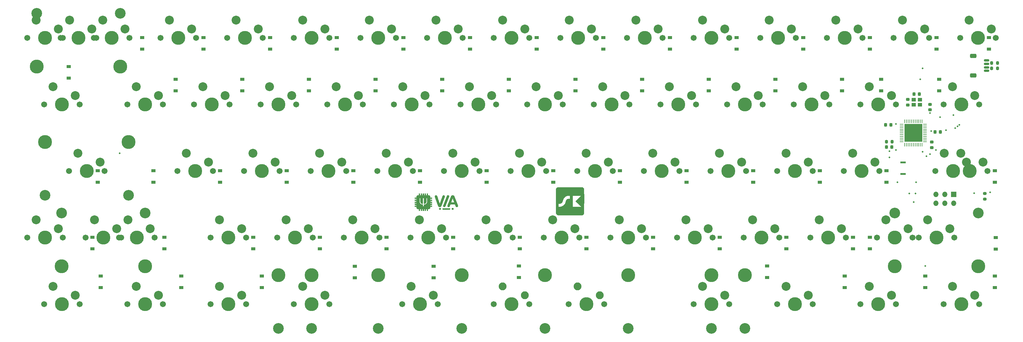
<source format=gbr>
%TF.GenerationSoftware,KiCad,Pcbnew,(6.0.7)*%
%TF.CreationDate,2022-08-19T07:51:27+02:00*%
%TF.ProjectId,nue-pcb,6e75652d-7063-4622-9e6b-696361645f70,0.1*%
%TF.SameCoordinates,Original*%
%TF.FileFunction,Soldermask,Top*%
%TF.FilePolarity,Negative*%
%FSLAX46Y46*%
G04 Gerber Fmt 4.6, Leading zero omitted, Abs format (unit mm)*
G04 Created by KiCad (PCBNEW (6.0.7)) date 2022-08-19 07:51:27*
%MOMM*%
%LPD*%
G01*
G04 APERTURE LIST*
G04 Aperture macros list*
%AMRoundRect*
0 Rectangle with rounded corners*
0 $1 Rounding radius*
0 $2 $3 $4 $5 $6 $7 $8 $9 X,Y pos of 4 corners*
0 Add a 4 corners polygon primitive as box body*
4,1,4,$2,$3,$4,$5,$6,$7,$8,$9,$2,$3,0*
0 Add four circle primitives for the rounded corners*
1,1,$1+$1,$2,$3*
1,1,$1+$1,$4,$5*
1,1,$1+$1,$6,$7*
1,1,$1+$1,$8,$9*
0 Add four rect primitives between the rounded corners*
20,1,$1+$1,$2,$3,$4,$5,0*
20,1,$1+$1,$4,$5,$6,$7,0*
20,1,$1+$1,$6,$7,$8,$9,0*
20,1,$1+$1,$8,$9,$2,$3,0*%
G04 Aperture macros list end*
%ADD10C,0.120000*%
%ADD11C,0.010000*%
%ADD12RoundRect,0.250000X-0.650000X0.350000X-0.650000X-0.350000X0.650000X-0.350000X0.650000X0.350000X0*%
%ADD13RoundRect,0.150000X-0.625000X0.150000X-0.625000X-0.150000X0.625000X-0.150000X0.625000X0.150000X0*%
%ADD14C,3.987800*%
%ADD15C,3.048000*%
%ADD16C,1.701800*%
%ADD17C,2.250000*%
%ADD18R,1.200000X0.900000*%
%ADD19C,2.540000*%
%ADD20R,1.524000X1.524000*%
%ADD21O,1.524000X1.524000*%
%ADD22RoundRect,0.225000X-0.250000X0.225000X-0.250000X-0.225000X0.250000X-0.225000X0.250000X0.225000X0*%
%ADD23RoundRect,0.225000X0.250000X-0.225000X0.250000X0.225000X-0.250000X0.225000X-0.250000X-0.225000X0*%
%ADD24RoundRect,0.225000X0.225000X0.250000X-0.225000X0.250000X-0.225000X-0.250000X0.225000X-0.250000X0*%
%ADD25RoundRect,0.200000X0.275000X-0.200000X0.275000X0.200000X-0.275000X0.200000X-0.275000X-0.200000X0*%
%ADD26RoundRect,0.200000X-0.200000X-0.275000X0.200000X-0.275000X0.200000X0.275000X-0.200000X0.275000X0*%
%ADD27R,1.500000X0.550000*%
%ADD28RoundRect,0.225000X-0.225000X-0.250000X0.225000X-0.250000X0.225000X0.250000X-0.225000X0.250000X0*%
%ADD29RoundRect,0.062500X0.475000X0.062500X-0.475000X0.062500X-0.475000X-0.062500X0.475000X-0.062500X0*%
%ADD30RoundRect,0.062500X0.062500X0.475000X-0.062500X0.475000X-0.062500X-0.475000X0.062500X-0.475000X0*%
%ADD31R,5.200000X5.200000*%
%ADD32R,1.150000X1.000000*%
%ADD33C,0.508000*%
G04 APERTURE END LIST*
D10*
%TO.C,SW1*%
X336105500Y-62547500D02*
G75*
G03*
X336105500Y-62547500I-508000J0D01*
G01*
%TO.C,SW2*%
X317055500Y-62547500D02*
G75*
G03*
X317055500Y-62547500I-508000J0D01*
G01*
%TO.C,SW3*%
X298005500Y-62547500D02*
G75*
G03*
X298005500Y-62547500I-508000J0D01*
G01*
%TO.C,SW4*%
X278955500Y-62547500D02*
G75*
G03*
X278955500Y-62547500I-508000J0D01*
G01*
%TO.C,SW5*%
X259905500Y-62547500D02*
G75*
G03*
X259905500Y-62547500I-508000J0D01*
G01*
%TO.C,SW6*%
X240855500Y-62547500D02*
G75*
G03*
X240855500Y-62547500I-508000J0D01*
G01*
%TO.C,SW7*%
X221805500Y-62547500D02*
G75*
G03*
X221805500Y-62547500I-508000J0D01*
G01*
%TO.C,SW8*%
X202755500Y-62547500D02*
G75*
G03*
X202755500Y-62547500I-508000J0D01*
G01*
%TO.C,SW9*%
X183705500Y-62547500D02*
G75*
G03*
X183705500Y-62547500I-508000J0D01*
G01*
%TO.C,SW10*%
X164655500Y-62547500D02*
G75*
G03*
X164655500Y-62547500I-508000J0D01*
G01*
%TO.C,SW11*%
X145605500Y-62547500D02*
G75*
G03*
X145605500Y-62547500I-508000J0D01*
G01*
%TO.C,SW12*%
X126555500Y-62547500D02*
G75*
G03*
X126555500Y-62547500I-508000J0D01*
G01*
%TO.C,SW13*%
X107505500Y-62547500D02*
G75*
G03*
X107505500Y-62547500I-508000J0D01*
G01*
%TO.C,SW16*%
X307530500Y-81597500D02*
G75*
G03*
X307530500Y-81597500I-508000J0D01*
G01*
%TO.C,SW17*%
X288480500Y-81597500D02*
G75*
G03*
X288480500Y-81597500I-508000J0D01*
G01*
%TO.C,SW18*%
X269430500Y-81597500D02*
G75*
G03*
X269430500Y-81597500I-508000J0D01*
G01*
%TO.C,SW19*%
X250380500Y-81597500D02*
G75*
G03*
X250380500Y-81597500I-508000J0D01*
G01*
%TO.C,SW20*%
X231330500Y-81597500D02*
G75*
G03*
X231330500Y-81597500I-508000J0D01*
G01*
%TO.C,SW21*%
X212280500Y-81597500D02*
G75*
G03*
X212280500Y-81597500I-508000J0D01*
G01*
%TO.C,SW22*%
X193230500Y-81597500D02*
G75*
G03*
X193230500Y-81597500I-508000J0D01*
G01*
%TO.C,SW23*%
X174180500Y-81597500D02*
G75*
G03*
X174180500Y-81597500I-508000J0D01*
G01*
%TO.C,SW24*%
X155130500Y-81597500D02*
G75*
G03*
X155130500Y-81597500I-508000J0D01*
G01*
%TO.C,SW25*%
X136080500Y-81597500D02*
G75*
G03*
X136080500Y-81597500I-508000J0D01*
G01*
%TO.C,SW26*%
X117030500Y-81597500D02*
G75*
G03*
X117030500Y-81597500I-508000J0D01*
G01*
%TO.C,SW27*%
X97980500Y-81597500D02*
G75*
G03*
X97980500Y-81597500I-508000J0D01*
G01*
%TO.C,SW28*%
X69405500Y-62547500D02*
G75*
G03*
X69405500Y-62547500I-508000J0D01*
G01*
%TO.C,SW31*%
X283718000Y-100647500D02*
G75*
G03*
X283718000Y-100647500I-508000J0D01*
G01*
%TO.C,SW32*%
X264668000Y-100647500D02*
G75*
G03*
X264668000Y-100647500I-508000J0D01*
G01*
%TO.C,SW33*%
X245618000Y-100647500D02*
G75*
G03*
X245618000Y-100647500I-508000J0D01*
G01*
%TO.C,SW34*%
X226568000Y-100647500D02*
G75*
G03*
X226568000Y-100647500I-508000J0D01*
G01*
%TO.C,SW36*%
X188468000Y-100647500D02*
G75*
G03*
X188468000Y-100647500I-508000J0D01*
G01*
%TO.C,SW37*%
X169418000Y-100647500D02*
G75*
G03*
X169418000Y-100647500I-508000J0D01*
G01*
%TO.C,SW38*%
X150368000Y-100647500D02*
G75*
G03*
X150368000Y-100647500I-508000J0D01*
G01*
%TO.C,SW39*%
X131318000Y-100647500D02*
G75*
G03*
X131318000Y-100647500I-508000J0D01*
G01*
%TO.C,SW40*%
X112268000Y-100647500D02*
G75*
G03*
X112268000Y-100647500I-508000J0D01*
G01*
%TO.C,SW45*%
X293243000Y-119697500D02*
G75*
G03*
X293243000Y-119697500I-508000J0D01*
G01*
%TO.C,SW46*%
X274193000Y-119697500D02*
G75*
G03*
X274193000Y-119697500I-508000J0D01*
G01*
%TO.C,SW49*%
X217043000Y-119697500D02*
G75*
G03*
X217043000Y-119697500I-508000J0D01*
G01*
%TO.C,SW50*%
X197993000Y-119697500D02*
G75*
G03*
X197993000Y-119697500I-508000J0D01*
G01*
%TO.C,SW51*%
X178943000Y-119697500D02*
G75*
G03*
X178943000Y-119697500I-508000J0D01*
G01*
%TO.C,SW52*%
X159893000Y-119697500D02*
G75*
G03*
X159893000Y-119697500I-508000J0D01*
G01*
%TO.C,SW53*%
X140843000Y-119697500D02*
G75*
G03*
X140843000Y-119697500I-508000J0D01*
G01*
%TO.C,SW54*%
X121793000Y-119697500D02*
G75*
G03*
X121793000Y-119697500I-508000J0D01*
G01*
%TO.C,SW56*%
X69405500Y-119697500D02*
G75*
G03*
X69405500Y-119697500I-508000J0D01*
G01*
%TO.C,SW61*%
X145605500Y-138747500D02*
G75*
G03*
X145605500Y-138747500I-508000J0D01*
G01*
%TO.C,SW65*%
X88455500Y-62547500D02*
G75*
G03*
X88455500Y-62547500I-508000J0D01*
G01*
%TO.C,SW69*%
X89249250Y-117157500D02*
G75*
G03*
X89249250Y-117157500I-508000J0D01*
G01*
%TO.C,SW71*%
X307530500Y-138747500D02*
G75*
G03*
X307530500Y-138747500I-508000J0D01*
G01*
%TO.C,SW75*%
X97980500Y-138747500D02*
G75*
G03*
X97980500Y-138747500I-508000J0D01*
G01*
%TO.C,SW44*%
X312293000Y-119697500D02*
G75*
G03*
X312293000Y-119697500I-508000J0D01*
G01*
%TO.C,SW48*%
X236093000Y-119697500D02*
G75*
G03*
X236093000Y-119697500I-508000J0D01*
G01*
%TO.C,SW47*%
X255143000Y-119697500D02*
G75*
G03*
X255143000Y-119697500I-508000J0D01*
G01*
%TO.C,SW29*%
X322611750Y-98107500D02*
G75*
G03*
X322611750Y-98107500I-508000J0D01*
G01*
%TO.C,SW35*%
X207518000Y-100647500D02*
G75*
G03*
X207518000Y-100647500I-508000J0D01*
G01*
%TO.C,H1*%
G36*
X211127073Y-112308985D02*
G01*
X211127095Y-112180441D01*
X211127125Y-112051136D01*
X211127164Y-111921279D01*
X211127210Y-111791075D01*
X211127264Y-111660733D01*
X211127326Y-111530459D01*
X211127395Y-111400460D01*
X211127472Y-111270942D01*
X211127557Y-111142114D01*
X211127649Y-111014181D01*
X211127748Y-110887350D01*
X211127854Y-110761830D01*
X211127968Y-110637826D01*
X211128088Y-110515545D01*
X211128215Y-110395195D01*
X211128349Y-110276983D01*
X211128490Y-110161115D01*
X211128637Y-110047798D01*
X211128790Y-109937240D01*
X211128950Y-109829646D01*
X211129116Y-109725225D01*
X211129288Y-109624183D01*
X211129466Y-109526727D01*
X211129651Y-109433065D01*
X211129840Y-109343402D01*
X211130036Y-109257946D01*
X211130237Y-109176903D01*
X211130444Y-109100482D01*
X211130656Y-109028889D01*
X211130874Y-108962330D01*
X211131096Y-108901012D01*
X211131324Y-108845144D01*
X211131557Y-108794931D01*
X211131794Y-108750580D01*
X211132037Y-108712299D01*
X211132284Y-108680294D01*
X211132536Y-108654773D01*
X211132792Y-108635942D01*
X211132991Y-108626181D01*
X211134836Y-108562698D01*
X211136918Y-108505895D01*
X211139268Y-108455397D01*
X211141920Y-108410831D01*
X211144904Y-108371823D01*
X211148252Y-108337999D01*
X211151997Y-108308986D01*
X211156171Y-108284410D01*
X211160806Y-108263898D01*
X211165329Y-108248801D01*
X211172064Y-108232334D01*
X211182111Y-108211768D01*
X211194573Y-108188669D01*
X211208555Y-108164603D01*
X211223161Y-108141136D01*
X211237496Y-108119832D01*
X211245054Y-108109452D01*
X211270641Y-108077744D01*
X211300429Y-108044522D01*
X211332918Y-108011251D01*
X211366607Y-107979398D01*
X211399996Y-107950428D01*
X211431585Y-107925807D01*
X211437051Y-107921888D01*
X211453848Y-107910734D01*
X211473862Y-107898541D01*
X211495430Y-107886219D01*
X211516888Y-107874678D01*
X211536571Y-107864829D01*
X211552816Y-107857582D01*
X211558632Y-107855387D01*
X211573647Y-107850814D01*
X211591034Y-107846688D01*
X211611232Y-107842975D01*
X211634683Y-107839638D01*
X211661826Y-107836644D01*
X211693100Y-107833958D01*
X211728948Y-107831544D01*
X211769807Y-107829367D01*
X211816120Y-107827394D01*
X211868325Y-107825588D01*
X211926863Y-107823914D01*
X211967931Y-107822895D01*
X211983939Y-107822604D01*
X212006795Y-107822322D01*
X212036292Y-107822049D01*
X212072222Y-107821784D01*
X212114377Y-107821528D01*
X212162551Y-107821281D01*
X212216534Y-107821042D01*
X212276121Y-107820813D01*
X212341103Y-107820592D01*
X212411273Y-107820379D01*
X212486423Y-107820175D01*
X212566346Y-107819980D01*
X212650834Y-107819794D01*
X212739680Y-107819617D01*
X212832676Y-107819448D01*
X212929615Y-107819288D01*
X213030289Y-107819136D01*
X213134490Y-107818993D01*
X213242012Y-107818859D01*
X213352646Y-107818734D01*
X213466186Y-107818617D01*
X213582423Y-107818510D01*
X213701150Y-107818410D01*
X213822160Y-107818320D01*
X213945244Y-107818238D01*
X214070196Y-107818165D01*
X214196808Y-107818100D01*
X214324873Y-107818045D01*
X214454182Y-107817998D01*
X214584529Y-107817959D01*
X214715705Y-107817930D01*
X214847504Y-107817909D01*
X214979718Y-107817897D01*
X215112139Y-107817893D01*
X215244560Y-107817898D01*
X215376773Y-107817912D01*
X215508570Y-107817935D01*
X215639745Y-107817966D01*
X215770090Y-107818006D01*
X215899396Y-107818054D01*
X216027458Y-107818112D01*
X216154066Y-107818178D01*
X216279014Y-107818253D01*
X216402094Y-107818336D01*
X216523099Y-107818428D01*
X216641820Y-107818529D01*
X216758051Y-107818638D01*
X216871584Y-107818757D01*
X216982212Y-107818884D01*
X217089726Y-107819019D01*
X217193920Y-107819163D01*
X217294585Y-107819316D01*
X217391515Y-107819478D01*
X217484502Y-107819648D01*
X217573338Y-107819827D01*
X217657816Y-107820015D01*
X217737728Y-107820211D01*
X217812866Y-107820417D01*
X217883024Y-107820630D01*
X217947994Y-107820853D01*
X218007568Y-107821084D01*
X218061538Y-107821324D01*
X218109698Y-107821572D01*
X218151839Y-107821830D01*
X218187754Y-107822095D01*
X218217236Y-107822370D01*
X218240077Y-107822653D01*
X218254431Y-107822908D01*
X218319074Y-107824462D01*
X218377078Y-107826140D01*
X218428854Y-107827970D01*
X218474819Y-107829980D01*
X218515386Y-107832196D01*
X218550969Y-107834648D01*
X218581983Y-107837361D01*
X218608841Y-107840365D01*
X218631959Y-107843686D01*
X218651750Y-107847353D01*
X218664333Y-107850263D01*
X218685290Y-107857218D01*
X218710167Y-107868174D01*
X218737644Y-107882408D01*
X218766401Y-107899197D01*
X218795115Y-107917820D01*
X218818873Y-107934827D01*
X218844291Y-107955353D01*
X218872042Y-107980216D01*
X218900869Y-108008101D01*
X218929518Y-108037695D01*
X218956732Y-108067682D01*
X218981256Y-108096747D01*
X219001834Y-108123575D01*
X219009071Y-108133969D01*
X219021641Y-108153917D01*
X219034678Y-108176717D01*
X219047389Y-108200776D01*
X219058977Y-108224500D01*
X219068648Y-108246293D01*
X219075605Y-108264564D01*
X219077755Y-108271639D01*
X219081117Y-108285164D01*
X219084210Y-108299702D01*
X219087048Y-108315601D01*
X219089648Y-108333205D01*
X219092026Y-108352863D01*
X219094196Y-108374920D01*
X219096175Y-108399722D01*
X219097979Y-108427616D01*
X219099622Y-108458948D01*
X219101120Y-108494065D01*
X219102490Y-108533313D01*
X219103747Y-108577038D01*
X219104906Y-108625587D01*
X219105983Y-108679306D01*
X219106994Y-108738541D01*
X219107955Y-108803639D01*
X219108880Y-108874947D01*
X219109786Y-108952809D01*
X219110186Y-108989542D01*
X219110413Y-109014648D01*
X219110630Y-109046252D01*
X219110835Y-109084146D01*
X219111030Y-109128121D01*
X219111214Y-109177969D01*
X219111387Y-109233481D01*
X219111550Y-109294448D01*
X219111703Y-109360662D01*
X219111845Y-109431915D01*
X219111977Y-109507998D01*
X219112100Y-109588702D01*
X219112212Y-109673819D01*
X219112315Y-109763140D01*
X219112408Y-109856458D01*
X219112492Y-109953562D01*
X219112566Y-110054246D01*
X219112631Y-110158299D01*
X219112687Y-110265515D01*
X219112734Y-110375683D01*
X219112771Y-110488596D01*
X219112800Y-110604045D01*
X219112821Y-110721822D01*
X219112832Y-110841718D01*
X219112835Y-110963525D01*
X219112830Y-111087033D01*
X219112817Y-111212035D01*
X219112795Y-111338322D01*
X219112766Y-111465686D01*
X219112728Y-111593917D01*
X219112683Y-111722807D01*
X219112630Y-111852149D01*
X219112569Y-111981733D01*
X219112501Y-112111350D01*
X219112426Y-112240793D01*
X219112344Y-112369853D01*
X219112254Y-112498320D01*
X219112158Y-112625988D01*
X219112054Y-112752646D01*
X219111944Y-112878088D01*
X219111827Y-113002103D01*
X219111704Y-113124484D01*
X219111574Y-113245021D01*
X219111438Y-113363508D01*
X219111296Y-113479734D01*
X219111148Y-113593492D01*
X219110993Y-113704572D01*
X219110833Y-113812767D01*
X219110668Y-113917868D01*
X219110496Y-114019666D01*
X219110320Y-114117953D01*
X219110137Y-114212520D01*
X219109950Y-114303159D01*
X219109757Y-114389661D01*
X219109560Y-114471818D01*
X219109357Y-114549421D01*
X219109150Y-114622261D01*
X219108938Y-114690131D01*
X219108722Y-114752821D01*
X219108501Y-114810123D01*
X219108275Y-114861829D01*
X219108046Y-114907730D01*
X219107812Y-114947617D01*
X219107575Y-114981282D01*
X219107333Y-115008516D01*
X219107088Y-115029111D01*
X219106840Y-115042827D01*
X219105686Y-115088724D01*
X219104584Y-115128246D01*
X219103471Y-115162074D01*
X219102284Y-115190887D01*
X219100957Y-115215365D01*
X219099426Y-115236189D01*
X219097629Y-115254038D01*
X219095499Y-115269593D01*
X219092974Y-115283533D01*
X219089989Y-115296539D01*
X219086480Y-115309290D01*
X219082383Y-115322467D01*
X219079711Y-115330574D01*
X219054068Y-115396608D01*
X219022680Y-115458742D01*
X218985811Y-115516716D01*
X218943725Y-115570264D01*
X218896685Y-115619124D01*
X218844955Y-115663033D01*
X218788799Y-115701726D01*
X218728480Y-115734942D01*
X218664263Y-115762416D01*
X218637991Y-115771593D01*
X218623539Y-115776180D01*
X218609955Y-115780060D01*
X218596444Y-115783316D01*
X218582210Y-115786032D01*
X218566457Y-115788291D01*
X218548391Y-115790176D01*
X218527216Y-115791773D01*
X218502137Y-115793163D01*
X218472357Y-115794431D01*
X218437082Y-115795660D01*
X218397306Y-115796881D01*
X218386189Y-115797104D01*
X218368223Y-115797324D01*
X218343613Y-115797539D01*
X218312566Y-115797751D01*
X218275288Y-115797959D01*
X218231985Y-115798162D01*
X218182863Y-115798362D01*
X218128129Y-115798557D01*
X218067987Y-115798748D01*
X218002645Y-115798934D01*
X217932308Y-115799116D01*
X217857183Y-115799293D01*
X217777476Y-115799465D01*
X217693392Y-115799633D01*
X217605139Y-115799795D01*
X217512921Y-115799952D01*
X217416945Y-115800104D01*
X217317418Y-115800251D01*
X217214545Y-115800392D01*
X217108532Y-115800528D01*
X216999586Y-115800659D01*
X216887912Y-115800783D01*
X216773717Y-115800902D01*
X216657207Y-115801015D01*
X216538588Y-115801122D01*
X216418066Y-115801223D01*
X216295847Y-115801318D01*
X216172137Y-115801406D01*
X216047143Y-115801488D01*
X215921070Y-115801564D01*
X215794124Y-115801633D01*
X215666513Y-115801695D01*
X215538441Y-115801750D01*
X215410114Y-115801799D01*
X215281740Y-115801840D01*
X215153524Y-115801875D01*
X215025672Y-115801902D01*
X214898390Y-115801922D01*
X214771885Y-115801935D01*
X214646362Y-115801940D01*
X214522027Y-115801938D01*
X214399088Y-115801928D01*
X214277749Y-115801910D01*
X214158217Y-115801884D01*
X214040697Y-115801850D01*
X213925397Y-115801808D01*
X213812523Y-115801758D01*
X213702279Y-115801700D01*
X213594873Y-115801633D01*
X213490510Y-115801558D01*
X213389397Y-115801474D01*
X213291740Y-115801382D01*
X213197744Y-115801281D01*
X213107617Y-115801171D01*
X213021563Y-115801051D01*
X212939790Y-115800923D01*
X212862503Y-115800786D01*
X212789908Y-115800639D01*
X212722211Y-115800483D01*
X212659619Y-115800318D01*
X212602338Y-115800143D01*
X212550573Y-115799958D01*
X212504531Y-115799763D01*
X212498861Y-115799737D01*
X212405699Y-115799276D01*
X212319335Y-115798807D01*
X212239509Y-115798325D01*
X212165964Y-115797824D01*
X212098441Y-115797299D01*
X212036681Y-115796745D01*
X211980427Y-115796157D01*
X211929419Y-115795530D01*
X211883400Y-115794858D01*
X211842110Y-115794136D01*
X211805293Y-115793360D01*
X211772688Y-115792523D01*
X211744038Y-115791621D01*
X211719085Y-115790648D01*
X211697570Y-115789600D01*
X211679234Y-115788470D01*
X211663820Y-115787255D01*
X211651069Y-115785948D01*
X211640722Y-115784544D01*
X211632521Y-115783039D01*
X211629143Y-115782247D01*
X211568725Y-115763227D01*
X211510010Y-115737748D01*
X211453535Y-115706312D01*
X211399838Y-115669419D01*
X211349458Y-115627569D01*
X211302932Y-115581262D01*
X211260799Y-115531000D01*
X211223597Y-115477283D01*
X211191863Y-115420611D01*
X211166137Y-115361485D01*
X211160782Y-115346597D01*
X211157290Y-115336284D01*
X211154121Y-115326313D01*
X211151254Y-115316305D01*
X211148671Y-115305881D01*
X211146353Y-115294661D01*
X211144280Y-115282266D01*
X211142433Y-115268315D01*
X211140794Y-115252431D01*
X211139342Y-115234232D01*
X211138058Y-115213340D01*
X211136925Y-115189376D01*
X211135921Y-115161959D01*
X211135029Y-115130710D01*
X211134229Y-115095250D01*
X211133501Y-115055199D01*
X211132828Y-115010179D01*
X211132188Y-114959808D01*
X211131564Y-114903708D01*
X211130937Y-114841500D01*
X211130286Y-114772804D01*
X211129949Y-114736292D01*
X211129711Y-114706488D01*
X211129484Y-114670338D01*
X211129268Y-114628046D01*
X211129063Y-114579822D01*
X211128868Y-114525870D01*
X211128684Y-114466400D01*
X211128511Y-114401616D01*
X211128347Y-114331727D01*
X211128194Y-114256939D01*
X211128051Y-114177459D01*
X211127918Y-114093494D01*
X211127796Y-114005252D01*
X211127682Y-113912938D01*
X211127579Y-113816760D01*
X211127485Y-113716926D01*
X211127401Y-113613641D01*
X211127326Y-113507113D01*
X211127282Y-113432778D01*
X211828583Y-113432778D01*
X211961757Y-113432710D01*
X211995091Y-113432596D01*
X212029091Y-113432305D01*
X212062415Y-113431859D01*
X212093719Y-113431282D01*
X212121661Y-113430599D01*
X212144898Y-113429833D01*
X212158431Y-113429218D01*
X212275494Y-113419471D01*
X212390668Y-113402999D01*
X212503772Y-113379871D01*
X212614624Y-113350159D01*
X212723040Y-113313933D01*
X212828839Y-113271265D01*
X212931839Y-113222224D01*
X213031857Y-113166883D01*
X213128711Y-113105311D01*
X213222219Y-113037580D01*
X213274972Y-112995399D01*
X213295004Y-112978112D01*
X213318595Y-112956620D01*
X213344646Y-112932016D01*
X213372054Y-112905391D01*
X213399722Y-112877839D01*
X213426547Y-112850453D01*
X213451431Y-112824326D01*
X213473273Y-112800549D01*
X213487617Y-112784189D01*
X213548311Y-112708855D01*
X213604039Y-112630964D01*
X213655153Y-112549876D01*
X213702006Y-112464946D01*
X213744949Y-112375534D01*
X213784336Y-112280995D01*
X213820518Y-112180689D01*
X213823549Y-112171597D01*
X213831279Y-112148061D01*
X213838253Y-112126300D01*
X213844788Y-112105213D01*
X213851201Y-112083697D01*
X213857807Y-112060652D01*
X213864925Y-112034975D01*
X213872871Y-112005565D01*
X213881962Y-111971320D01*
X213890519Y-111938764D01*
X213907429Y-111876578D01*
X213924638Y-111817851D01*
X213941881Y-111763405D01*
X213958893Y-111714065D01*
X213975412Y-111670652D01*
X213980371Y-111658574D01*
X214014740Y-111582948D01*
X214051896Y-111513723D01*
X214092022Y-111450743D01*
X214135300Y-111393852D01*
X214181914Y-111342893D01*
X214232044Y-111297710D01*
X214285875Y-111258147D01*
X214343587Y-111224048D01*
X214405365Y-111195257D01*
X214471390Y-111171617D01*
X214541845Y-111152972D01*
X214580250Y-111145207D01*
X214600522Y-111141652D01*
X214619891Y-111138610D01*
X214639135Y-111136034D01*
X214659033Y-111133880D01*
X214680363Y-111132099D01*
X214703903Y-111130646D01*
X214730432Y-111129475D01*
X214760727Y-111128539D01*
X214795568Y-111127792D01*
X214835732Y-111127187D01*
X214881998Y-111126679D01*
X214893340Y-111126573D01*
X215081194Y-111124862D01*
X215081194Y-110180167D01*
X214953252Y-110180167D01*
X214892167Y-110180482D01*
X214836856Y-110181487D01*
X214786062Y-110183270D01*
X214738529Y-110185917D01*
X214693000Y-110189517D01*
X214648221Y-110194157D01*
X214602933Y-110199925D01*
X214555882Y-110206909D01*
X214544972Y-110208649D01*
X214430952Y-110230354D01*
X214319629Y-110258190D01*
X214211239Y-110292029D01*
X214106021Y-110331744D01*
X214004211Y-110377207D01*
X213906047Y-110428291D01*
X213811764Y-110484870D01*
X213721600Y-110546815D01*
X213635793Y-110614000D01*
X213554579Y-110686298D01*
X213478195Y-110763581D01*
X213447664Y-110797435D01*
X213375134Y-110885415D01*
X213307987Y-110977828D01*
X213246502Y-111074241D01*
X213190953Y-111174223D01*
X213141617Y-111277338D01*
X213141453Y-111277710D01*
X213121542Y-111324293D01*
X213103158Y-111370486D01*
X213085938Y-111417397D01*
X213069520Y-111466136D01*
X213053541Y-111517811D01*
X213037637Y-111573532D01*
X213021445Y-111634407D01*
X213010363Y-111678194D01*
X212992571Y-111747375D01*
X212975263Y-111809845D01*
X212958339Y-111865924D01*
X212941701Y-111915931D01*
X212925248Y-111960187D01*
X212915206Y-111984625D01*
X212882127Y-112055294D01*
X212845898Y-112119820D01*
X212806228Y-112178446D01*
X212762828Y-112231417D01*
X212715409Y-112278978D01*
X212663680Y-112321372D01*
X212607353Y-112358844D01*
X212546138Y-112391639D01*
X212479745Y-112420000D01*
X212407885Y-112444172D01*
X212352971Y-112459027D01*
X212332377Y-112463961D01*
X212312066Y-112468522D01*
X212291309Y-112472828D01*
X212269374Y-112476994D01*
X212245530Y-112481140D01*
X212219046Y-112485380D01*
X212189191Y-112489834D01*
X212155234Y-112494617D01*
X212116444Y-112499848D01*
X212072089Y-112505643D01*
X212022611Y-112511970D01*
X211988550Y-112516301D01*
X211956260Y-112520421D01*
X211926491Y-112524233D01*
X211899994Y-112527642D01*
X211877519Y-112530550D01*
X211859817Y-112532860D01*
X211847637Y-112534477D01*
X211841812Y-112535289D01*
X211828583Y-112537342D01*
X211828583Y-113432778D01*
X215822028Y-113432778D01*
X218352314Y-113432778D01*
X218059297Y-113137326D01*
X218026006Y-113103784D01*
X217988166Y-113065701D01*
X217946220Y-113023524D01*
X217900611Y-112977696D01*
X217851785Y-112928663D01*
X217800183Y-112876870D01*
X217746250Y-112822761D01*
X217690430Y-112766782D01*
X217633165Y-112709377D01*
X217574901Y-112650991D01*
X217516080Y-112592069D01*
X217457147Y-112533056D01*
X217398544Y-112474397D01*
X217340716Y-112416537D01*
X217284107Y-112359920D01*
X217247472Y-112323295D01*
X216728665Y-111804716D01*
X217540934Y-110992441D01*
X218353203Y-110180167D01*
X215822028Y-110180167D01*
X215822028Y-113432778D01*
X211828583Y-113432778D01*
X211127282Y-113432778D01*
X211127261Y-113397548D01*
X211127204Y-113285155D01*
X211127157Y-113170139D01*
X211127119Y-113052708D01*
X211127090Y-112933068D01*
X211127069Y-112811426D01*
X211127057Y-112687991D01*
X211127054Y-112562967D01*
X211127055Y-112537342D01*
X211127060Y-112436563D01*
X211127073Y-112308985D01*
G37*
D11*
X211127073Y-112308985D02*
X211127095Y-112180441D01*
X211127125Y-112051136D01*
X211127164Y-111921279D01*
X211127210Y-111791075D01*
X211127264Y-111660733D01*
X211127326Y-111530459D01*
X211127395Y-111400460D01*
X211127472Y-111270942D01*
X211127557Y-111142114D01*
X211127649Y-111014181D01*
X211127748Y-110887350D01*
X211127854Y-110761830D01*
X211127968Y-110637826D01*
X211128088Y-110515545D01*
X211128215Y-110395195D01*
X211128349Y-110276983D01*
X211128490Y-110161115D01*
X211128637Y-110047798D01*
X211128790Y-109937240D01*
X211128950Y-109829646D01*
X211129116Y-109725225D01*
X211129288Y-109624183D01*
X211129466Y-109526727D01*
X211129651Y-109433065D01*
X211129840Y-109343402D01*
X211130036Y-109257946D01*
X211130237Y-109176903D01*
X211130444Y-109100482D01*
X211130656Y-109028889D01*
X211130874Y-108962330D01*
X211131096Y-108901012D01*
X211131324Y-108845144D01*
X211131557Y-108794931D01*
X211131794Y-108750580D01*
X211132037Y-108712299D01*
X211132284Y-108680294D01*
X211132536Y-108654773D01*
X211132792Y-108635942D01*
X211132991Y-108626181D01*
X211134836Y-108562698D01*
X211136918Y-108505895D01*
X211139268Y-108455397D01*
X211141920Y-108410831D01*
X211144904Y-108371823D01*
X211148252Y-108337999D01*
X211151997Y-108308986D01*
X211156171Y-108284410D01*
X211160806Y-108263898D01*
X211165329Y-108248801D01*
X211172064Y-108232334D01*
X211182111Y-108211768D01*
X211194573Y-108188669D01*
X211208555Y-108164603D01*
X211223161Y-108141136D01*
X211237496Y-108119832D01*
X211245054Y-108109452D01*
X211270641Y-108077744D01*
X211300429Y-108044522D01*
X211332918Y-108011251D01*
X211366607Y-107979398D01*
X211399996Y-107950428D01*
X211431585Y-107925807D01*
X211437051Y-107921888D01*
X211453848Y-107910734D01*
X211473862Y-107898541D01*
X211495430Y-107886219D01*
X211516888Y-107874678D01*
X211536571Y-107864829D01*
X211552816Y-107857582D01*
X211558632Y-107855387D01*
X211573647Y-107850814D01*
X211591034Y-107846688D01*
X211611232Y-107842975D01*
X211634683Y-107839638D01*
X211661826Y-107836644D01*
X211693100Y-107833958D01*
X211728948Y-107831544D01*
X211769807Y-107829367D01*
X211816120Y-107827394D01*
X211868325Y-107825588D01*
X211926863Y-107823914D01*
X211967931Y-107822895D01*
X211983939Y-107822604D01*
X212006795Y-107822322D01*
X212036292Y-107822049D01*
X212072222Y-107821784D01*
X212114377Y-107821528D01*
X212162551Y-107821281D01*
X212216534Y-107821042D01*
X212276121Y-107820813D01*
X212341103Y-107820592D01*
X212411273Y-107820379D01*
X212486423Y-107820175D01*
X212566346Y-107819980D01*
X212650834Y-107819794D01*
X212739680Y-107819617D01*
X212832676Y-107819448D01*
X212929615Y-107819288D01*
X213030289Y-107819136D01*
X213134490Y-107818993D01*
X213242012Y-107818859D01*
X213352646Y-107818734D01*
X213466186Y-107818617D01*
X213582423Y-107818510D01*
X213701150Y-107818410D01*
X213822160Y-107818320D01*
X213945244Y-107818238D01*
X214070196Y-107818165D01*
X214196808Y-107818100D01*
X214324873Y-107818045D01*
X214454182Y-107817998D01*
X214584529Y-107817959D01*
X214715705Y-107817930D01*
X214847504Y-107817909D01*
X214979718Y-107817897D01*
X215112139Y-107817893D01*
X215244560Y-107817898D01*
X215376773Y-107817912D01*
X215508570Y-107817935D01*
X215639745Y-107817966D01*
X215770090Y-107818006D01*
X215899396Y-107818054D01*
X216027458Y-107818112D01*
X216154066Y-107818178D01*
X216279014Y-107818253D01*
X216402094Y-107818336D01*
X216523099Y-107818428D01*
X216641820Y-107818529D01*
X216758051Y-107818638D01*
X216871584Y-107818757D01*
X216982212Y-107818884D01*
X217089726Y-107819019D01*
X217193920Y-107819163D01*
X217294585Y-107819316D01*
X217391515Y-107819478D01*
X217484502Y-107819648D01*
X217573338Y-107819827D01*
X217657816Y-107820015D01*
X217737728Y-107820211D01*
X217812866Y-107820417D01*
X217883024Y-107820630D01*
X217947994Y-107820853D01*
X218007568Y-107821084D01*
X218061538Y-107821324D01*
X218109698Y-107821572D01*
X218151839Y-107821830D01*
X218187754Y-107822095D01*
X218217236Y-107822370D01*
X218240077Y-107822653D01*
X218254431Y-107822908D01*
X218319074Y-107824462D01*
X218377078Y-107826140D01*
X218428854Y-107827970D01*
X218474819Y-107829980D01*
X218515386Y-107832196D01*
X218550969Y-107834648D01*
X218581983Y-107837361D01*
X218608841Y-107840365D01*
X218631959Y-107843686D01*
X218651750Y-107847353D01*
X218664333Y-107850263D01*
X218685290Y-107857218D01*
X218710167Y-107868174D01*
X218737644Y-107882408D01*
X218766401Y-107899197D01*
X218795115Y-107917820D01*
X218818873Y-107934827D01*
X218844291Y-107955353D01*
X218872042Y-107980216D01*
X218900869Y-108008101D01*
X218929518Y-108037695D01*
X218956732Y-108067682D01*
X218981256Y-108096747D01*
X219001834Y-108123575D01*
X219009071Y-108133969D01*
X219021641Y-108153917D01*
X219034678Y-108176717D01*
X219047389Y-108200776D01*
X219058977Y-108224500D01*
X219068648Y-108246293D01*
X219075605Y-108264564D01*
X219077755Y-108271639D01*
X219081117Y-108285164D01*
X219084210Y-108299702D01*
X219087048Y-108315601D01*
X219089648Y-108333205D01*
X219092026Y-108352863D01*
X219094196Y-108374920D01*
X219096175Y-108399722D01*
X219097979Y-108427616D01*
X219099622Y-108458948D01*
X219101120Y-108494065D01*
X219102490Y-108533313D01*
X219103747Y-108577038D01*
X219104906Y-108625587D01*
X219105983Y-108679306D01*
X219106994Y-108738541D01*
X219107955Y-108803639D01*
X219108880Y-108874947D01*
X219109786Y-108952809D01*
X219110186Y-108989542D01*
X219110413Y-109014648D01*
X219110630Y-109046252D01*
X219110835Y-109084146D01*
X219111030Y-109128121D01*
X219111214Y-109177969D01*
X219111387Y-109233481D01*
X219111550Y-109294448D01*
X219111703Y-109360662D01*
X219111845Y-109431915D01*
X219111977Y-109507998D01*
X219112100Y-109588702D01*
X219112212Y-109673819D01*
X219112315Y-109763140D01*
X219112408Y-109856458D01*
X219112492Y-109953562D01*
X219112566Y-110054246D01*
X219112631Y-110158299D01*
X219112687Y-110265515D01*
X219112734Y-110375683D01*
X219112771Y-110488596D01*
X219112800Y-110604045D01*
X219112821Y-110721822D01*
X219112832Y-110841718D01*
X219112835Y-110963525D01*
X219112830Y-111087033D01*
X219112817Y-111212035D01*
X219112795Y-111338322D01*
X219112766Y-111465686D01*
X219112728Y-111593917D01*
X219112683Y-111722807D01*
X219112630Y-111852149D01*
X219112569Y-111981733D01*
X219112501Y-112111350D01*
X219112426Y-112240793D01*
X219112344Y-112369853D01*
X219112254Y-112498320D01*
X219112158Y-112625988D01*
X219112054Y-112752646D01*
X219111944Y-112878088D01*
X219111827Y-113002103D01*
X219111704Y-113124484D01*
X219111574Y-113245021D01*
X219111438Y-113363508D01*
X219111296Y-113479734D01*
X219111148Y-113593492D01*
X219110993Y-113704572D01*
X219110833Y-113812767D01*
X219110668Y-113917868D01*
X219110496Y-114019666D01*
X219110320Y-114117953D01*
X219110137Y-114212520D01*
X219109950Y-114303159D01*
X219109757Y-114389661D01*
X219109560Y-114471818D01*
X219109357Y-114549421D01*
X219109150Y-114622261D01*
X219108938Y-114690131D01*
X219108722Y-114752821D01*
X219108501Y-114810123D01*
X219108275Y-114861829D01*
X219108046Y-114907730D01*
X219107812Y-114947617D01*
X219107575Y-114981282D01*
X219107333Y-115008516D01*
X219107088Y-115029111D01*
X219106840Y-115042827D01*
X219105686Y-115088724D01*
X219104584Y-115128246D01*
X219103471Y-115162074D01*
X219102284Y-115190887D01*
X219100957Y-115215365D01*
X219099426Y-115236189D01*
X219097629Y-115254038D01*
X219095499Y-115269593D01*
X219092974Y-115283533D01*
X219089989Y-115296539D01*
X219086480Y-115309290D01*
X219082383Y-115322467D01*
X219079711Y-115330574D01*
X219054068Y-115396608D01*
X219022680Y-115458742D01*
X218985811Y-115516716D01*
X218943725Y-115570264D01*
X218896685Y-115619124D01*
X218844955Y-115663033D01*
X218788799Y-115701726D01*
X218728480Y-115734942D01*
X218664263Y-115762416D01*
X218637991Y-115771593D01*
X218623539Y-115776180D01*
X218609955Y-115780060D01*
X218596444Y-115783316D01*
X218582210Y-115786032D01*
X218566457Y-115788291D01*
X218548391Y-115790176D01*
X218527216Y-115791773D01*
X218502137Y-115793163D01*
X218472357Y-115794431D01*
X218437082Y-115795660D01*
X218397306Y-115796881D01*
X218386189Y-115797104D01*
X218368223Y-115797324D01*
X218343613Y-115797539D01*
X218312566Y-115797751D01*
X218275288Y-115797959D01*
X218231985Y-115798162D01*
X218182863Y-115798362D01*
X218128129Y-115798557D01*
X218067987Y-115798748D01*
X218002645Y-115798934D01*
X217932308Y-115799116D01*
X217857183Y-115799293D01*
X217777476Y-115799465D01*
X217693392Y-115799633D01*
X217605139Y-115799795D01*
X217512921Y-115799952D01*
X217416945Y-115800104D01*
X217317418Y-115800251D01*
X217214545Y-115800392D01*
X217108532Y-115800528D01*
X216999586Y-115800659D01*
X216887912Y-115800783D01*
X216773717Y-115800902D01*
X216657207Y-115801015D01*
X216538588Y-115801122D01*
X216418066Y-115801223D01*
X216295847Y-115801318D01*
X216172137Y-115801406D01*
X216047143Y-115801488D01*
X215921070Y-115801564D01*
X215794124Y-115801633D01*
X215666513Y-115801695D01*
X215538441Y-115801750D01*
X215410114Y-115801799D01*
X215281740Y-115801840D01*
X215153524Y-115801875D01*
X215025672Y-115801902D01*
X214898390Y-115801922D01*
X214771885Y-115801935D01*
X214646362Y-115801940D01*
X214522027Y-115801938D01*
X214399088Y-115801928D01*
X214277749Y-115801910D01*
X214158217Y-115801884D01*
X214040697Y-115801850D01*
X213925397Y-115801808D01*
X213812523Y-115801758D01*
X213702279Y-115801700D01*
X213594873Y-115801633D01*
X213490510Y-115801558D01*
X213389397Y-115801474D01*
X213291740Y-115801382D01*
X213197744Y-115801281D01*
X213107617Y-115801171D01*
X213021563Y-115801051D01*
X212939790Y-115800923D01*
X212862503Y-115800786D01*
X212789908Y-115800639D01*
X212722211Y-115800483D01*
X212659619Y-115800318D01*
X212602338Y-115800143D01*
X212550573Y-115799958D01*
X212504531Y-115799763D01*
X212498861Y-115799737D01*
X212405699Y-115799276D01*
X212319335Y-115798807D01*
X212239509Y-115798325D01*
X212165964Y-115797824D01*
X212098441Y-115797299D01*
X212036681Y-115796745D01*
X211980427Y-115796157D01*
X211929419Y-115795530D01*
X211883400Y-115794858D01*
X211842110Y-115794136D01*
X211805293Y-115793360D01*
X211772688Y-115792523D01*
X211744038Y-115791621D01*
X211719085Y-115790648D01*
X211697570Y-115789600D01*
X211679234Y-115788470D01*
X211663820Y-115787255D01*
X211651069Y-115785948D01*
X211640722Y-115784544D01*
X211632521Y-115783039D01*
X211629143Y-115782247D01*
X211568725Y-115763227D01*
X211510010Y-115737748D01*
X211453535Y-115706312D01*
X211399838Y-115669419D01*
X211349458Y-115627569D01*
X211302932Y-115581262D01*
X211260799Y-115531000D01*
X211223597Y-115477283D01*
X211191863Y-115420611D01*
X211166137Y-115361485D01*
X211160782Y-115346597D01*
X211157290Y-115336284D01*
X211154121Y-115326313D01*
X211151254Y-115316305D01*
X211148671Y-115305881D01*
X211146353Y-115294661D01*
X211144280Y-115282266D01*
X211142433Y-115268315D01*
X211140794Y-115252431D01*
X211139342Y-115234232D01*
X211138058Y-115213340D01*
X211136925Y-115189376D01*
X211135921Y-115161959D01*
X211135029Y-115130710D01*
X211134229Y-115095250D01*
X211133501Y-115055199D01*
X211132828Y-115010179D01*
X211132188Y-114959808D01*
X211131564Y-114903708D01*
X211130937Y-114841500D01*
X211130286Y-114772804D01*
X211129949Y-114736292D01*
X211129711Y-114706488D01*
X211129484Y-114670338D01*
X211129268Y-114628046D01*
X211129063Y-114579822D01*
X211128868Y-114525870D01*
X211128684Y-114466400D01*
X211128511Y-114401616D01*
X211128347Y-114331727D01*
X211128194Y-114256939D01*
X211128051Y-114177459D01*
X211127918Y-114093494D01*
X211127796Y-114005252D01*
X211127682Y-113912938D01*
X211127579Y-113816760D01*
X211127485Y-113716926D01*
X211127401Y-113613641D01*
X211127326Y-113507113D01*
X211127282Y-113432778D01*
X211828583Y-113432778D01*
X211961757Y-113432710D01*
X211995091Y-113432596D01*
X212029091Y-113432305D01*
X212062415Y-113431859D01*
X212093719Y-113431282D01*
X212121661Y-113430599D01*
X212144898Y-113429833D01*
X212158431Y-113429218D01*
X212275494Y-113419471D01*
X212390668Y-113402999D01*
X212503772Y-113379871D01*
X212614624Y-113350159D01*
X212723040Y-113313933D01*
X212828839Y-113271265D01*
X212931839Y-113222224D01*
X213031857Y-113166883D01*
X213128711Y-113105311D01*
X213222219Y-113037580D01*
X213274972Y-112995399D01*
X213295004Y-112978112D01*
X213318595Y-112956620D01*
X213344646Y-112932016D01*
X213372054Y-112905391D01*
X213399722Y-112877839D01*
X213426547Y-112850453D01*
X213451431Y-112824326D01*
X213473273Y-112800549D01*
X213487617Y-112784189D01*
X213548311Y-112708855D01*
X213604039Y-112630964D01*
X213655153Y-112549876D01*
X213702006Y-112464946D01*
X213744949Y-112375534D01*
X213784336Y-112280995D01*
X213820518Y-112180689D01*
X213823549Y-112171597D01*
X213831279Y-112148061D01*
X213838253Y-112126300D01*
X213844788Y-112105213D01*
X213851201Y-112083697D01*
X213857807Y-112060652D01*
X213864925Y-112034975D01*
X213872871Y-112005565D01*
X213881962Y-111971320D01*
X213890519Y-111938764D01*
X213907429Y-111876578D01*
X213924638Y-111817851D01*
X213941881Y-111763405D01*
X213958893Y-111714065D01*
X213975412Y-111670652D01*
X213980371Y-111658574D01*
X214014740Y-111582948D01*
X214051896Y-111513723D01*
X214092022Y-111450743D01*
X214135300Y-111393852D01*
X214181914Y-111342893D01*
X214232044Y-111297710D01*
X214285875Y-111258147D01*
X214343587Y-111224048D01*
X214405365Y-111195257D01*
X214471390Y-111171617D01*
X214541845Y-111152972D01*
X214580250Y-111145207D01*
X214600522Y-111141652D01*
X214619891Y-111138610D01*
X214639135Y-111136034D01*
X214659033Y-111133880D01*
X214680363Y-111132099D01*
X214703903Y-111130646D01*
X214730432Y-111129475D01*
X214760727Y-111128539D01*
X214795568Y-111127792D01*
X214835732Y-111127187D01*
X214881998Y-111126679D01*
X214893340Y-111126573D01*
X215081194Y-111124862D01*
X215081194Y-110180167D01*
X214953252Y-110180167D01*
X214892167Y-110180482D01*
X214836856Y-110181487D01*
X214786062Y-110183270D01*
X214738529Y-110185917D01*
X214693000Y-110189517D01*
X214648221Y-110194157D01*
X214602933Y-110199925D01*
X214555882Y-110206909D01*
X214544972Y-110208649D01*
X214430952Y-110230354D01*
X214319629Y-110258190D01*
X214211239Y-110292029D01*
X214106021Y-110331744D01*
X214004211Y-110377207D01*
X213906047Y-110428291D01*
X213811764Y-110484870D01*
X213721600Y-110546815D01*
X213635793Y-110614000D01*
X213554579Y-110686298D01*
X213478195Y-110763581D01*
X213447664Y-110797435D01*
X213375134Y-110885415D01*
X213307987Y-110977828D01*
X213246502Y-111074241D01*
X213190953Y-111174223D01*
X213141617Y-111277338D01*
X213141453Y-111277710D01*
X213121542Y-111324293D01*
X213103158Y-111370486D01*
X213085938Y-111417397D01*
X213069520Y-111466136D01*
X213053541Y-111517811D01*
X213037637Y-111573532D01*
X213021445Y-111634407D01*
X213010363Y-111678194D01*
X212992571Y-111747375D01*
X212975263Y-111809845D01*
X212958339Y-111865924D01*
X212941701Y-111915931D01*
X212925248Y-111960187D01*
X212915206Y-111984625D01*
X212882127Y-112055294D01*
X212845898Y-112119820D01*
X212806228Y-112178446D01*
X212762828Y-112231417D01*
X212715409Y-112278978D01*
X212663680Y-112321372D01*
X212607353Y-112358844D01*
X212546138Y-112391639D01*
X212479745Y-112420000D01*
X212407885Y-112444172D01*
X212352971Y-112459027D01*
X212332377Y-112463961D01*
X212312066Y-112468522D01*
X212291309Y-112472828D01*
X212269374Y-112476994D01*
X212245530Y-112481140D01*
X212219046Y-112485380D01*
X212189191Y-112489834D01*
X212155234Y-112494617D01*
X212116444Y-112499848D01*
X212072089Y-112505643D01*
X212022611Y-112511970D01*
X211988550Y-112516301D01*
X211956260Y-112520421D01*
X211926491Y-112524233D01*
X211899994Y-112527642D01*
X211877519Y-112530550D01*
X211859817Y-112532860D01*
X211847637Y-112534477D01*
X211841812Y-112535289D01*
X211828583Y-112537342D01*
X211828583Y-113432778D01*
X215822028Y-113432778D01*
X218352314Y-113432778D01*
X218059297Y-113137326D01*
X218026006Y-113103784D01*
X217988166Y-113065701D01*
X217946220Y-113023524D01*
X217900611Y-112977696D01*
X217851785Y-112928663D01*
X217800183Y-112876870D01*
X217746250Y-112822761D01*
X217690430Y-112766782D01*
X217633165Y-112709377D01*
X217574901Y-112650991D01*
X217516080Y-112592069D01*
X217457147Y-112533056D01*
X217398544Y-112474397D01*
X217340716Y-112416537D01*
X217284107Y-112359920D01*
X217247472Y-112323295D01*
X216728665Y-111804716D01*
X217540934Y-110992441D01*
X218353203Y-110180167D01*
X215822028Y-110180167D01*
X215822028Y-113432778D01*
X211828583Y-113432778D01*
X211127282Y-113432778D01*
X211127261Y-113397548D01*
X211127204Y-113285155D01*
X211127157Y-113170139D01*
X211127119Y-113052708D01*
X211127090Y-112933068D01*
X211127069Y-112811426D01*
X211127057Y-112687991D01*
X211127054Y-112562967D01*
X211127055Y-112537342D01*
X211127060Y-112436563D01*
X211127073Y-112308985D01*
D10*
%TO.C,SW30*%
X302768000Y-100647500D02*
G75*
G03*
X302768000Y-100647500I-508000J0D01*
G01*
%TO.C,H3*%
G36*
X179893555Y-113817798D02*
G01*
X180030933Y-113817906D01*
X180156577Y-113818085D01*
X180270455Y-113818336D01*
X180372534Y-113818658D01*
X180462781Y-113819051D01*
X180541163Y-113819515D01*
X180607648Y-113820049D01*
X180662203Y-113820654D01*
X180704795Y-113821329D01*
X180735392Y-113822075D01*
X180753960Y-113822890D01*
X180760467Y-113823774D01*
X180760476Y-113823810D01*
X180765485Y-113828890D01*
X180771385Y-113829857D01*
X180784217Y-113834748D01*
X180798757Y-113846961D01*
X180811710Y-113862805D01*
X180819779Y-113878593D01*
X180820952Y-113885345D01*
X180824280Y-113900161D01*
X180830024Y-113908477D01*
X180834033Y-113914378D01*
X180836723Y-113925509D01*
X180838311Y-113943809D01*
X180839011Y-113971217D01*
X180839095Y-113990213D01*
X180838836Y-114022430D01*
X180837911Y-114044451D01*
X180836100Y-114058164D01*
X180833182Y-114065460D01*
X180830024Y-114067902D01*
X180822281Y-114076171D01*
X180820952Y-114082408D01*
X180816527Y-114093102D01*
X180805332Y-114107658D01*
X180790489Y-114122979D01*
X180775120Y-114135967D01*
X180762348Y-114143524D01*
X180758546Y-114144334D01*
X180747675Y-114148877D01*
X180744520Y-114153405D01*
X180743061Y-114154581D01*
X180739276Y-114155652D01*
X180732637Y-114156624D01*
X180722620Y-114157500D01*
X180708697Y-114158287D01*
X180690341Y-114158988D01*
X180667026Y-114159608D01*
X180638226Y-114160152D01*
X180603413Y-114160625D01*
X180562062Y-114161031D01*
X180513645Y-114161376D01*
X180457636Y-114161663D01*
X180393509Y-114161898D01*
X180320736Y-114162086D01*
X180238791Y-114162230D01*
X180147148Y-114162336D01*
X180045280Y-114162409D01*
X179932661Y-114162454D01*
X179808763Y-114162474D01*
X179735405Y-114162477D01*
X179605061Y-114162467D01*
X179486286Y-114162437D01*
X179378552Y-114162380D01*
X179281335Y-114162293D01*
X179194106Y-114162170D01*
X179116339Y-114162007D01*
X179047508Y-114161799D01*
X178987086Y-114161541D01*
X178934547Y-114161229D01*
X178889363Y-114160857D01*
X178851009Y-114160421D01*
X178818957Y-114159917D01*
X178792682Y-114159340D01*
X178771656Y-114158684D01*
X178755353Y-114157945D01*
X178743246Y-114157119D01*
X178734809Y-114156200D01*
X178729515Y-114155184D01*
X178726838Y-114154067D01*
X178726289Y-114153405D01*
X178718024Y-114145679D01*
X178711710Y-114144334D01*
X178700133Y-114139778D01*
X178685856Y-114128533D01*
X178672482Y-114114232D01*
X178663613Y-114100510D01*
X178661952Y-114094153D01*
X178659030Y-114085348D01*
X178655905Y-114083857D01*
X178653431Y-114077990D01*
X178651553Y-114061087D01*
X178650339Y-114034196D01*
X178649862Y-113998366D01*
X178649857Y-113994072D01*
X178650200Y-113954232D01*
X178651621Y-113924186D01*
X178654714Y-113901644D01*
X178660071Y-113884314D01*
X178668282Y-113869905D01*
X178679941Y-113856128D01*
X178687457Y-113848556D01*
X178701618Y-113837010D01*
X178714240Y-113830436D01*
X178717529Y-113829857D01*
X178726715Y-113827089D01*
X178728476Y-113823810D01*
X178734518Y-113822922D01*
X178752623Y-113822105D01*
X178782757Y-113821357D01*
X178824887Y-113820679D01*
X178878982Y-113820071D01*
X178945008Y-113819534D01*
X179022933Y-113819068D01*
X179112724Y-113818672D01*
X179214347Y-113818347D01*
X179327771Y-113818094D01*
X179452963Y-113817912D01*
X179589890Y-113817801D01*
X179738519Y-113817762D01*
X179744476Y-113817762D01*
X179893555Y-113817798D01*
G37*
D11*
X179893555Y-113817798D02*
X180030933Y-113817906D01*
X180156577Y-113818085D01*
X180270455Y-113818336D01*
X180372534Y-113818658D01*
X180462781Y-113819051D01*
X180541163Y-113819515D01*
X180607648Y-113820049D01*
X180662203Y-113820654D01*
X180704795Y-113821329D01*
X180735392Y-113822075D01*
X180753960Y-113822890D01*
X180760467Y-113823774D01*
X180760476Y-113823810D01*
X180765485Y-113828890D01*
X180771385Y-113829857D01*
X180784217Y-113834748D01*
X180798757Y-113846961D01*
X180811710Y-113862805D01*
X180819779Y-113878593D01*
X180820952Y-113885345D01*
X180824280Y-113900161D01*
X180830024Y-113908477D01*
X180834033Y-113914378D01*
X180836723Y-113925509D01*
X180838311Y-113943809D01*
X180839011Y-113971217D01*
X180839095Y-113990213D01*
X180838836Y-114022430D01*
X180837911Y-114044451D01*
X180836100Y-114058164D01*
X180833182Y-114065460D01*
X180830024Y-114067902D01*
X180822281Y-114076171D01*
X180820952Y-114082408D01*
X180816527Y-114093102D01*
X180805332Y-114107658D01*
X180790489Y-114122979D01*
X180775120Y-114135967D01*
X180762348Y-114143524D01*
X180758546Y-114144334D01*
X180747675Y-114148877D01*
X180744520Y-114153405D01*
X180743061Y-114154581D01*
X180739276Y-114155652D01*
X180732637Y-114156624D01*
X180722620Y-114157500D01*
X180708697Y-114158287D01*
X180690341Y-114158988D01*
X180667026Y-114159608D01*
X180638226Y-114160152D01*
X180603413Y-114160625D01*
X180562062Y-114161031D01*
X180513645Y-114161376D01*
X180457636Y-114161663D01*
X180393509Y-114161898D01*
X180320736Y-114162086D01*
X180238791Y-114162230D01*
X180147148Y-114162336D01*
X180045280Y-114162409D01*
X179932661Y-114162454D01*
X179808763Y-114162474D01*
X179735405Y-114162477D01*
X179605061Y-114162467D01*
X179486286Y-114162437D01*
X179378552Y-114162380D01*
X179281335Y-114162293D01*
X179194106Y-114162170D01*
X179116339Y-114162007D01*
X179047508Y-114161799D01*
X178987086Y-114161541D01*
X178934547Y-114161229D01*
X178889363Y-114160857D01*
X178851009Y-114160421D01*
X178818957Y-114159917D01*
X178792682Y-114159340D01*
X178771656Y-114158684D01*
X178755353Y-114157945D01*
X178743246Y-114157119D01*
X178734809Y-114156200D01*
X178729515Y-114155184D01*
X178726838Y-114154067D01*
X178726289Y-114153405D01*
X178718024Y-114145679D01*
X178711710Y-114144334D01*
X178700133Y-114139778D01*
X178685856Y-114128533D01*
X178672482Y-114114232D01*
X178663613Y-114100510D01*
X178661952Y-114094153D01*
X178659030Y-114085348D01*
X178655905Y-114083857D01*
X178653431Y-114077990D01*
X178651553Y-114061087D01*
X178650339Y-114034196D01*
X178649862Y-113998366D01*
X178649857Y-113994072D01*
X178650200Y-113954232D01*
X178651621Y-113924186D01*
X178654714Y-113901644D01*
X178660071Y-113884314D01*
X178668282Y-113869905D01*
X178679941Y-113856128D01*
X178687457Y-113848556D01*
X178701618Y-113837010D01*
X178714240Y-113830436D01*
X178717529Y-113829857D01*
X178726715Y-113827089D01*
X178728476Y-113823810D01*
X178734518Y-113822922D01*
X178752623Y-113822105D01*
X178782757Y-113821357D01*
X178824887Y-113820679D01*
X178878982Y-113820071D01*
X178945008Y-113819534D01*
X179022933Y-113819068D01*
X179112724Y-113818672D01*
X179214347Y-113818347D01*
X179327771Y-113818094D01*
X179452963Y-113817912D01*
X179589890Y-113817801D01*
X179738519Y-113817762D01*
X179744476Y-113817762D01*
X179893555Y-113817798D01*
G36*
X178967652Y-110140224D02*
G01*
X178988509Y-110141959D01*
X179004006Y-110145353D01*
X179010527Y-110149881D01*
X179018140Y-110156167D01*
X179035598Y-110158811D01*
X179042952Y-110158953D01*
X179063634Y-110160583D01*
X179074046Y-110165736D01*
X179075377Y-110168024D01*
X179083577Y-110175477D01*
X179091226Y-110177096D01*
X179106322Y-110180102D01*
X179116769Y-110184655D01*
X179127724Y-110192772D01*
X179143606Y-110206785D01*
X179162415Y-110224660D01*
X179182152Y-110244359D01*
X179200817Y-110263846D01*
X179216413Y-110281086D01*
X179226940Y-110294042D01*
X179230429Y-110300419D01*
X179234691Y-110310938D01*
X179239500Y-110316191D01*
X179247254Y-110327933D01*
X179248571Y-110334717D01*
X179251527Y-110345984D01*
X179254619Y-110349453D01*
X179259796Y-110358028D01*
X179260667Y-110364282D01*
X179265002Y-110375394D01*
X179269738Y-110378854D01*
X179273880Y-110382733D01*
X179276591Y-110391899D01*
X179278131Y-110408333D01*
X179278757Y-110434021D01*
X179278810Y-110448308D01*
X179278418Y-110479551D01*
X179277076Y-110500743D01*
X179274535Y-110513909D01*
X179270543Y-110521073D01*
X179269738Y-110521810D01*
X179263411Y-110532783D01*
X179260670Y-110548877D01*
X179260667Y-110549408D01*
X179259007Y-110564208D01*
X179254977Y-110572959D01*
X179254619Y-110573215D01*
X179249795Y-110581621D01*
X179248571Y-110590558D01*
X179244927Y-110606350D01*
X179239692Y-110615904D01*
X179232469Y-110630622D01*
X179230621Y-110640559D01*
X179227699Y-110655198D01*
X179221394Y-110670797D01*
X179214952Y-110686192D01*
X179212323Y-110698346D01*
X179209122Y-110709289D01*
X179206238Y-110712310D01*
X179201808Y-110720522D01*
X179200191Y-110733093D01*
X179197145Y-110748334D01*
X179191119Y-110757667D01*
X179184353Y-110769005D01*
X179182048Y-110782241D01*
X179180106Y-110795929D01*
X179176000Y-110803024D01*
X179171569Y-110811236D01*
X179169952Y-110823807D01*
X179166907Y-110839049D01*
X179160881Y-110848381D01*
X179154053Y-110859771D01*
X179151810Y-110872572D01*
X179148694Y-110887699D01*
X179142738Y-110896762D01*
X179134984Y-110908505D01*
X179133667Y-110915289D01*
X179130712Y-110926556D01*
X179127619Y-110930024D01*
X179123188Y-110938236D01*
X179121571Y-110950807D01*
X179118526Y-110966049D01*
X179112500Y-110975381D01*
X179106219Y-110986316D01*
X179103436Y-111002481D01*
X179103429Y-111003336D01*
X179101859Y-111017030D01*
X179098015Y-111023650D01*
X179097381Y-111023762D01*
X179092365Y-111028793D01*
X179091333Y-111035117D01*
X179086941Y-111048479D01*
X179082262Y-111054000D01*
X179075896Y-111065005D01*
X179073191Y-111081039D01*
X179073191Y-111081308D01*
X179070470Y-111097261D01*
X179064119Y-111104568D01*
X179057258Y-111113318D01*
X179055048Y-111129406D01*
X179053541Y-111143471D01*
X179049833Y-111150559D01*
X179049000Y-111150762D01*
X179044322Y-111155900D01*
X179042952Y-111164725D01*
X179039293Y-111180841D01*
X179034073Y-111190428D01*
X179026828Y-111205500D01*
X179025002Y-111215774D01*
X179022571Y-111226399D01*
X179018762Y-111229381D01*
X179014779Y-111234701D01*
X179012772Y-111247796D01*
X179012714Y-111250738D01*
X179010116Y-111267888D01*
X179003643Y-111275575D01*
X178996805Y-111284130D01*
X178994571Y-111298835D01*
X178991947Y-111314893D01*
X178985623Y-111326039D01*
X178985500Y-111326143D01*
X178977737Y-111338084D01*
X178976429Y-111345027D01*
X178973749Y-111354444D01*
X178970381Y-111356381D01*
X178966398Y-111361701D01*
X178964391Y-111374796D01*
X178964333Y-111377738D01*
X178961735Y-111394888D01*
X178955262Y-111402575D01*
X178948424Y-111411130D01*
X178946191Y-111425835D01*
X178943566Y-111441893D01*
X178937242Y-111453039D01*
X178937119Y-111453143D01*
X178929365Y-111464886D01*
X178928048Y-111471670D01*
X178925093Y-111482937D01*
X178922000Y-111486405D01*
X178917661Y-111494571D01*
X178915952Y-111508118D01*
X178913086Y-111522670D01*
X178906881Y-111529575D01*
X178900036Y-111538181D01*
X178897810Y-111553219D01*
X178896157Y-111568053D01*
X178892142Y-111576844D01*
X178891762Y-111577119D01*
X178887331Y-111585331D01*
X178885714Y-111597902D01*
X178882669Y-111613144D01*
X178876643Y-111622477D01*
X178868899Y-111634008D01*
X178867571Y-111640619D01*
X178863209Y-111653301D01*
X178858500Y-111658762D01*
X178851734Y-111670100D01*
X178849429Y-111683336D01*
X178847487Y-111697024D01*
X178843381Y-111704119D01*
X178838902Y-111712355D01*
X178837333Y-111724433D01*
X178834902Y-111739352D01*
X178830270Y-111748073D01*
X178823260Y-111759225D01*
X178815769Y-111776902D01*
X178809758Y-111795779D01*
X178807189Y-111810534D01*
X178807186Y-111810724D01*
X178802772Y-111822709D01*
X178798024Y-111828096D01*
X178791196Y-111839485D01*
X178788952Y-111852286D01*
X178785837Y-111867413D01*
X178779881Y-111876477D01*
X178773600Y-111887411D01*
X178770817Y-111903576D01*
X178770810Y-111904431D01*
X178769240Y-111918125D01*
X178765396Y-111924745D01*
X178764762Y-111924857D01*
X178759746Y-111929889D01*
X178758714Y-111936212D01*
X178754322Y-111949574D01*
X178749643Y-111955096D01*
X178742877Y-111966433D01*
X178740571Y-111979670D01*
X178738629Y-111993358D01*
X178734524Y-112000453D01*
X178730381Y-112008521D01*
X178728488Y-112023077D01*
X178728476Y-112024353D01*
X178725786Y-112040599D01*
X178719405Y-112047997D01*
X178711502Y-112056300D01*
X178710141Y-112062251D01*
X178706451Y-112075516D01*
X178701070Y-112084763D01*
X178693909Y-112099815D01*
X178692191Y-112110109D01*
X178689779Y-112122452D01*
X178686143Y-112127453D01*
X178682000Y-112135521D01*
X178680107Y-112150077D01*
X178680095Y-112151353D01*
X178677405Y-112167599D01*
X178671024Y-112174997D01*
X178664163Y-112183746D01*
X178661952Y-112199834D01*
X178660446Y-112213900D01*
X178656738Y-112220987D01*
X178655905Y-112221191D01*
X178650889Y-112226222D01*
X178649857Y-112232546D01*
X178645465Y-112245908D01*
X178640786Y-112251429D01*
X178634420Y-112262434D01*
X178631715Y-112278467D01*
X178631714Y-112278737D01*
X178628994Y-112294690D01*
X178622643Y-112301997D01*
X178615782Y-112310746D01*
X178613571Y-112326834D01*
X178612065Y-112340900D01*
X178608357Y-112347987D01*
X178607524Y-112348191D01*
X178602508Y-112353222D01*
X178601476Y-112359546D01*
X178597084Y-112372908D01*
X178592405Y-112378429D01*
X178586124Y-112389363D01*
X178583341Y-112405529D01*
X178583333Y-112406384D01*
X178581763Y-112420077D01*
X178577920Y-112426697D01*
X178577286Y-112426810D01*
X178573303Y-112432130D01*
X178571296Y-112445225D01*
X178571238Y-112448166D01*
X178568640Y-112465316D01*
X178562167Y-112473004D01*
X178555329Y-112481559D01*
X178553095Y-112496264D01*
X178550471Y-112512322D01*
X178544147Y-112523468D01*
X178544024Y-112523572D01*
X178536261Y-112535512D01*
X178534952Y-112542455D01*
X178532273Y-112551873D01*
X178528905Y-112553810D01*
X178524851Y-112559113D01*
X178522890Y-112572093D01*
X178522857Y-112574236D01*
X178520316Y-112590487D01*
X178514163Y-112601860D01*
X178513786Y-112602191D01*
X178506957Y-112613580D01*
X178504714Y-112626381D01*
X178501599Y-112641509D01*
X178495643Y-112650572D01*
X178487880Y-112662512D01*
X178486571Y-112669455D01*
X178483892Y-112678873D01*
X178480524Y-112680810D01*
X178476470Y-112686113D01*
X178474510Y-112699093D01*
X178474476Y-112701236D01*
X178471935Y-112717487D01*
X178465782Y-112728860D01*
X178465405Y-112729191D01*
X178458188Y-112740905D01*
X178456333Y-112751180D01*
X178454112Y-112767317D01*
X178451024Y-112776142D01*
X178441185Y-112797103D01*
X178432808Y-112817583D01*
X178427367Y-112833768D01*
X178426095Y-112840536D01*
X178421837Y-112850949D01*
X178417024Y-112856191D01*
X178410258Y-112867529D01*
X178407952Y-112880765D01*
X178406010Y-112894453D01*
X178401905Y-112901548D01*
X178397474Y-112909760D01*
X178395857Y-112922331D01*
X178392812Y-112937572D01*
X178386786Y-112946905D01*
X178380505Y-112957839D01*
X178377722Y-112974005D01*
X178377714Y-112974860D01*
X178376144Y-112988553D01*
X178372301Y-112995174D01*
X178371667Y-112995286D01*
X178366651Y-113000317D01*
X178365619Y-113006641D01*
X178361227Y-113020003D01*
X178356548Y-113025524D01*
X178348794Y-113037267D01*
X178347476Y-113044051D01*
X178344718Y-113055184D01*
X178341812Y-113058549D01*
X178334891Y-113066749D01*
X178326727Y-113081150D01*
X178319962Y-113096502D01*
X178317238Y-113107356D01*
X178313011Y-113117114D01*
X178308167Y-113122286D01*
X178300404Y-113134227D01*
X178299095Y-113141169D01*
X178296416Y-113150587D01*
X178293048Y-113152524D01*
X178288032Y-113157555D01*
X178287000Y-113163879D01*
X178282608Y-113177241D01*
X178277929Y-113182762D01*
X178270192Y-113194121D01*
X178268857Y-113200591D01*
X178264701Y-113211571D01*
X178254610Y-113224259D01*
X178253738Y-113225096D01*
X178243434Y-113236808D01*
X178238659Y-113246242D01*
X178238619Y-113246831D01*
X178234424Y-113254277D01*
X178223233Y-113267658D01*
X178207135Y-113284926D01*
X178188222Y-113304033D01*
X178168583Y-113322930D01*
X178150308Y-113339569D01*
X178135487Y-113351902D01*
X178126212Y-113357881D01*
X178125024Y-113358143D01*
X178115488Y-113362541D01*
X178104596Y-113373129D01*
X178104491Y-113373262D01*
X178092857Y-113383959D01*
X178081683Y-113388381D01*
X178068724Y-113392756D01*
X178063238Y-113397453D01*
X178051900Y-113404219D01*
X178038664Y-113406524D01*
X178024976Y-113408466D01*
X178017881Y-113412572D01*
X178010271Y-113415800D01*
X177994357Y-113417994D01*
X177978025Y-113418619D01*
X177955571Y-113419600D01*
X177942955Y-113422867D01*
X177938425Y-113427691D01*
X177930992Y-113432017D01*
X177914451Y-113435063D01*
X177891723Y-113436830D01*
X177865728Y-113437323D01*
X177839384Y-113436546D01*
X177815613Y-113434502D01*
X177797332Y-113431195D01*
X177788427Y-113427498D01*
X177773946Y-113421765D01*
X177751202Y-113418847D01*
X177741915Y-113418619D01*
X177722435Y-113417644D01*
X177708249Y-113415124D01*
X177703405Y-113412572D01*
X177694822Y-113407380D01*
X177688669Y-113406524D01*
X177675636Y-113402146D01*
X177670143Y-113397453D01*
X177658202Y-113389690D01*
X177651260Y-113388381D01*
X177641842Y-113385702D01*
X177639905Y-113382334D01*
X177634898Y-113377247D01*
X177629037Y-113376286D01*
X177618986Y-113372178D01*
X177604725Y-113361615D01*
X177594548Y-113352096D01*
X177580079Y-113338717D01*
X177567883Y-113329932D01*
X177562561Y-113327905D01*
X177552222Y-113323569D01*
X177538557Y-113312885D01*
X177525128Y-113299344D01*
X177515495Y-113286435D01*
X177512905Y-113279248D01*
X177508765Y-113268700D01*
X177498708Y-113256218D01*
X177497786Y-113255334D01*
X177487391Y-113242987D01*
X177482597Y-113232211D01*
X177482562Y-113231601D01*
X177478369Y-113221151D01*
X177468328Y-113208686D01*
X177467443Y-113207830D01*
X177457194Y-113196024D01*
X177452465Y-113186466D01*
X177452429Y-113185892D01*
X177448189Y-113175868D01*
X177443357Y-113170667D01*
X177435613Y-113159136D01*
X177434286Y-113152524D01*
X177429924Y-113139843D01*
X177425214Y-113134381D01*
X177417452Y-113122441D01*
X177416143Y-113115498D01*
X177413463Y-113106080D01*
X177410095Y-113104143D01*
X177405079Y-113099112D01*
X177404048Y-113092788D01*
X177399655Y-113079426D01*
X177394976Y-113073905D01*
X177388210Y-113062567D01*
X177385905Y-113049331D01*
X177383963Y-113035643D01*
X177379857Y-113028548D01*
X177374524Y-113019906D01*
X177373772Y-113014584D01*
X177371040Y-113002116D01*
X177364701Y-112987035D01*
X177358338Y-112972606D01*
X177355667Y-112962119D01*
X177355667Y-112962073D01*
X177351429Y-112952100D01*
X177346595Y-112946905D01*
X177339829Y-112935567D01*
X177337524Y-112922331D01*
X177335582Y-112908643D01*
X177331476Y-112901548D01*
X177326285Y-112892965D01*
X177325429Y-112886812D01*
X177321051Y-112873779D01*
X177316357Y-112868286D01*
X177309591Y-112856948D01*
X177307286Y-112843712D01*
X177305344Y-112830024D01*
X177301238Y-112822929D01*
X177296185Y-112814412D01*
X177295191Y-112807263D01*
X177291139Y-112795787D01*
X177286119Y-112791854D01*
X177279281Y-112783299D01*
X177277048Y-112768594D01*
X177274423Y-112752536D01*
X177268099Y-112741390D01*
X177267976Y-112741286D01*
X177261210Y-112729948D01*
X177258905Y-112716712D01*
X177256963Y-112703024D01*
X177252857Y-112695929D01*
X177248427Y-112687717D01*
X177246810Y-112675146D01*
X177243764Y-112659904D01*
X177237738Y-112650572D01*
X177230437Y-112638786D01*
X177228667Y-112629021D01*
X177226324Y-112616511D01*
X177222619Y-112611262D01*
X177217848Y-112602882D01*
X177216571Y-112593503D01*
X177212867Y-112579143D01*
X177207500Y-112571953D01*
X177201134Y-112560948D01*
X177198429Y-112544914D01*
X177198429Y-112544645D01*
X177195708Y-112528692D01*
X177189357Y-112521385D01*
X177182496Y-112512635D01*
X177180286Y-112496547D01*
X177178779Y-112482482D01*
X177175071Y-112475394D01*
X177174238Y-112475191D01*
X177170184Y-112469888D01*
X177168224Y-112456908D01*
X177168191Y-112454765D01*
X177165649Y-112438513D01*
X177159496Y-112427140D01*
X177159119Y-112426810D01*
X177151356Y-112414869D01*
X177150048Y-112407926D01*
X177147368Y-112398509D01*
X177144000Y-112396572D01*
X177140017Y-112391252D01*
X177138010Y-112378157D01*
X177137952Y-112375215D01*
X177135354Y-112358065D01*
X177128881Y-112350378D01*
X177122043Y-112341823D01*
X177119810Y-112327118D01*
X177117185Y-112311060D01*
X177110861Y-112299914D01*
X177110738Y-112299810D01*
X177103972Y-112288472D01*
X177101667Y-112275236D01*
X177099725Y-112261548D01*
X177095619Y-112254453D01*
X177090795Y-112246046D01*
X177089571Y-112237109D01*
X177085927Y-112221318D01*
X177080692Y-112211763D01*
X177073565Y-112198562D01*
X177071621Y-112190181D01*
X177067113Y-112178186D01*
X177062357Y-112172810D01*
X177055591Y-112161472D01*
X177053286Y-112148236D01*
X177051344Y-112134548D01*
X177047238Y-112127453D01*
X177042808Y-112119241D01*
X177041191Y-112106670D01*
X177038145Y-112091428D01*
X177032119Y-112082096D01*
X177025838Y-112071161D01*
X177023055Y-112054996D01*
X177023048Y-112054141D01*
X177021861Y-112040442D01*
X177018956Y-112033826D01*
X177018480Y-112033715D01*
X177013824Y-112028390D01*
X177007482Y-112014570D01*
X177000731Y-111995488D01*
X176994848Y-111974375D01*
X176994580Y-111973238D01*
X176988865Y-111959815D01*
X176982856Y-111953283D01*
X176977301Y-111944435D01*
X176974694Y-111929318D01*
X176974667Y-111927581D01*
X176973127Y-111913710D01*
X176969349Y-111906867D01*
X176968619Y-111906715D01*
X176964565Y-111901412D01*
X176962605Y-111888431D01*
X176962571Y-111886288D01*
X176960030Y-111870037D01*
X176953877Y-111858664D01*
X176953500Y-111858334D01*
X176946734Y-111846996D01*
X176944429Y-111833760D01*
X176942487Y-111820071D01*
X176938381Y-111812976D01*
X176933328Y-111804460D01*
X176932333Y-111797311D01*
X176928282Y-111785835D01*
X176923262Y-111781902D01*
X176916424Y-111773347D01*
X176914191Y-111758641D01*
X176911566Y-111742583D01*
X176905242Y-111731438D01*
X176905119Y-111731334D01*
X176898353Y-111719996D01*
X176896048Y-111706760D01*
X176894106Y-111693071D01*
X176890000Y-111685977D01*
X176885569Y-111677764D01*
X176883952Y-111665193D01*
X176880907Y-111649952D01*
X176874881Y-111640619D01*
X176867109Y-111629500D01*
X176865718Y-111623248D01*
X176863227Y-111608612D01*
X176857260Y-111589761D01*
X176849778Y-111572018D01*
X176842742Y-111560705D01*
X176842634Y-111560597D01*
X176837264Y-111549520D01*
X176835571Y-111537341D01*
X176832365Y-111522352D01*
X176826500Y-111513619D01*
X176820219Y-111502685D01*
X176817436Y-111486520D01*
X176817429Y-111485665D01*
X176815859Y-111471971D01*
X176812015Y-111465351D01*
X176811381Y-111465238D01*
X176807398Y-111459919D01*
X176805391Y-111446823D01*
X176805333Y-111443882D01*
X176802735Y-111426732D01*
X176796262Y-111419044D01*
X176789148Y-111410933D01*
X176787191Y-111401448D01*
X176784863Y-111388900D01*
X176781143Y-111383596D01*
X176776804Y-111375429D01*
X176775095Y-111361882D01*
X176772229Y-111347331D01*
X176766024Y-111340425D01*
X176759186Y-111331870D01*
X176756952Y-111317165D01*
X176754328Y-111301107D01*
X176748004Y-111289962D01*
X176747881Y-111289857D01*
X176741115Y-111278520D01*
X176738810Y-111265283D01*
X176736867Y-111251595D01*
X176732762Y-111244500D01*
X176728331Y-111236288D01*
X176726714Y-111223717D01*
X176723669Y-111208476D01*
X176717643Y-111199143D01*
X176709889Y-111187401D01*
X176708571Y-111180617D01*
X176705616Y-111169350D01*
X176702524Y-111165881D01*
X176698093Y-111157669D01*
X176696476Y-111145098D01*
X176693431Y-111129857D01*
X176687405Y-111120524D01*
X176680577Y-111109135D01*
X176678333Y-111096334D01*
X176675218Y-111081206D01*
X176669262Y-111072143D01*
X176662981Y-111061209D01*
X176660198Y-111045044D01*
X176660191Y-111044188D01*
X176658621Y-111030495D01*
X176654777Y-111023875D01*
X176654143Y-111023762D01*
X176648744Y-111018879D01*
X176648095Y-111014896D01*
X176645561Y-111003379D01*
X176638918Y-110984870D01*
X176629603Y-110963123D01*
X176623166Y-110949761D01*
X176618891Y-110935263D01*
X176617857Y-110924491D01*
X176614257Y-110909130D01*
X176608786Y-110900650D01*
X176602230Y-110888266D01*
X176599714Y-110872814D01*
X176596912Y-110857644D01*
X176590643Y-110850568D01*
X176583798Y-110841963D01*
X176581571Y-110826924D01*
X176579919Y-110812091D01*
X176575904Y-110803299D01*
X176575524Y-110803024D01*
X176570471Y-110794507D01*
X176569476Y-110787358D01*
X176565425Y-110775883D01*
X176560405Y-110771949D01*
X176553567Y-110763394D01*
X176551333Y-110748689D01*
X176548709Y-110732631D01*
X176542385Y-110721485D01*
X176542262Y-110721381D01*
X176535496Y-110710044D01*
X176533191Y-110696807D01*
X176531248Y-110683119D01*
X176527143Y-110676024D01*
X176522712Y-110667812D01*
X176521095Y-110655241D01*
X176518050Y-110640000D01*
X176512024Y-110630667D01*
X176505743Y-110619733D01*
X176502960Y-110603567D01*
X176502952Y-110602712D01*
X176501382Y-110589019D01*
X176497539Y-110582398D01*
X176496905Y-110582286D01*
X176493256Y-110576890D01*
X176491103Y-110563276D01*
X176490857Y-110555812D01*
X176488617Y-110535327D01*
X176482561Y-110522522D01*
X176481786Y-110521810D01*
X176477504Y-110515370D01*
X176474735Y-110503199D01*
X176473225Y-110483263D01*
X176472719Y-110453529D01*
X176472714Y-110449238D01*
X176473117Y-110418202D01*
X176474494Y-110397205D01*
X176477099Y-110384216D01*
X176481188Y-110377200D01*
X176481786Y-110376667D01*
X176488552Y-110365329D01*
X176490857Y-110352093D01*
X176492799Y-110338405D01*
X176496905Y-110331310D01*
X176501958Y-110322793D01*
X176502952Y-110315644D01*
X176507003Y-110304168D01*
X176512024Y-110300235D01*
X176520062Y-110291900D01*
X176521095Y-110286993D01*
X176525245Y-110278160D01*
X176535999Y-110264147D01*
X176550814Y-110247579D01*
X176567145Y-110231080D01*
X176582450Y-110217275D01*
X176594185Y-110208786D01*
X176598302Y-110207334D01*
X176607617Y-110203216D01*
X176619416Y-110193205D01*
X176620351Y-110192215D01*
X176632346Y-110181850D01*
X176642533Y-110177124D01*
X176643097Y-110177096D01*
X176654553Y-110173647D01*
X176663570Y-110168216D01*
X176677171Y-110162388D01*
X176695829Y-110159287D01*
X176699856Y-110159145D01*
X176718689Y-110156865D01*
X176733978Y-110151479D01*
X176736142Y-110150074D01*
X176749132Y-110144907D01*
X176769305Y-110141741D01*
X176792923Y-110140584D01*
X176816244Y-110141440D01*
X176835530Y-110144318D01*
X176847040Y-110149223D01*
X176847667Y-110149881D01*
X176859362Y-110156233D01*
X176878722Y-110158928D01*
X176880929Y-110158953D01*
X176900827Y-110161217D01*
X176913481Y-110167253D01*
X176914191Y-110168024D01*
X176925933Y-110175778D01*
X176932717Y-110177096D01*
X176943984Y-110180051D01*
X176947452Y-110183143D01*
X176956223Y-110188758D01*
X176959611Y-110189191D01*
X176967626Y-110193356D01*
X176981271Y-110204313D01*
X176998225Y-110219753D01*
X177016166Y-110237369D01*
X177032771Y-110254851D01*
X177045719Y-110269892D01*
X177052688Y-110280183D01*
X177053286Y-110282313D01*
X177057547Y-110292799D01*
X177062357Y-110298048D01*
X177069987Y-110307283D01*
X177071429Y-110311875D01*
X177073829Y-110322252D01*
X177079676Y-110336882D01*
X177086937Y-110351541D01*
X177093580Y-110362005D01*
X177096783Y-110364572D01*
X177100837Y-110369614D01*
X177101667Y-110375926D01*
X177106059Y-110389289D01*
X177110738Y-110394810D01*
X177117504Y-110406148D01*
X177119810Y-110419384D01*
X177121752Y-110433072D01*
X177125857Y-110440167D01*
X177129932Y-110448201D01*
X177131877Y-110462884D01*
X177131905Y-110464904D01*
X177134530Y-110481785D01*
X177140976Y-110489385D01*
X177147814Y-110497940D01*
X177150048Y-110512645D01*
X177152672Y-110528703D01*
X177158996Y-110539849D01*
X177159119Y-110539953D01*
X177165885Y-110551290D01*
X177168191Y-110564527D01*
X177170133Y-110578215D01*
X177174238Y-110585310D01*
X177178669Y-110593522D01*
X177180286Y-110606093D01*
X177183331Y-110621334D01*
X177189357Y-110630667D01*
X177195638Y-110641601D01*
X177198421Y-110657767D01*
X177198429Y-110658622D01*
X177199999Y-110672315D01*
X177203842Y-110678935D01*
X177204476Y-110679048D01*
X177208459Y-110684368D01*
X177210466Y-110697463D01*
X177210524Y-110700404D01*
X177213122Y-110717554D01*
X177219595Y-110725242D01*
X177226433Y-110733797D01*
X177228667Y-110748502D01*
X177231291Y-110764560D01*
X177237615Y-110775706D01*
X177237738Y-110775810D01*
X177244504Y-110787148D01*
X177246810Y-110800384D01*
X177248752Y-110814072D01*
X177252857Y-110821167D01*
X177257288Y-110829379D01*
X177258905Y-110841950D01*
X177261950Y-110857191D01*
X177267976Y-110866524D01*
X177274257Y-110877459D01*
X177277040Y-110893624D01*
X177277048Y-110894479D01*
X177278618Y-110908172D01*
X177282461Y-110914793D01*
X177283095Y-110914905D01*
X177287078Y-110920225D01*
X177289085Y-110933320D01*
X177289143Y-110936262D01*
X177291741Y-110953411D01*
X177298214Y-110961099D01*
X177305052Y-110969654D01*
X177307286Y-110984359D01*
X177309910Y-111000417D01*
X177316234Y-111011563D01*
X177316357Y-111011667D01*
X177323123Y-111023005D01*
X177325429Y-111036241D01*
X177327371Y-111049929D01*
X177331476Y-111057024D01*
X177335907Y-111065236D01*
X177337524Y-111077807D01*
X177340569Y-111093049D01*
X177346595Y-111102381D01*
X177352876Y-111113316D01*
X177355659Y-111129481D01*
X177355667Y-111130336D01*
X177357237Y-111144030D01*
X177361080Y-111150650D01*
X177361714Y-111150762D01*
X177365697Y-111156082D01*
X177367704Y-111169177D01*
X177367762Y-111172119D01*
X177370360Y-111189269D01*
X177376833Y-111196956D01*
X177383671Y-111205511D01*
X177385905Y-111220216D01*
X177388529Y-111236274D01*
X177394853Y-111247420D01*
X177394976Y-111247524D01*
X177401742Y-111258862D01*
X177404048Y-111272098D01*
X177405990Y-111285786D01*
X177410095Y-111292881D01*
X177414238Y-111300950D01*
X177416131Y-111315506D01*
X177416143Y-111316782D01*
X177418833Y-111333028D01*
X177425214Y-111340425D01*
X177432075Y-111349175D01*
X177434286Y-111365263D01*
X177435792Y-111379329D01*
X177439500Y-111386416D01*
X177440333Y-111386619D01*
X177444388Y-111391922D01*
X177446348Y-111404903D01*
X177446381Y-111407046D01*
X177448922Y-111423297D01*
X177455076Y-111434670D01*
X177455452Y-111435000D01*
X177462281Y-111446390D01*
X177464524Y-111459191D01*
X177467639Y-111474318D01*
X177473595Y-111483381D01*
X177480361Y-111494719D01*
X177482667Y-111507955D01*
X177484609Y-111521643D01*
X177488714Y-111528738D01*
X177492857Y-111536807D01*
X177494750Y-111551363D01*
X177494762Y-111552639D01*
X177497452Y-111568885D01*
X177503833Y-111576283D01*
X177510690Y-111584991D01*
X177512905Y-111600763D01*
X177514493Y-111615894D01*
X177518376Y-111625048D01*
X177518952Y-111625500D01*
X177523383Y-111633712D01*
X177525000Y-111646283D01*
X177528045Y-111661525D01*
X177534071Y-111670857D01*
X177540900Y-111682247D01*
X177543143Y-111695048D01*
X177546258Y-111710175D01*
X177552214Y-111719238D01*
X177558981Y-111730576D01*
X177561286Y-111743812D01*
X177563228Y-111757501D01*
X177567333Y-111764596D01*
X177571408Y-111772630D01*
X177573353Y-111787313D01*
X177573381Y-111789333D01*
X177576006Y-111806214D01*
X177582452Y-111813813D01*
X177589290Y-111822368D01*
X177591524Y-111837074D01*
X177594148Y-111853131D01*
X177600472Y-111864277D01*
X177600595Y-111864381D01*
X177607361Y-111875719D01*
X177609667Y-111888955D01*
X177611609Y-111902643D01*
X177615714Y-111909738D01*
X177620145Y-111917950D01*
X177621762Y-111930521D01*
X177624807Y-111945763D01*
X177630833Y-111955096D01*
X177637114Y-111966030D01*
X177639897Y-111982195D01*
X177639905Y-111983050D01*
X177641475Y-111996744D01*
X177645318Y-112003364D01*
X177645952Y-112003477D01*
X177649935Y-112008796D01*
X177651942Y-112021891D01*
X177652000Y-112024833D01*
X177654598Y-112041983D01*
X177661071Y-112049670D01*
X177667909Y-112058226D01*
X177670143Y-112072931D01*
X177672767Y-112088989D01*
X177679091Y-112100134D01*
X177679214Y-112100238D01*
X177685981Y-112111576D01*
X177688286Y-112124812D01*
X177690228Y-112138501D01*
X177694333Y-112145596D01*
X177698764Y-112153808D01*
X177700381Y-112166379D01*
X177703426Y-112181620D01*
X177709452Y-112190953D01*
X177715733Y-112201887D01*
X177718516Y-112218052D01*
X177718524Y-112218907D01*
X177720094Y-112232601D01*
X177723937Y-112239221D01*
X177724571Y-112239334D01*
X177728555Y-112244653D01*
X177730561Y-112257749D01*
X177730619Y-112260690D01*
X177733217Y-112277840D01*
X177739691Y-112285528D01*
X177746528Y-112294083D01*
X177748762Y-112308788D01*
X177751386Y-112324846D01*
X177757710Y-112335991D01*
X177757833Y-112336096D01*
X177764600Y-112347433D01*
X177766905Y-112360670D01*
X177768847Y-112374358D01*
X177772952Y-112381453D01*
X177777383Y-112389665D01*
X177779000Y-112402236D01*
X177782045Y-112417477D01*
X177788071Y-112426810D01*
X177794352Y-112437744D01*
X177797135Y-112453909D01*
X177797143Y-112454765D01*
X177798713Y-112468458D01*
X177802556Y-112475078D01*
X177803191Y-112475191D01*
X177807245Y-112480493D01*
X177809205Y-112493474D01*
X177809238Y-112495617D01*
X177811779Y-112511868D01*
X177817933Y-112523241D01*
X177818310Y-112523572D01*
X177825138Y-112534961D01*
X177827381Y-112547762D01*
X177830497Y-112562890D01*
X177836452Y-112571953D01*
X177843219Y-112583290D01*
X177845524Y-112596527D01*
X177847466Y-112610215D01*
X177851571Y-112617310D01*
X177855629Y-112625336D01*
X177857587Y-112640049D01*
X177857619Y-112642259D01*
X177858522Y-112656357D01*
X177863125Y-112661690D01*
X177874250Y-112661557D01*
X177886694Y-112657665D01*
X177892007Y-112647274D01*
X177892858Y-112641500D01*
X177896019Y-112626609D01*
X177900418Y-112617612D01*
X177905033Y-112607259D01*
X177906000Y-112599113D01*
X177909609Y-112584094D01*
X177914879Y-112574620D01*
X177922113Y-112559731D01*
X177923951Y-112549631D01*
X177926582Y-112537424D01*
X177930191Y-112532643D01*
X177934962Y-112524263D01*
X177936238Y-112514884D01*
X177939943Y-112500523D01*
X177945310Y-112493334D01*
X177952138Y-112481944D01*
X177954381Y-112469143D01*
X177957497Y-112454016D01*
X177963452Y-112444953D01*
X177969733Y-112434018D01*
X177972516Y-112417853D01*
X177972524Y-112416998D01*
X177974094Y-112403304D01*
X177977937Y-112396684D01*
X177978571Y-112396572D01*
X177982555Y-112391252D01*
X177984561Y-112378157D01*
X177984619Y-112375215D01*
X177987217Y-112358065D01*
X177993691Y-112350378D01*
X178000528Y-112341823D01*
X178002762Y-112327118D01*
X178005386Y-112311060D01*
X178011710Y-112299914D01*
X178011833Y-112299810D01*
X178018600Y-112288472D01*
X178020905Y-112275236D01*
X178022847Y-112261548D01*
X178026952Y-112254453D01*
X178031095Y-112246384D01*
X178032988Y-112231828D01*
X178033000Y-112230552D01*
X178035690Y-112214306D01*
X178042071Y-112206909D01*
X178048933Y-112198159D01*
X178051143Y-112182071D01*
X178052649Y-112168005D01*
X178056358Y-112160918D01*
X178057191Y-112160715D01*
X178061245Y-112155412D01*
X178063205Y-112142431D01*
X178063238Y-112140288D01*
X178065779Y-112124037D01*
X178071933Y-112112664D01*
X178072310Y-112112334D01*
X178079138Y-112100944D01*
X178081381Y-112088143D01*
X178084497Y-112073016D01*
X178090452Y-112063953D01*
X178097219Y-112052615D01*
X178099524Y-112039379D01*
X178101466Y-112025691D01*
X178105571Y-112018596D01*
X178109714Y-112010527D01*
X178111607Y-111995971D01*
X178111619Y-111994695D01*
X178114309Y-111978449D01*
X178120691Y-111971051D01*
X178127552Y-111962302D01*
X178129762Y-111946214D01*
X178131268Y-111932148D01*
X178134977Y-111925061D01*
X178135810Y-111924857D01*
X178139864Y-111919555D01*
X178141824Y-111906574D01*
X178141857Y-111904431D01*
X178144398Y-111888180D01*
X178150552Y-111876807D01*
X178150929Y-111876477D01*
X178157757Y-111865087D01*
X178160000Y-111852286D01*
X178163116Y-111837159D01*
X178169071Y-111828096D01*
X178175838Y-111816758D01*
X178178143Y-111803521D01*
X178180085Y-111789833D01*
X178184191Y-111782738D01*
X178188334Y-111774670D01*
X178190226Y-111760114D01*
X178190238Y-111758838D01*
X178192928Y-111742592D01*
X178199310Y-111735194D01*
X178206167Y-111726486D01*
X178208381Y-111710714D01*
X178209784Y-111695721D01*
X178213215Y-111686829D01*
X178213743Y-111686400D01*
X178218347Y-111678729D01*
X178222605Y-111664268D01*
X178223088Y-111661853D01*
X178227150Y-111647870D01*
X178232011Y-111640822D01*
X178232845Y-111640619D01*
X178237628Y-111635583D01*
X178238619Y-111629215D01*
X178241356Y-111615809D01*
X178247653Y-111600489D01*
X178254096Y-111585094D01*
X178256725Y-111572941D01*
X178259926Y-111561997D01*
X178262810Y-111558976D01*
X178267240Y-111550764D01*
X178268857Y-111538193D01*
X178271903Y-111522952D01*
X178277929Y-111513619D01*
X178284695Y-111502282D01*
X178287000Y-111489045D01*
X178288942Y-111475357D01*
X178293048Y-111468262D01*
X178297478Y-111460050D01*
X178299095Y-111447479D01*
X178302141Y-111432238D01*
X178308167Y-111422905D01*
X178314533Y-111411900D01*
X178317237Y-111395867D01*
X178317238Y-111395597D01*
X178319958Y-111379644D01*
X178326310Y-111372337D01*
X178333167Y-111363629D01*
X178335381Y-111347857D01*
X178336969Y-111332726D01*
X178340852Y-111323571D01*
X178341429Y-111323119D01*
X178345859Y-111314907D01*
X178347476Y-111302336D01*
X178350522Y-111287095D01*
X178356548Y-111277762D01*
X178363314Y-111266424D01*
X178365619Y-111253188D01*
X178367561Y-111239500D01*
X178371667Y-111232405D01*
X178375741Y-111224371D01*
X178377687Y-111209688D01*
X178377714Y-111207668D01*
X178380339Y-111190787D01*
X178386786Y-111183187D01*
X178393624Y-111174632D01*
X178395857Y-111159927D01*
X178398481Y-111143869D01*
X178404805Y-111132723D01*
X178404929Y-111132619D01*
X178411695Y-111121282D01*
X178414000Y-111108045D01*
X178415942Y-111094357D01*
X178420048Y-111087262D01*
X178424478Y-111079050D01*
X178426095Y-111066479D01*
X178429141Y-111051238D01*
X178435167Y-111041905D01*
X178441447Y-111030971D01*
X178444230Y-111014805D01*
X178444238Y-111013950D01*
X178445808Y-111000257D01*
X178449651Y-110993637D01*
X178450286Y-110993524D01*
X178454269Y-110988204D01*
X178456276Y-110975109D01*
X178456333Y-110972168D01*
X178458932Y-110955018D01*
X178465405Y-110947330D01*
X178472243Y-110938775D01*
X178474476Y-110924070D01*
X178477100Y-110908012D01*
X178483424Y-110896866D01*
X178483548Y-110896762D01*
X178490314Y-110885424D01*
X178492619Y-110872188D01*
X178494561Y-110858500D01*
X178498667Y-110851405D01*
X178503097Y-110843193D01*
X178504714Y-110830622D01*
X178507760Y-110815381D01*
X178513786Y-110806048D01*
X178520152Y-110795043D01*
X178522856Y-110779009D01*
X178522857Y-110778740D01*
X178525577Y-110762787D01*
X178531929Y-110755480D01*
X178538717Y-110747195D01*
X178541000Y-110734023D01*
X178542845Y-110719986D01*
X178547048Y-110712310D01*
X178551999Y-110703872D01*
X178553288Y-110695322D01*
X178557080Y-110679834D01*
X178562359Y-110670333D01*
X178569519Y-110655281D01*
X178571238Y-110644987D01*
X178573649Y-110632643D01*
X178577286Y-110627643D01*
X178581625Y-110619477D01*
X178583333Y-110605930D01*
X178586200Y-110591379D01*
X178592405Y-110584473D01*
X178599243Y-110575918D01*
X178601476Y-110561213D01*
X178604100Y-110545155D01*
X178610424Y-110534009D01*
X178610548Y-110533905D01*
X178617314Y-110522567D01*
X178619619Y-110509331D01*
X178621561Y-110495643D01*
X178625667Y-110488548D01*
X178630097Y-110480336D01*
X178631714Y-110467765D01*
X178634760Y-110452524D01*
X178640786Y-110443191D01*
X178647066Y-110432256D01*
X178649849Y-110416091D01*
X178649857Y-110415236D01*
X178651427Y-110401542D01*
X178655270Y-110394922D01*
X178655905Y-110394810D01*
X178661051Y-110389816D01*
X178661990Y-110384227D01*
X178664731Y-110371474D01*
X178671061Y-110356321D01*
X178677506Y-110340725D01*
X178680095Y-110328242D01*
X178684556Y-110317277D01*
X178689167Y-110314004D01*
X178697215Y-110305696D01*
X178698238Y-110300858D01*
X178702171Y-110291108D01*
X178712190Y-110277050D01*
X178719352Y-110268918D01*
X178731616Y-110254066D01*
X178739259Y-110241126D01*
X178740519Y-110236344D01*
X178745616Y-110227125D01*
X178758209Y-110217768D01*
X178761004Y-110216348D01*
X178779220Y-110205368D01*
X178794955Y-110192258D01*
X178795320Y-110191874D01*
X178808151Y-110181598D01*
X178820058Y-110177103D01*
X178820434Y-110177096D01*
X178831608Y-110172810D01*
X178835146Y-110168024D01*
X178842759Y-110161738D01*
X178860217Y-110159095D01*
X178867571Y-110158953D01*
X178888253Y-110157323D01*
X178898665Y-110152169D01*
X178899997Y-110149881D01*
X178907609Y-110144977D01*
X178923735Y-110141733D01*
X178944905Y-110140149D01*
X178967652Y-110140224D01*
G37*
X178967652Y-110140224D02*
X178988509Y-110141959D01*
X179004006Y-110145353D01*
X179010527Y-110149881D01*
X179018140Y-110156167D01*
X179035598Y-110158811D01*
X179042952Y-110158953D01*
X179063634Y-110160583D01*
X179074046Y-110165736D01*
X179075377Y-110168024D01*
X179083577Y-110175477D01*
X179091226Y-110177096D01*
X179106322Y-110180102D01*
X179116769Y-110184655D01*
X179127724Y-110192772D01*
X179143606Y-110206785D01*
X179162415Y-110224660D01*
X179182152Y-110244359D01*
X179200817Y-110263846D01*
X179216413Y-110281086D01*
X179226940Y-110294042D01*
X179230429Y-110300419D01*
X179234691Y-110310938D01*
X179239500Y-110316191D01*
X179247254Y-110327933D01*
X179248571Y-110334717D01*
X179251527Y-110345984D01*
X179254619Y-110349453D01*
X179259796Y-110358028D01*
X179260667Y-110364282D01*
X179265002Y-110375394D01*
X179269738Y-110378854D01*
X179273880Y-110382733D01*
X179276591Y-110391899D01*
X179278131Y-110408333D01*
X179278757Y-110434021D01*
X179278810Y-110448308D01*
X179278418Y-110479551D01*
X179277076Y-110500743D01*
X179274535Y-110513909D01*
X179270543Y-110521073D01*
X179269738Y-110521810D01*
X179263411Y-110532783D01*
X179260670Y-110548877D01*
X179260667Y-110549408D01*
X179259007Y-110564208D01*
X179254977Y-110572959D01*
X179254619Y-110573215D01*
X179249795Y-110581621D01*
X179248571Y-110590558D01*
X179244927Y-110606350D01*
X179239692Y-110615904D01*
X179232469Y-110630622D01*
X179230621Y-110640559D01*
X179227699Y-110655198D01*
X179221394Y-110670797D01*
X179214952Y-110686192D01*
X179212323Y-110698346D01*
X179209122Y-110709289D01*
X179206238Y-110712310D01*
X179201808Y-110720522D01*
X179200191Y-110733093D01*
X179197145Y-110748334D01*
X179191119Y-110757667D01*
X179184353Y-110769005D01*
X179182048Y-110782241D01*
X179180106Y-110795929D01*
X179176000Y-110803024D01*
X179171569Y-110811236D01*
X179169952Y-110823807D01*
X179166907Y-110839049D01*
X179160881Y-110848381D01*
X179154053Y-110859771D01*
X179151810Y-110872572D01*
X179148694Y-110887699D01*
X179142738Y-110896762D01*
X179134984Y-110908505D01*
X179133667Y-110915289D01*
X179130712Y-110926556D01*
X179127619Y-110930024D01*
X179123188Y-110938236D01*
X179121571Y-110950807D01*
X179118526Y-110966049D01*
X179112500Y-110975381D01*
X179106219Y-110986316D01*
X179103436Y-111002481D01*
X179103429Y-111003336D01*
X179101859Y-111017030D01*
X179098015Y-111023650D01*
X179097381Y-111023762D01*
X179092365Y-111028793D01*
X179091333Y-111035117D01*
X179086941Y-111048479D01*
X179082262Y-111054000D01*
X179075896Y-111065005D01*
X179073191Y-111081039D01*
X179073191Y-111081308D01*
X179070470Y-111097261D01*
X179064119Y-111104568D01*
X179057258Y-111113318D01*
X179055048Y-111129406D01*
X179053541Y-111143471D01*
X179049833Y-111150559D01*
X179049000Y-111150762D01*
X179044322Y-111155900D01*
X179042952Y-111164725D01*
X179039293Y-111180841D01*
X179034073Y-111190428D01*
X179026828Y-111205500D01*
X179025002Y-111215774D01*
X179022571Y-111226399D01*
X179018762Y-111229381D01*
X179014779Y-111234701D01*
X179012772Y-111247796D01*
X179012714Y-111250738D01*
X179010116Y-111267888D01*
X179003643Y-111275575D01*
X178996805Y-111284130D01*
X178994571Y-111298835D01*
X178991947Y-111314893D01*
X178985623Y-111326039D01*
X178985500Y-111326143D01*
X178977737Y-111338084D01*
X178976429Y-111345027D01*
X178973749Y-111354444D01*
X178970381Y-111356381D01*
X178966398Y-111361701D01*
X178964391Y-111374796D01*
X178964333Y-111377738D01*
X178961735Y-111394888D01*
X178955262Y-111402575D01*
X178948424Y-111411130D01*
X178946191Y-111425835D01*
X178943566Y-111441893D01*
X178937242Y-111453039D01*
X178937119Y-111453143D01*
X178929365Y-111464886D01*
X178928048Y-111471670D01*
X178925093Y-111482937D01*
X178922000Y-111486405D01*
X178917661Y-111494571D01*
X178915952Y-111508118D01*
X178913086Y-111522670D01*
X178906881Y-111529575D01*
X178900036Y-111538181D01*
X178897810Y-111553219D01*
X178896157Y-111568053D01*
X178892142Y-111576844D01*
X178891762Y-111577119D01*
X178887331Y-111585331D01*
X178885714Y-111597902D01*
X178882669Y-111613144D01*
X178876643Y-111622477D01*
X178868899Y-111634008D01*
X178867571Y-111640619D01*
X178863209Y-111653301D01*
X178858500Y-111658762D01*
X178851734Y-111670100D01*
X178849429Y-111683336D01*
X178847487Y-111697024D01*
X178843381Y-111704119D01*
X178838902Y-111712355D01*
X178837333Y-111724433D01*
X178834902Y-111739352D01*
X178830270Y-111748073D01*
X178823260Y-111759225D01*
X178815769Y-111776902D01*
X178809758Y-111795779D01*
X178807189Y-111810534D01*
X178807186Y-111810724D01*
X178802772Y-111822709D01*
X178798024Y-111828096D01*
X178791196Y-111839485D01*
X178788952Y-111852286D01*
X178785837Y-111867413D01*
X178779881Y-111876477D01*
X178773600Y-111887411D01*
X178770817Y-111903576D01*
X178770810Y-111904431D01*
X178769240Y-111918125D01*
X178765396Y-111924745D01*
X178764762Y-111924857D01*
X178759746Y-111929889D01*
X178758714Y-111936212D01*
X178754322Y-111949574D01*
X178749643Y-111955096D01*
X178742877Y-111966433D01*
X178740571Y-111979670D01*
X178738629Y-111993358D01*
X178734524Y-112000453D01*
X178730381Y-112008521D01*
X178728488Y-112023077D01*
X178728476Y-112024353D01*
X178725786Y-112040599D01*
X178719405Y-112047997D01*
X178711502Y-112056300D01*
X178710141Y-112062251D01*
X178706451Y-112075516D01*
X178701070Y-112084763D01*
X178693909Y-112099815D01*
X178692191Y-112110109D01*
X178689779Y-112122452D01*
X178686143Y-112127453D01*
X178682000Y-112135521D01*
X178680107Y-112150077D01*
X178680095Y-112151353D01*
X178677405Y-112167599D01*
X178671024Y-112174997D01*
X178664163Y-112183746D01*
X178661952Y-112199834D01*
X178660446Y-112213900D01*
X178656738Y-112220987D01*
X178655905Y-112221191D01*
X178650889Y-112226222D01*
X178649857Y-112232546D01*
X178645465Y-112245908D01*
X178640786Y-112251429D01*
X178634420Y-112262434D01*
X178631715Y-112278467D01*
X178631714Y-112278737D01*
X178628994Y-112294690D01*
X178622643Y-112301997D01*
X178615782Y-112310746D01*
X178613571Y-112326834D01*
X178612065Y-112340900D01*
X178608357Y-112347987D01*
X178607524Y-112348191D01*
X178602508Y-112353222D01*
X178601476Y-112359546D01*
X178597084Y-112372908D01*
X178592405Y-112378429D01*
X178586124Y-112389363D01*
X178583341Y-112405529D01*
X178583333Y-112406384D01*
X178581763Y-112420077D01*
X178577920Y-112426697D01*
X178577286Y-112426810D01*
X178573303Y-112432130D01*
X178571296Y-112445225D01*
X178571238Y-112448166D01*
X178568640Y-112465316D01*
X178562167Y-112473004D01*
X178555329Y-112481559D01*
X178553095Y-112496264D01*
X178550471Y-112512322D01*
X178544147Y-112523468D01*
X178544024Y-112523572D01*
X178536261Y-112535512D01*
X178534952Y-112542455D01*
X178532273Y-112551873D01*
X178528905Y-112553810D01*
X178524851Y-112559113D01*
X178522890Y-112572093D01*
X178522857Y-112574236D01*
X178520316Y-112590487D01*
X178514163Y-112601860D01*
X178513786Y-112602191D01*
X178506957Y-112613580D01*
X178504714Y-112626381D01*
X178501599Y-112641509D01*
X178495643Y-112650572D01*
X178487880Y-112662512D01*
X178486571Y-112669455D01*
X178483892Y-112678873D01*
X178480524Y-112680810D01*
X178476470Y-112686113D01*
X178474510Y-112699093D01*
X178474476Y-112701236D01*
X178471935Y-112717487D01*
X178465782Y-112728860D01*
X178465405Y-112729191D01*
X178458188Y-112740905D01*
X178456333Y-112751180D01*
X178454112Y-112767317D01*
X178451024Y-112776142D01*
X178441185Y-112797103D01*
X178432808Y-112817583D01*
X178427367Y-112833768D01*
X178426095Y-112840536D01*
X178421837Y-112850949D01*
X178417024Y-112856191D01*
X178410258Y-112867529D01*
X178407952Y-112880765D01*
X178406010Y-112894453D01*
X178401905Y-112901548D01*
X178397474Y-112909760D01*
X178395857Y-112922331D01*
X178392812Y-112937572D01*
X178386786Y-112946905D01*
X178380505Y-112957839D01*
X178377722Y-112974005D01*
X178377714Y-112974860D01*
X178376144Y-112988553D01*
X178372301Y-112995174D01*
X178371667Y-112995286D01*
X178366651Y-113000317D01*
X178365619Y-113006641D01*
X178361227Y-113020003D01*
X178356548Y-113025524D01*
X178348794Y-113037267D01*
X178347476Y-113044051D01*
X178344718Y-113055184D01*
X178341812Y-113058549D01*
X178334891Y-113066749D01*
X178326727Y-113081150D01*
X178319962Y-113096502D01*
X178317238Y-113107356D01*
X178313011Y-113117114D01*
X178308167Y-113122286D01*
X178300404Y-113134227D01*
X178299095Y-113141169D01*
X178296416Y-113150587D01*
X178293048Y-113152524D01*
X178288032Y-113157555D01*
X178287000Y-113163879D01*
X178282608Y-113177241D01*
X178277929Y-113182762D01*
X178270192Y-113194121D01*
X178268857Y-113200591D01*
X178264701Y-113211571D01*
X178254610Y-113224259D01*
X178253738Y-113225096D01*
X178243434Y-113236808D01*
X178238659Y-113246242D01*
X178238619Y-113246831D01*
X178234424Y-113254277D01*
X178223233Y-113267658D01*
X178207135Y-113284926D01*
X178188222Y-113304033D01*
X178168583Y-113322930D01*
X178150308Y-113339569D01*
X178135487Y-113351902D01*
X178126212Y-113357881D01*
X178125024Y-113358143D01*
X178115488Y-113362541D01*
X178104596Y-113373129D01*
X178104491Y-113373262D01*
X178092857Y-113383959D01*
X178081683Y-113388381D01*
X178068724Y-113392756D01*
X178063238Y-113397453D01*
X178051900Y-113404219D01*
X178038664Y-113406524D01*
X178024976Y-113408466D01*
X178017881Y-113412572D01*
X178010271Y-113415800D01*
X177994357Y-113417994D01*
X177978025Y-113418619D01*
X177955571Y-113419600D01*
X177942955Y-113422867D01*
X177938425Y-113427691D01*
X177930992Y-113432017D01*
X177914451Y-113435063D01*
X177891723Y-113436830D01*
X177865728Y-113437323D01*
X177839384Y-113436546D01*
X177815613Y-113434502D01*
X177797332Y-113431195D01*
X177788427Y-113427498D01*
X177773946Y-113421765D01*
X177751202Y-113418847D01*
X177741915Y-113418619D01*
X177722435Y-113417644D01*
X177708249Y-113415124D01*
X177703405Y-113412572D01*
X177694822Y-113407380D01*
X177688669Y-113406524D01*
X177675636Y-113402146D01*
X177670143Y-113397453D01*
X177658202Y-113389690D01*
X177651260Y-113388381D01*
X177641842Y-113385702D01*
X177639905Y-113382334D01*
X177634898Y-113377247D01*
X177629037Y-113376286D01*
X177618986Y-113372178D01*
X177604725Y-113361615D01*
X177594548Y-113352096D01*
X177580079Y-113338717D01*
X177567883Y-113329932D01*
X177562561Y-113327905D01*
X177552222Y-113323569D01*
X177538557Y-113312885D01*
X177525128Y-113299344D01*
X177515495Y-113286435D01*
X177512905Y-113279248D01*
X177508765Y-113268700D01*
X177498708Y-113256218D01*
X177497786Y-113255334D01*
X177487391Y-113242987D01*
X177482597Y-113232211D01*
X177482562Y-113231601D01*
X177478369Y-113221151D01*
X177468328Y-113208686D01*
X177467443Y-113207830D01*
X177457194Y-113196024D01*
X177452465Y-113186466D01*
X177452429Y-113185892D01*
X177448189Y-113175868D01*
X177443357Y-113170667D01*
X177435613Y-113159136D01*
X177434286Y-113152524D01*
X177429924Y-113139843D01*
X177425214Y-113134381D01*
X177417452Y-113122441D01*
X177416143Y-113115498D01*
X177413463Y-113106080D01*
X177410095Y-113104143D01*
X177405079Y-113099112D01*
X177404048Y-113092788D01*
X177399655Y-113079426D01*
X177394976Y-113073905D01*
X177388210Y-113062567D01*
X177385905Y-113049331D01*
X177383963Y-113035643D01*
X177379857Y-113028548D01*
X177374524Y-113019906D01*
X177373772Y-113014584D01*
X177371040Y-113002116D01*
X177364701Y-112987035D01*
X177358338Y-112972606D01*
X177355667Y-112962119D01*
X177355667Y-112962073D01*
X177351429Y-112952100D01*
X177346595Y-112946905D01*
X177339829Y-112935567D01*
X177337524Y-112922331D01*
X177335582Y-112908643D01*
X177331476Y-112901548D01*
X177326285Y-112892965D01*
X177325429Y-112886812D01*
X177321051Y-112873779D01*
X177316357Y-112868286D01*
X177309591Y-112856948D01*
X177307286Y-112843712D01*
X177305344Y-112830024D01*
X177301238Y-112822929D01*
X177296185Y-112814412D01*
X177295191Y-112807263D01*
X177291139Y-112795787D01*
X177286119Y-112791854D01*
X177279281Y-112783299D01*
X177277048Y-112768594D01*
X177274423Y-112752536D01*
X177268099Y-112741390D01*
X177267976Y-112741286D01*
X177261210Y-112729948D01*
X177258905Y-112716712D01*
X177256963Y-112703024D01*
X177252857Y-112695929D01*
X177248427Y-112687717D01*
X177246810Y-112675146D01*
X177243764Y-112659904D01*
X177237738Y-112650572D01*
X177230437Y-112638786D01*
X177228667Y-112629021D01*
X177226324Y-112616511D01*
X177222619Y-112611262D01*
X177217848Y-112602882D01*
X177216571Y-112593503D01*
X177212867Y-112579143D01*
X177207500Y-112571953D01*
X177201134Y-112560948D01*
X177198429Y-112544914D01*
X177198429Y-112544645D01*
X177195708Y-112528692D01*
X177189357Y-112521385D01*
X177182496Y-112512635D01*
X177180286Y-112496547D01*
X177178779Y-112482482D01*
X177175071Y-112475394D01*
X177174238Y-112475191D01*
X177170184Y-112469888D01*
X177168224Y-112456908D01*
X177168191Y-112454765D01*
X177165649Y-112438513D01*
X177159496Y-112427140D01*
X177159119Y-112426810D01*
X177151356Y-112414869D01*
X177150048Y-112407926D01*
X177147368Y-112398509D01*
X177144000Y-112396572D01*
X177140017Y-112391252D01*
X177138010Y-112378157D01*
X177137952Y-112375215D01*
X177135354Y-112358065D01*
X177128881Y-112350378D01*
X177122043Y-112341823D01*
X177119810Y-112327118D01*
X177117185Y-112311060D01*
X177110861Y-112299914D01*
X177110738Y-112299810D01*
X177103972Y-112288472D01*
X177101667Y-112275236D01*
X177099725Y-112261548D01*
X177095619Y-112254453D01*
X177090795Y-112246046D01*
X177089571Y-112237109D01*
X177085927Y-112221318D01*
X177080692Y-112211763D01*
X177073565Y-112198562D01*
X177071621Y-112190181D01*
X177067113Y-112178186D01*
X177062357Y-112172810D01*
X177055591Y-112161472D01*
X177053286Y-112148236D01*
X177051344Y-112134548D01*
X177047238Y-112127453D01*
X177042808Y-112119241D01*
X177041191Y-112106670D01*
X177038145Y-112091428D01*
X177032119Y-112082096D01*
X177025838Y-112071161D01*
X177023055Y-112054996D01*
X177023048Y-112054141D01*
X177021861Y-112040442D01*
X177018956Y-112033826D01*
X177018480Y-112033715D01*
X177013824Y-112028390D01*
X177007482Y-112014570D01*
X177000731Y-111995488D01*
X176994848Y-111974375D01*
X176994580Y-111973238D01*
X176988865Y-111959815D01*
X176982856Y-111953283D01*
X176977301Y-111944435D01*
X176974694Y-111929318D01*
X176974667Y-111927581D01*
X176973127Y-111913710D01*
X176969349Y-111906867D01*
X176968619Y-111906715D01*
X176964565Y-111901412D01*
X176962605Y-111888431D01*
X176962571Y-111886288D01*
X176960030Y-111870037D01*
X176953877Y-111858664D01*
X176953500Y-111858334D01*
X176946734Y-111846996D01*
X176944429Y-111833760D01*
X176942487Y-111820071D01*
X176938381Y-111812976D01*
X176933328Y-111804460D01*
X176932333Y-111797311D01*
X176928282Y-111785835D01*
X176923262Y-111781902D01*
X176916424Y-111773347D01*
X176914191Y-111758641D01*
X176911566Y-111742583D01*
X176905242Y-111731438D01*
X176905119Y-111731334D01*
X176898353Y-111719996D01*
X176896048Y-111706760D01*
X176894106Y-111693071D01*
X176890000Y-111685977D01*
X176885569Y-111677764D01*
X176883952Y-111665193D01*
X176880907Y-111649952D01*
X176874881Y-111640619D01*
X176867109Y-111629500D01*
X176865718Y-111623248D01*
X176863227Y-111608612D01*
X176857260Y-111589761D01*
X176849778Y-111572018D01*
X176842742Y-111560705D01*
X176842634Y-111560597D01*
X176837264Y-111549520D01*
X176835571Y-111537341D01*
X176832365Y-111522352D01*
X176826500Y-111513619D01*
X176820219Y-111502685D01*
X176817436Y-111486520D01*
X176817429Y-111485665D01*
X176815859Y-111471971D01*
X176812015Y-111465351D01*
X176811381Y-111465238D01*
X176807398Y-111459919D01*
X176805391Y-111446823D01*
X176805333Y-111443882D01*
X176802735Y-111426732D01*
X176796262Y-111419044D01*
X176789148Y-111410933D01*
X176787191Y-111401448D01*
X176784863Y-111388900D01*
X176781143Y-111383596D01*
X176776804Y-111375429D01*
X176775095Y-111361882D01*
X176772229Y-111347331D01*
X176766024Y-111340425D01*
X176759186Y-111331870D01*
X176756952Y-111317165D01*
X176754328Y-111301107D01*
X176748004Y-111289962D01*
X176747881Y-111289857D01*
X176741115Y-111278520D01*
X176738810Y-111265283D01*
X176736867Y-111251595D01*
X176732762Y-111244500D01*
X176728331Y-111236288D01*
X176726714Y-111223717D01*
X176723669Y-111208476D01*
X176717643Y-111199143D01*
X176709889Y-111187401D01*
X176708571Y-111180617D01*
X176705616Y-111169350D01*
X176702524Y-111165881D01*
X176698093Y-111157669D01*
X176696476Y-111145098D01*
X176693431Y-111129857D01*
X176687405Y-111120524D01*
X176680577Y-111109135D01*
X176678333Y-111096334D01*
X176675218Y-111081206D01*
X176669262Y-111072143D01*
X176662981Y-111061209D01*
X176660198Y-111045044D01*
X176660191Y-111044188D01*
X176658621Y-111030495D01*
X176654777Y-111023875D01*
X176654143Y-111023762D01*
X176648744Y-111018879D01*
X176648095Y-111014896D01*
X176645561Y-111003379D01*
X176638918Y-110984870D01*
X176629603Y-110963123D01*
X176623166Y-110949761D01*
X176618891Y-110935263D01*
X176617857Y-110924491D01*
X176614257Y-110909130D01*
X176608786Y-110900650D01*
X176602230Y-110888266D01*
X176599714Y-110872814D01*
X176596912Y-110857644D01*
X176590643Y-110850568D01*
X176583798Y-110841963D01*
X176581571Y-110826924D01*
X176579919Y-110812091D01*
X176575904Y-110803299D01*
X176575524Y-110803024D01*
X176570471Y-110794507D01*
X176569476Y-110787358D01*
X176565425Y-110775883D01*
X176560405Y-110771949D01*
X176553567Y-110763394D01*
X176551333Y-110748689D01*
X176548709Y-110732631D01*
X176542385Y-110721485D01*
X176542262Y-110721381D01*
X176535496Y-110710044D01*
X176533191Y-110696807D01*
X176531248Y-110683119D01*
X176527143Y-110676024D01*
X176522712Y-110667812D01*
X176521095Y-110655241D01*
X176518050Y-110640000D01*
X176512024Y-110630667D01*
X176505743Y-110619733D01*
X176502960Y-110603567D01*
X176502952Y-110602712D01*
X176501382Y-110589019D01*
X176497539Y-110582398D01*
X176496905Y-110582286D01*
X176493256Y-110576890D01*
X176491103Y-110563276D01*
X176490857Y-110555812D01*
X176488617Y-110535327D01*
X176482561Y-110522522D01*
X176481786Y-110521810D01*
X176477504Y-110515370D01*
X176474735Y-110503199D01*
X176473225Y-110483263D01*
X176472719Y-110453529D01*
X176472714Y-110449238D01*
X176473117Y-110418202D01*
X176474494Y-110397205D01*
X176477099Y-110384216D01*
X176481188Y-110377200D01*
X176481786Y-110376667D01*
X176488552Y-110365329D01*
X176490857Y-110352093D01*
X176492799Y-110338405D01*
X176496905Y-110331310D01*
X176501958Y-110322793D01*
X176502952Y-110315644D01*
X176507003Y-110304168D01*
X176512024Y-110300235D01*
X176520062Y-110291900D01*
X176521095Y-110286993D01*
X176525245Y-110278160D01*
X176535999Y-110264147D01*
X176550814Y-110247579D01*
X176567145Y-110231080D01*
X176582450Y-110217275D01*
X176594185Y-110208786D01*
X176598302Y-110207334D01*
X176607617Y-110203216D01*
X176619416Y-110193205D01*
X176620351Y-110192215D01*
X176632346Y-110181850D01*
X176642533Y-110177124D01*
X176643097Y-110177096D01*
X176654553Y-110173647D01*
X176663570Y-110168216D01*
X176677171Y-110162388D01*
X176695829Y-110159287D01*
X176699856Y-110159145D01*
X176718689Y-110156865D01*
X176733978Y-110151479D01*
X176736142Y-110150074D01*
X176749132Y-110144907D01*
X176769305Y-110141741D01*
X176792923Y-110140584D01*
X176816244Y-110141440D01*
X176835530Y-110144318D01*
X176847040Y-110149223D01*
X176847667Y-110149881D01*
X176859362Y-110156233D01*
X176878722Y-110158928D01*
X176880929Y-110158953D01*
X176900827Y-110161217D01*
X176913481Y-110167253D01*
X176914191Y-110168024D01*
X176925933Y-110175778D01*
X176932717Y-110177096D01*
X176943984Y-110180051D01*
X176947452Y-110183143D01*
X176956223Y-110188758D01*
X176959611Y-110189191D01*
X176967626Y-110193356D01*
X176981271Y-110204313D01*
X176998225Y-110219753D01*
X177016166Y-110237369D01*
X177032771Y-110254851D01*
X177045719Y-110269892D01*
X177052688Y-110280183D01*
X177053286Y-110282313D01*
X177057547Y-110292799D01*
X177062357Y-110298048D01*
X177069987Y-110307283D01*
X177071429Y-110311875D01*
X177073829Y-110322252D01*
X177079676Y-110336882D01*
X177086937Y-110351541D01*
X177093580Y-110362005D01*
X177096783Y-110364572D01*
X177100837Y-110369614D01*
X177101667Y-110375926D01*
X177106059Y-110389289D01*
X177110738Y-110394810D01*
X177117504Y-110406148D01*
X177119810Y-110419384D01*
X177121752Y-110433072D01*
X177125857Y-110440167D01*
X177129932Y-110448201D01*
X177131877Y-110462884D01*
X177131905Y-110464904D01*
X177134530Y-110481785D01*
X177140976Y-110489385D01*
X177147814Y-110497940D01*
X177150048Y-110512645D01*
X177152672Y-110528703D01*
X177158996Y-110539849D01*
X177159119Y-110539953D01*
X177165885Y-110551290D01*
X177168191Y-110564527D01*
X177170133Y-110578215D01*
X177174238Y-110585310D01*
X177178669Y-110593522D01*
X177180286Y-110606093D01*
X177183331Y-110621334D01*
X177189357Y-110630667D01*
X177195638Y-110641601D01*
X177198421Y-110657767D01*
X177198429Y-110658622D01*
X177199999Y-110672315D01*
X177203842Y-110678935D01*
X177204476Y-110679048D01*
X177208459Y-110684368D01*
X177210466Y-110697463D01*
X177210524Y-110700404D01*
X177213122Y-110717554D01*
X177219595Y-110725242D01*
X177226433Y-110733797D01*
X177228667Y-110748502D01*
X177231291Y-110764560D01*
X177237615Y-110775706D01*
X177237738Y-110775810D01*
X177244504Y-110787148D01*
X177246810Y-110800384D01*
X177248752Y-110814072D01*
X177252857Y-110821167D01*
X177257288Y-110829379D01*
X177258905Y-110841950D01*
X177261950Y-110857191D01*
X177267976Y-110866524D01*
X177274257Y-110877459D01*
X177277040Y-110893624D01*
X177277048Y-110894479D01*
X177278618Y-110908172D01*
X177282461Y-110914793D01*
X177283095Y-110914905D01*
X177287078Y-110920225D01*
X177289085Y-110933320D01*
X177289143Y-110936262D01*
X177291741Y-110953411D01*
X177298214Y-110961099D01*
X177305052Y-110969654D01*
X177307286Y-110984359D01*
X177309910Y-111000417D01*
X177316234Y-111011563D01*
X177316357Y-111011667D01*
X177323123Y-111023005D01*
X177325429Y-111036241D01*
X177327371Y-111049929D01*
X177331476Y-111057024D01*
X177335907Y-111065236D01*
X177337524Y-111077807D01*
X177340569Y-111093049D01*
X177346595Y-111102381D01*
X177352876Y-111113316D01*
X177355659Y-111129481D01*
X177355667Y-111130336D01*
X177357237Y-111144030D01*
X177361080Y-111150650D01*
X177361714Y-111150762D01*
X177365697Y-111156082D01*
X177367704Y-111169177D01*
X177367762Y-111172119D01*
X177370360Y-111189269D01*
X177376833Y-111196956D01*
X177383671Y-111205511D01*
X177385905Y-111220216D01*
X177388529Y-111236274D01*
X177394853Y-111247420D01*
X177394976Y-111247524D01*
X177401742Y-111258862D01*
X177404048Y-111272098D01*
X177405990Y-111285786D01*
X177410095Y-111292881D01*
X177414238Y-111300950D01*
X177416131Y-111315506D01*
X177416143Y-111316782D01*
X177418833Y-111333028D01*
X177425214Y-111340425D01*
X177432075Y-111349175D01*
X177434286Y-111365263D01*
X177435792Y-111379329D01*
X177439500Y-111386416D01*
X177440333Y-111386619D01*
X177444388Y-111391922D01*
X177446348Y-111404903D01*
X177446381Y-111407046D01*
X177448922Y-111423297D01*
X177455076Y-111434670D01*
X177455452Y-111435000D01*
X177462281Y-111446390D01*
X177464524Y-111459191D01*
X177467639Y-111474318D01*
X177473595Y-111483381D01*
X177480361Y-111494719D01*
X177482667Y-111507955D01*
X177484609Y-111521643D01*
X177488714Y-111528738D01*
X177492857Y-111536807D01*
X177494750Y-111551363D01*
X177494762Y-111552639D01*
X177497452Y-111568885D01*
X177503833Y-111576283D01*
X177510690Y-111584991D01*
X177512905Y-111600763D01*
X177514493Y-111615894D01*
X177518376Y-111625048D01*
X177518952Y-111625500D01*
X177523383Y-111633712D01*
X177525000Y-111646283D01*
X177528045Y-111661525D01*
X177534071Y-111670857D01*
X177540900Y-111682247D01*
X177543143Y-111695048D01*
X177546258Y-111710175D01*
X177552214Y-111719238D01*
X177558981Y-111730576D01*
X177561286Y-111743812D01*
X177563228Y-111757501D01*
X177567333Y-111764596D01*
X177571408Y-111772630D01*
X177573353Y-111787313D01*
X177573381Y-111789333D01*
X177576006Y-111806214D01*
X177582452Y-111813813D01*
X177589290Y-111822368D01*
X177591524Y-111837074D01*
X177594148Y-111853131D01*
X177600472Y-111864277D01*
X177600595Y-111864381D01*
X177607361Y-111875719D01*
X177609667Y-111888955D01*
X177611609Y-111902643D01*
X177615714Y-111909738D01*
X177620145Y-111917950D01*
X177621762Y-111930521D01*
X177624807Y-111945763D01*
X177630833Y-111955096D01*
X177637114Y-111966030D01*
X177639897Y-111982195D01*
X177639905Y-111983050D01*
X177641475Y-111996744D01*
X177645318Y-112003364D01*
X177645952Y-112003477D01*
X177649935Y-112008796D01*
X177651942Y-112021891D01*
X177652000Y-112024833D01*
X177654598Y-112041983D01*
X177661071Y-112049670D01*
X177667909Y-112058226D01*
X177670143Y-112072931D01*
X177672767Y-112088989D01*
X177679091Y-112100134D01*
X177679214Y-112100238D01*
X177685981Y-112111576D01*
X177688286Y-112124812D01*
X177690228Y-112138501D01*
X177694333Y-112145596D01*
X177698764Y-112153808D01*
X177700381Y-112166379D01*
X177703426Y-112181620D01*
X177709452Y-112190953D01*
X177715733Y-112201887D01*
X177718516Y-112218052D01*
X177718524Y-112218907D01*
X177720094Y-112232601D01*
X177723937Y-112239221D01*
X177724571Y-112239334D01*
X177728555Y-112244653D01*
X177730561Y-112257749D01*
X177730619Y-112260690D01*
X177733217Y-112277840D01*
X177739691Y-112285528D01*
X177746528Y-112294083D01*
X177748762Y-112308788D01*
X177751386Y-112324846D01*
X177757710Y-112335991D01*
X177757833Y-112336096D01*
X177764600Y-112347433D01*
X177766905Y-112360670D01*
X177768847Y-112374358D01*
X177772952Y-112381453D01*
X177777383Y-112389665D01*
X177779000Y-112402236D01*
X177782045Y-112417477D01*
X177788071Y-112426810D01*
X177794352Y-112437744D01*
X177797135Y-112453909D01*
X177797143Y-112454765D01*
X177798713Y-112468458D01*
X177802556Y-112475078D01*
X177803191Y-112475191D01*
X177807245Y-112480493D01*
X177809205Y-112493474D01*
X177809238Y-112495617D01*
X177811779Y-112511868D01*
X177817933Y-112523241D01*
X177818310Y-112523572D01*
X177825138Y-112534961D01*
X177827381Y-112547762D01*
X177830497Y-112562890D01*
X177836452Y-112571953D01*
X177843219Y-112583290D01*
X177845524Y-112596527D01*
X177847466Y-112610215D01*
X177851571Y-112617310D01*
X177855629Y-112625336D01*
X177857587Y-112640049D01*
X177857619Y-112642259D01*
X177858522Y-112656357D01*
X177863125Y-112661690D01*
X177874250Y-112661557D01*
X177886694Y-112657665D01*
X177892007Y-112647274D01*
X177892858Y-112641500D01*
X177896019Y-112626609D01*
X177900418Y-112617612D01*
X177905033Y-112607259D01*
X177906000Y-112599113D01*
X177909609Y-112584094D01*
X177914879Y-112574620D01*
X177922113Y-112559731D01*
X177923951Y-112549631D01*
X177926582Y-112537424D01*
X177930191Y-112532643D01*
X177934962Y-112524263D01*
X177936238Y-112514884D01*
X177939943Y-112500523D01*
X177945310Y-112493334D01*
X177952138Y-112481944D01*
X177954381Y-112469143D01*
X177957497Y-112454016D01*
X177963452Y-112444953D01*
X177969733Y-112434018D01*
X177972516Y-112417853D01*
X177972524Y-112416998D01*
X177974094Y-112403304D01*
X177977937Y-112396684D01*
X177978571Y-112396572D01*
X177982555Y-112391252D01*
X177984561Y-112378157D01*
X177984619Y-112375215D01*
X177987217Y-112358065D01*
X177993691Y-112350378D01*
X178000528Y-112341823D01*
X178002762Y-112327118D01*
X178005386Y-112311060D01*
X178011710Y-112299914D01*
X178011833Y-112299810D01*
X178018600Y-112288472D01*
X178020905Y-112275236D01*
X178022847Y-112261548D01*
X178026952Y-112254453D01*
X178031095Y-112246384D01*
X178032988Y-112231828D01*
X178033000Y-112230552D01*
X178035690Y-112214306D01*
X178042071Y-112206909D01*
X178048933Y-112198159D01*
X178051143Y-112182071D01*
X178052649Y-112168005D01*
X178056358Y-112160918D01*
X178057191Y-112160715D01*
X178061245Y-112155412D01*
X178063205Y-112142431D01*
X178063238Y-112140288D01*
X178065779Y-112124037D01*
X178071933Y-112112664D01*
X178072310Y-112112334D01*
X178079138Y-112100944D01*
X178081381Y-112088143D01*
X178084497Y-112073016D01*
X178090452Y-112063953D01*
X178097219Y-112052615D01*
X178099524Y-112039379D01*
X178101466Y-112025691D01*
X178105571Y-112018596D01*
X178109714Y-112010527D01*
X178111607Y-111995971D01*
X178111619Y-111994695D01*
X178114309Y-111978449D01*
X178120691Y-111971051D01*
X178127552Y-111962302D01*
X178129762Y-111946214D01*
X178131268Y-111932148D01*
X178134977Y-111925061D01*
X178135810Y-111924857D01*
X178139864Y-111919555D01*
X178141824Y-111906574D01*
X178141857Y-111904431D01*
X178144398Y-111888180D01*
X178150552Y-111876807D01*
X178150929Y-111876477D01*
X178157757Y-111865087D01*
X178160000Y-111852286D01*
X178163116Y-111837159D01*
X178169071Y-111828096D01*
X178175838Y-111816758D01*
X178178143Y-111803521D01*
X178180085Y-111789833D01*
X178184191Y-111782738D01*
X178188334Y-111774670D01*
X178190226Y-111760114D01*
X178190238Y-111758838D01*
X178192928Y-111742592D01*
X178199310Y-111735194D01*
X178206167Y-111726486D01*
X178208381Y-111710714D01*
X178209784Y-111695721D01*
X178213215Y-111686829D01*
X178213743Y-111686400D01*
X178218347Y-111678729D01*
X178222605Y-111664268D01*
X178223088Y-111661853D01*
X178227150Y-111647870D01*
X178232011Y-111640822D01*
X178232845Y-111640619D01*
X178237628Y-111635583D01*
X178238619Y-111629215D01*
X178241356Y-111615809D01*
X178247653Y-111600489D01*
X178254096Y-111585094D01*
X178256725Y-111572941D01*
X178259926Y-111561997D01*
X178262810Y-111558976D01*
X178267240Y-111550764D01*
X178268857Y-111538193D01*
X178271903Y-111522952D01*
X178277929Y-111513619D01*
X178284695Y-111502282D01*
X178287000Y-111489045D01*
X178288942Y-111475357D01*
X178293048Y-111468262D01*
X178297478Y-111460050D01*
X178299095Y-111447479D01*
X178302141Y-111432238D01*
X178308167Y-111422905D01*
X178314533Y-111411900D01*
X178317237Y-111395867D01*
X178317238Y-111395597D01*
X178319958Y-111379644D01*
X178326310Y-111372337D01*
X178333167Y-111363629D01*
X178335381Y-111347857D01*
X178336969Y-111332726D01*
X178340852Y-111323571D01*
X178341429Y-111323119D01*
X178345859Y-111314907D01*
X178347476Y-111302336D01*
X178350522Y-111287095D01*
X178356548Y-111277762D01*
X178363314Y-111266424D01*
X178365619Y-111253188D01*
X178367561Y-111239500D01*
X178371667Y-111232405D01*
X178375741Y-111224371D01*
X178377687Y-111209688D01*
X178377714Y-111207668D01*
X178380339Y-111190787D01*
X178386786Y-111183187D01*
X178393624Y-111174632D01*
X178395857Y-111159927D01*
X178398481Y-111143869D01*
X178404805Y-111132723D01*
X178404929Y-111132619D01*
X178411695Y-111121282D01*
X178414000Y-111108045D01*
X178415942Y-111094357D01*
X178420048Y-111087262D01*
X178424478Y-111079050D01*
X178426095Y-111066479D01*
X178429141Y-111051238D01*
X178435167Y-111041905D01*
X178441447Y-111030971D01*
X178444230Y-111014805D01*
X178444238Y-111013950D01*
X178445808Y-111000257D01*
X178449651Y-110993637D01*
X178450286Y-110993524D01*
X178454269Y-110988204D01*
X178456276Y-110975109D01*
X178456333Y-110972168D01*
X178458932Y-110955018D01*
X178465405Y-110947330D01*
X178472243Y-110938775D01*
X178474476Y-110924070D01*
X178477100Y-110908012D01*
X178483424Y-110896866D01*
X178483548Y-110896762D01*
X178490314Y-110885424D01*
X178492619Y-110872188D01*
X178494561Y-110858500D01*
X178498667Y-110851405D01*
X178503097Y-110843193D01*
X178504714Y-110830622D01*
X178507760Y-110815381D01*
X178513786Y-110806048D01*
X178520152Y-110795043D01*
X178522856Y-110779009D01*
X178522857Y-110778740D01*
X178525577Y-110762787D01*
X178531929Y-110755480D01*
X178538717Y-110747195D01*
X178541000Y-110734023D01*
X178542845Y-110719986D01*
X178547048Y-110712310D01*
X178551999Y-110703872D01*
X178553288Y-110695322D01*
X178557080Y-110679834D01*
X178562359Y-110670333D01*
X178569519Y-110655281D01*
X178571238Y-110644987D01*
X178573649Y-110632643D01*
X178577286Y-110627643D01*
X178581625Y-110619477D01*
X178583333Y-110605930D01*
X178586200Y-110591379D01*
X178592405Y-110584473D01*
X178599243Y-110575918D01*
X178601476Y-110561213D01*
X178604100Y-110545155D01*
X178610424Y-110534009D01*
X178610548Y-110533905D01*
X178617314Y-110522567D01*
X178619619Y-110509331D01*
X178621561Y-110495643D01*
X178625667Y-110488548D01*
X178630097Y-110480336D01*
X178631714Y-110467765D01*
X178634760Y-110452524D01*
X178640786Y-110443191D01*
X178647066Y-110432256D01*
X178649849Y-110416091D01*
X178649857Y-110415236D01*
X178651427Y-110401542D01*
X178655270Y-110394922D01*
X178655905Y-110394810D01*
X178661051Y-110389816D01*
X178661990Y-110384227D01*
X178664731Y-110371474D01*
X178671061Y-110356321D01*
X178677506Y-110340725D01*
X178680095Y-110328242D01*
X178684556Y-110317277D01*
X178689167Y-110314004D01*
X178697215Y-110305696D01*
X178698238Y-110300858D01*
X178702171Y-110291108D01*
X178712190Y-110277050D01*
X178719352Y-110268918D01*
X178731616Y-110254066D01*
X178739259Y-110241126D01*
X178740519Y-110236344D01*
X178745616Y-110227125D01*
X178758209Y-110217768D01*
X178761004Y-110216348D01*
X178779220Y-110205368D01*
X178794955Y-110192258D01*
X178795320Y-110191874D01*
X178808151Y-110181598D01*
X178820058Y-110177103D01*
X178820434Y-110177096D01*
X178831608Y-110172810D01*
X178835146Y-110168024D01*
X178842759Y-110161738D01*
X178860217Y-110159095D01*
X178867571Y-110158953D01*
X178888253Y-110157323D01*
X178898665Y-110152169D01*
X178899997Y-110149881D01*
X178907609Y-110144977D01*
X178923735Y-110141733D01*
X178944905Y-110140149D01*
X178967652Y-110140224D01*
G36*
X177962341Y-113739899D02*
G01*
X177978162Y-113741943D01*
X177984586Y-113744939D01*
X177984619Y-113745191D01*
X177989922Y-113749245D01*
X178002902Y-113751205D01*
X178005045Y-113751238D01*
X178021296Y-113753780D01*
X178032670Y-113759933D01*
X178033000Y-113760310D01*
X178043131Y-113767987D01*
X178048548Y-113769381D01*
X178058014Y-113773219D01*
X178070815Y-113782642D01*
X178072881Y-113784500D01*
X178085485Y-113794513D01*
X178095285Y-113799496D01*
X178096329Y-113799619D01*
X178105993Y-113804151D01*
X178117499Y-113814804D01*
X178126743Y-113827164D01*
X178129762Y-113835601D01*
X178133878Y-113844880D01*
X178143886Y-113856662D01*
X178144881Y-113857601D01*
X178157637Y-113876505D01*
X178160000Y-113890045D01*
X178161726Y-113902908D01*
X178165895Y-113908471D01*
X178166048Y-113908477D01*
X178168638Y-113914309D01*
X178170573Y-113930968D01*
X178171755Y-113957201D01*
X178172095Y-113986739D01*
X178171643Y-114018617D01*
X178170382Y-114044210D01*
X178168455Y-114061573D01*
X178166048Y-114068738D01*
X178160430Y-114077511D01*
X178160000Y-114080879D01*
X178156152Y-114090616D01*
X178146708Y-114103563D01*
X178144881Y-114105596D01*
X178134873Y-114118148D01*
X178129887Y-114127840D01*
X178129762Y-114128870D01*
X178125322Y-114137975D01*
X178114245Y-114150786D01*
X178099894Y-114164207D01*
X178085632Y-114175140D01*
X178074821Y-114180488D01*
X178073566Y-114180619D01*
X178064742Y-114183534D01*
X178063238Y-114186667D01*
X178058207Y-114191683D01*
X178051883Y-114192715D01*
X178038521Y-114197107D01*
X178033000Y-114201786D01*
X178021662Y-114208552D01*
X178008426Y-114210857D01*
X177994738Y-114212800D01*
X177987643Y-114216905D01*
X177980180Y-114219841D01*
X177963947Y-114221990D01*
X177942263Y-114222939D01*
X177939262Y-114222953D01*
X177917120Y-114222187D01*
X177900003Y-114220168D01*
X177891231Y-114217310D01*
X177890881Y-114216905D01*
X177882669Y-114212474D01*
X177870098Y-114210857D01*
X177854857Y-114207812D01*
X177845524Y-114201786D01*
X177835717Y-114194126D01*
X177830593Y-114192715D01*
X177816454Y-114188983D01*
X177798408Y-114179354D01*
X177779549Y-114166175D01*
X177762973Y-114151797D01*
X177751774Y-114138567D01*
X177748762Y-114130610D01*
X177744659Y-114121046D01*
X177734679Y-114109041D01*
X177733643Y-114108048D01*
X177722116Y-114091920D01*
X177718524Y-114077496D01*
X177715348Y-114062462D01*
X177709452Y-114053619D01*
X177705201Y-114047242D01*
X177702440Y-114035193D01*
X177700920Y-114015448D01*
X177700390Y-113985982D01*
X177700381Y-113980118D01*
X177700696Y-113949872D01*
X177701813Y-113929726D01*
X177703992Y-113917697D01*
X177707491Y-113911802D01*
X177709452Y-113910663D01*
X177716296Y-113902069D01*
X177718524Y-113887102D01*
X177722899Y-113867308D01*
X177733643Y-113855128D01*
X177744331Y-113844384D01*
X177748961Y-113835114D01*
X177748963Y-113835035D01*
X177753635Y-113822546D01*
X177764265Y-113809666D01*
X177776569Y-113800969D01*
X177782123Y-113799619D01*
X177792860Y-113795178D01*
X177804271Y-113784500D01*
X177815905Y-113773804D01*
X177827079Y-113769381D01*
X177840038Y-113765007D01*
X177845524Y-113760310D01*
X177856862Y-113753544D01*
X177870098Y-113751238D01*
X177883786Y-113749296D01*
X177890881Y-113745191D01*
X177898339Y-113742266D01*
X177914583Y-113740119D01*
X177936309Y-113739159D01*
X177939619Y-113739143D01*
X177962341Y-113739899D01*
G37*
X177962341Y-113739899D02*
X177978162Y-113741943D01*
X177984586Y-113744939D01*
X177984619Y-113745191D01*
X177989922Y-113749245D01*
X178002902Y-113751205D01*
X178005045Y-113751238D01*
X178021296Y-113753780D01*
X178032670Y-113759933D01*
X178033000Y-113760310D01*
X178043131Y-113767987D01*
X178048548Y-113769381D01*
X178058014Y-113773219D01*
X178070815Y-113782642D01*
X178072881Y-113784500D01*
X178085485Y-113794513D01*
X178095285Y-113799496D01*
X178096329Y-113799619D01*
X178105993Y-113804151D01*
X178117499Y-113814804D01*
X178126743Y-113827164D01*
X178129762Y-113835601D01*
X178133878Y-113844880D01*
X178143886Y-113856662D01*
X178144881Y-113857601D01*
X178157637Y-113876505D01*
X178160000Y-113890045D01*
X178161726Y-113902908D01*
X178165895Y-113908471D01*
X178166048Y-113908477D01*
X178168638Y-113914309D01*
X178170573Y-113930968D01*
X178171755Y-113957201D01*
X178172095Y-113986739D01*
X178171643Y-114018617D01*
X178170382Y-114044210D01*
X178168455Y-114061573D01*
X178166048Y-114068738D01*
X178160430Y-114077511D01*
X178160000Y-114080879D01*
X178156152Y-114090616D01*
X178146708Y-114103563D01*
X178144881Y-114105596D01*
X178134873Y-114118148D01*
X178129887Y-114127840D01*
X178129762Y-114128870D01*
X178125322Y-114137975D01*
X178114245Y-114150786D01*
X178099894Y-114164207D01*
X178085632Y-114175140D01*
X178074821Y-114180488D01*
X178073566Y-114180619D01*
X178064742Y-114183534D01*
X178063238Y-114186667D01*
X178058207Y-114191683D01*
X178051883Y-114192715D01*
X178038521Y-114197107D01*
X178033000Y-114201786D01*
X178021662Y-114208552D01*
X178008426Y-114210857D01*
X177994738Y-114212800D01*
X177987643Y-114216905D01*
X177980180Y-114219841D01*
X177963947Y-114221990D01*
X177942263Y-114222939D01*
X177939262Y-114222953D01*
X177917120Y-114222187D01*
X177900003Y-114220168D01*
X177891231Y-114217310D01*
X177890881Y-114216905D01*
X177882669Y-114212474D01*
X177870098Y-114210857D01*
X177854857Y-114207812D01*
X177845524Y-114201786D01*
X177835717Y-114194126D01*
X177830593Y-114192715D01*
X177816454Y-114188983D01*
X177798408Y-114179354D01*
X177779549Y-114166175D01*
X177762973Y-114151797D01*
X177751774Y-114138567D01*
X177748762Y-114130610D01*
X177744659Y-114121046D01*
X177734679Y-114109041D01*
X177733643Y-114108048D01*
X177722116Y-114091920D01*
X177718524Y-114077496D01*
X177715348Y-114062462D01*
X177709452Y-114053619D01*
X177705201Y-114047242D01*
X177702440Y-114035193D01*
X177700920Y-114015448D01*
X177700390Y-113985982D01*
X177700381Y-113980118D01*
X177700696Y-113949872D01*
X177701813Y-113929726D01*
X177703992Y-113917697D01*
X177707491Y-113911802D01*
X177709452Y-113910663D01*
X177716296Y-113902069D01*
X177718524Y-113887102D01*
X177722899Y-113867308D01*
X177733643Y-113855128D01*
X177744331Y-113844384D01*
X177748961Y-113835114D01*
X177748963Y-113835035D01*
X177753635Y-113822546D01*
X177764265Y-113809666D01*
X177776569Y-113800969D01*
X177782123Y-113799619D01*
X177792860Y-113795178D01*
X177804271Y-113784500D01*
X177815905Y-113773804D01*
X177827079Y-113769381D01*
X177840038Y-113765007D01*
X177845524Y-113760310D01*
X177856862Y-113753544D01*
X177870098Y-113751238D01*
X177883786Y-113749296D01*
X177890881Y-113745191D01*
X177898339Y-113742266D01*
X177914583Y-113740119D01*
X177936309Y-113739159D01*
X177939619Y-113739143D01*
X177962341Y-113739899D01*
G36*
X181564190Y-113740025D02*
G01*
X181579560Y-113742323D01*
X181585976Y-113745191D01*
X181593931Y-113749108D01*
X181608888Y-113751153D01*
X181612807Y-113751238D01*
X181630565Y-113753586D01*
X181642677Y-113759503D01*
X181643429Y-113760310D01*
X181653660Y-113767992D01*
X181659166Y-113769381D01*
X181666919Y-113773558D01*
X181680317Y-113784547D01*
X181697061Y-113800036D01*
X181714855Y-113817715D01*
X181731403Y-113835272D01*
X181744407Y-113850394D01*
X181751570Y-113860772D01*
X181752286Y-113863095D01*
X181756522Y-113873046D01*
X181761357Y-113878238D01*
X181769111Y-113889981D01*
X181770429Y-113896765D01*
X181773384Y-113908032D01*
X181776476Y-113911500D01*
X181779000Y-113918790D01*
X181780845Y-113935082D01*
X181781996Y-113957313D01*
X181782438Y-113982418D01*
X181782154Y-114007334D01*
X181781131Y-114028994D01*
X181779354Y-114044336D01*
X181777162Y-114050172D01*
X181772527Y-114057859D01*
X181768300Y-114072259D01*
X181767901Y-114074266D01*
X181760720Y-114093208D01*
X181749177Y-114109107D01*
X181738914Y-114121497D01*
X181734269Y-114132339D01*
X181734247Y-114132813D01*
X181729664Y-114144267D01*
X181719316Y-114155731D01*
X181707985Y-114162214D01*
X181705824Y-114162477D01*
X181697639Y-114166267D01*
X181685530Y-114175589D01*
X181683310Y-114177596D01*
X181670442Y-114187634D01*
X181660086Y-114192600D01*
X181658977Y-114192715D01*
X181648660Y-114196968D01*
X181643429Y-114201786D01*
X181632494Y-114208067D01*
X181616329Y-114210850D01*
X181615474Y-114210857D01*
X181601780Y-114212427D01*
X181595160Y-114216271D01*
X181595048Y-114216905D01*
X181589339Y-114219803D01*
X181573535Y-114221870D01*
X181549623Y-114222886D01*
X181540619Y-114222953D01*
X181514539Y-114222318D01*
X181495935Y-114220562D01*
X181486793Y-114217905D01*
X181486191Y-114216905D01*
X181480894Y-114212826D01*
X181467954Y-114210884D01*
X181466078Y-114210857D01*
X181444012Y-114205454D01*
X181431762Y-114195738D01*
X181420071Y-114185437D01*
X181410683Y-114180660D01*
X181410096Y-114180619D01*
X181401356Y-114176409D01*
X181387988Y-114165734D01*
X181372949Y-114151526D01*
X181359193Y-114136721D01*
X181349676Y-114124250D01*
X181347095Y-114118085D01*
X181342819Y-114107282D01*
X181338024Y-114102000D01*
X181330280Y-114090469D01*
X181328952Y-114083857D01*
X181324590Y-114071176D01*
X181319881Y-114065715D01*
X181315947Y-114059954D01*
X181313281Y-114049094D01*
X181311677Y-114031224D01*
X181310931Y-114004434D01*
X181310810Y-113981048D01*
X181311103Y-113947356D01*
X181312120Y-113923839D01*
X181314065Y-113908586D01*
X181317143Y-113899689D01*
X181319881Y-113896381D01*
X181327559Y-113886227D01*
X181328952Y-113880790D01*
X181332726Y-113868562D01*
X181342569Y-113851356D01*
X181356260Y-113831988D01*
X181371579Y-113813271D01*
X181386307Y-113798020D01*
X181398224Y-113789050D01*
X181402295Y-113787802D01*
X181414300Y-113783215D01*
X181419667Y-113778453D01*
X181431198Y-113770708D01*
X181437810Y-113769381D01*
X181450491Y-113765019D01*
X181455952Y-113760310D01*
X181467290Y-113753544D01*
X181480526Y-113751238D01*
X181494215Y-113749296D01*
X181501310Y-113745191D01*
X181508872Y-113742057D01*
X181524893Y-113739871D01*
X181543643Y-113739143D01*
X181564190Y-113740025D01*
G37*
X181564190Y-113740025D02*
X181579560Y-113742323D01*
X181585976Y-113745191D01*
X181593931Y-113749108D01*
X181608888Y-113751153D01*
X181612807Y-113751238D01*
X181630565Y-113753586D01*
X181642677Y-113759503D01*
X181643429Y-113760310D01*
X181653660Y-113767992D01*
X181659166Y-113769381D01*
X181666919Y-113773558D01*
X181680317Y-113784547D01*
X181697061Y-113800036D01*
X181714855Y-113817715D01*
X181731403Y-113835272D01*
X181744407Y-113850394D01*
X181751570Y-113860772D01*
X181752286Y-113863095D01*
X181756522Y-113873046D01*
X181761357Y-113878238D01*
X181769111Y-113889981D01*
X181770429Y-113896765D01*
X181773384Y-113908032D01*
X181776476Y-113911500D01*
X181779000Y-113918790D01*
X181780845Y-113935082D01*
X181781996Y-113957313D01*
X181782438Y-113982418D01*
X181782154Y-114007334D01*
X181781131Y-114028994D01*
X181779354Y-114044336D01*
X181777162Y-114050172D01*
X181772527Y-114057859D01*
X181768300Y-114072259D01*
X181767901Y-114074266D01*
X181760720Y-114093208D01*
X181749177Y-114109107D01*
X181738914Y-114121497D01*
X181734269Y-114132339D01*
X181734247Y-114132813D01*
X181729664Y-114144267D01*
X181719316Y-114155731D01*
X181707985Y-114162214D01*
X181705824Y-114162477D01*
X181697639Y-114166267D01*
X181685530Y-114175589D01*
X181683310Y-114177596D01*
X181670442Y-114187634D01*
X181660086Y-114192600D01*
X181658977Y-114192715D01*
X181648660Y-114196968D01*
X181643429Y-114201786D01*
X181632494Y-114208067D01*
X181616329Y-114210850D01*
X181615474Y-114210857D01*
X181601780Y-114212427D01*
X181595160Y-114216271D01*
X181595048Y-114216905D01*
X181589339Y-114219803D01*
X181573535Y-114221870D01*
X181549623Y-114222886D01*
X181540619Y-114222953D01*
X181514539Y-114222318D01*
X181495935Y-114220562D01*
X181486793Y-114217905D01*
X181486191Y-114216905D01*
X181480894Y-114212826D01*
X181467954Y-114210884D01*
X181466078Y-114210857D01*
X181444012Y-114205454D01*
X181431762Y-114195738D01*
X181420071Y-114185437D01*
X181410683Y-114180660D01*
X181410096Y-114180619D01*
X181401356Y-114176409D01*
X181387988Y-114165734D01*
X181372949Y-114151526D01*
X181359193Y-114136721D01*
X181349676Y-114124250D01*
X181347095Y-114118085D01*
X181342819Y-114107282D01*
X181338024Y-114102000D01*
X181330280Y-114090469D01*
X181328952Y-114083857D01*
X181324590Y-114071176D01*
X181319881Y-114065715D01*
X181315947Y-114059954D01*
X181313281Y-114049094D01*
X181311677Y-114031224D01*
X181310931Y-114004434D01*
X181310810Y-113981048D01*
X181311103Y-113947356D01*
X181312120Y-113923839D01*
X181314065Y-113908586D01*
X181317143Y-113899689D01*
X181319881Y-113896381D01*
X181327559Y-113886227D01*
X181328952Y-113880790D01*
X181332726Y-113868562D01*
X181342569Y-113851356D01*
X181356260Y-113831988D01*
X181371579Y-113813271D01*
X181386307Y-113798020D01*
X181398224Y-113789050D01*
X181402295Y-113787802D01*
X181414300Y-113783215D01*
X181419667Y-113778453D01*
X181431198Y-113770708D01*
X181437810Y-113769381D01*
X181450491Y-113765019D01*
X181455952Y-113760310D01*
X181467290Y-113753544D01*
X181480526Y-113751238D01*
X181494215Y-113749296D01*
X181501310Y-113745191D01*
X181508872Y-113742057D01*
X181524893Y-113739871D01*
X181543643Y-113739143D01*
X181564190Y-113740025D01*
G36*
X171202214Y-111075167D02*
G01*
X170972405Y-111072143D01*
X170742595Y-111069119D01*
X170717022Y-111050977D01*
X170691449Y-111032834D01*
X170691320Y-110937895D01*
X170691344Y-110901977D01*
X170691713Y-110876084D01*
X170692700Y-110858146D01*
X170694577Y-110846091D01*
X170697617Y-110837850D01*
X170702093Y-110831352D01*
X170705935Y-110827047D01*
X170714373Y-110818845D01*
X170723846Y-110812110D01*
X170735573Y-110806701D01*
X170750772Y-110802474D01*
X170770661Y-110799287D01*
X170796459Y-110796997D01*
X170829383Y-110795462D01*
X170870651Y-110794538D01*
X170921483Y-110794082D01*
X170983096Y-110793953D01*
X171198960Y-110793953D01*
X171201753Y-110780346D01*
X171202946Y-110769648D01*
X171204344Y-110749389D01*
X171205805Y-110722095D01*
X171207183Y-110690295D01*
X171207709Y-110676024D01*
X171209166Y-110640283D01*
X171211117Y-110611613D01*
X171214155Y-110586731D01*
X171218873Y-110562351D01*
X171225865Y-110535189D01*
X171235724Y-110501959D01*
X171243874Y-110475798D01*
X171253352Y-110452607D01*
X171265958Y-110430093D01*
X171271391Y-110422490D01*
X171285670Y-110402139D01*
X171299145Y-110379252D01*
X171302062Y-110373515D01*
X171312969Y-110356415D01*
X171331054Y-110333839D01*
X171354151Y-110307994D01*
X171380096Y-110281085D01*
X171406723Y-110255318D01*
X171431868Y-110232900D01*
X171453366Y-110216036D01*
X171462292Y-110210247D01*
X171484703Y-110196787D01*
X171510170Y-110180779D01*
X171525762Y-110170604D01*
X171545472Y-110158446D01*
X171563402Y-110149039D01*
X171574143Y-110144892D01*
X171586465Y-110141809D01*
X171607014Y-110136471D01*
X171632343Y-110129779D01*
X171646644Y-110125959D01*
X171673030Y-110119391D01*
X171696685Y-110114962D01*
X171721271Y-110112278D01*
X171750450Y-110110946D01*
X171787884Y-110110572D01*
X171789843Y-110110572D01*
X171825297Y-110110337D01*
X171850586Y-110109504D01*
X171867636Y-110107882D01*
X171878370Y-110105278D01*
X171884713Y-110101502D01*
X171885163Y-110101068D01*
X171887717Y-110097266D01*
X171889777Y-110090696D01*
X171891396Y-110080165D01*
X171892625Y-110064480D01*
X171893514Y-110042448D01*
X171894114Y-110012875D01*
X171894478Y-109974567D01*
X171894657Y-109926330D01*
X171894700Y-109878818D01*
X171894879Y-109825146D01*
X171895375Y-109775848D01*
X171896152Y-109732303D01*
X171897174Y-109695891D01*
X171898407Y-109667990D01*
X171899815Y-109649979D01*
X171900726Y-109644503D01*
X171909142Y-109625849D01*
X171921297Y-109610270D01*
X171921905Y-109609729D01*
X171928380Y-109604736D01*
X171935844Y-109601187D01*
X171946349Y-109598838D01*
X171961950Y-109597443D01*
X171984703Y-109596757D01*
X172016660Y-109596537D01*
X172032754Y-109596524D01*
X172068871Y-109596607D01*
X172094888Y-109597024D01*
X172112801Y-109598026D01*
X172124604Y-109599864D01*
X172132293Y-109602789D01*
X172137862Y-109607053D01*
X172140809Y-109610131D01*
X172147399Y-109617652D01*
X172152770Y-109625155D01*
X172157045Y-109633900D01*
X172160351Y-109645151D01*
X172162812Y-109660168D01*
X172164552Y-109680213D01*
X172165696Y-109706546D01*
X172166369Y-109740430D01*
X172166696Y-109783126D01*
X172166801Y-109835895D01*
X172166810Y-109873107D01*
X172166921Y-109935641D01*
X172167272Y-109986898D01*
X172167889Y-110027692D01*
X172168798Y-110058841D01*
X172170023Y-110081161D01*
X172171591Y-110095466D01*
X172173528Y-110102573D01*
X172174067Y-110103315D01*
X172181964Y-110105390D01*
X172199806Y-110107179D01*
X172225445Y-110108654D01*
X172256734Y-110109788D01*
X172291524Y-110110554D01*
X172327668Y-110110924D01*
X172363019Y-110110870D01*
X172395428Y-110110365D01*
X172422748Y-110109381D01*
X172442831Y-110107892D01*
X172450028Y-110106845D01*
X172468663Y-110103118D01*
X172470439Y-109868354D01*
X172472214Y-109633590D01*
X172489977Y-109615057D01*
X172507739Y-109596524D01*
X172604881Y-109596554D01*
X172641450Y-109596659D01*
X172667997Y-109597112D01*
X172686594Y-109598166D01*
X172699316Y-109600068D01*
X172708235Y-109603071D01*
X172715424Y-109607423D01*
X172719225Y-109610349D01*
X172734593Y-109629397D01*
X172741640Y-109651140D01*
X172742882Y-109663527D01*
X172744034Y-109686389D01*
X172745058Y-109718106D01*
X172745916Y-109757057D01*
X172746572Y-109801624D01*
X172746987Y-109850185D01*
X172747118Y-109888109D01*
X172747214Y-109944081D01*
X172747393Y-109989177D01*
X172747723Y-110024616D01*
X172748270Y-110051619D01*
X172749103Y-110071404D01*
X172750288Y-110085190D01*
X172751893Y-110094198D01*
X172753986Y-110099646D01*
X172756633Y-110102753D01*
X172759079Y-110104311D01*
X172769140Y-110106421D01*
X172789908Y-110108163D01*
X172819997Y-110109476D01*
X172858023Y-110110299D01*
X172900766Y-110110572D01*
X172944751Y-110110455D01*
X172978192Y-110110035D01*
X173002639Y-110109206D01*
X173019641Y-110107862D01*
X173030748Y-110105897D01*
X173037509Y-110103207D01*
X173040259Y-110101068D01*
X173042812Y-110097266D01*
X173044873Y-110090696D01*
X173046491Y-110080165D01*
X173047720Y-110064480D01*
X173048609Y-110042448D01*
X173049210Y-110012875D01*
X173049574Y-109974567D01*
X173049752Y-109926330D01*
X173049796Y-109878818D01*
X173050005Y-109815407D01*
X173050601Y-109760672D01*
X173051562Y-109715299D01*
X173052871Y-109679976D01*
X173054507Y-109655389D01*
X173056402Y-109642398D01*
X173061484Y-109626613D01*
X173067880Y-109614963D01*
X173077365Y-109606820D01*
X173091712Y-109601555D01*
X173112695Y-109598539D01*
X173142087Y-109597141D01*
X173181662Y-109596734D01*
X173185140Y-109596725D01*
X173221202Y-109596704D01*
X173247185Y-109597002D01*
X173265106Y-109597896D01*
X173276980Y-109599666D01*
X173284823Y-109602588D01*
X173290652Y-109606942D01*
X173295509Y-109611955D01*
X173305369Y-109622570D01*
X173310783Y-109628355D01*
X173311007Y-109628586D01*
X173311355Y-109634689D01*
X173311837Y-109651577D01*
X173312427Y-109677942D01*
X173313100Y-109712475D01*
X173313831Y-109753867D01*
X173314594Y-109800809D01*
X173315365Y-109851993D01*
X173315543Y-109864358D01*
X173316462Y-109924953D01*
X173317365Y-109974541D01*
X173318309Y-110014210D01*
X173319349Y-110045047D01*
X173320541Y-110068141D01*
X173321943Y-110084579D01*
X173323609Y-110095450D01*
X173325596Y-110101841D01*
X173327952Y-110104836D01*
X173336458Y-110106508D01*
X173354782Y-110107767D01*
X173380821Y-110108630D01*
X173412471Y-110109113D01*
X173447629Y-110109234D01*
X173484190Y-110109009D01*
X173520051Y-110108456D01*
X173553108Y-110107591D01*
X173581258Y-110106431D01*
X173602395Y-110104994D01*
X173614418Y-110103295D01*
X173616234Y-110102517D01*
X173617422Y-110095545D01*
X173618663Y-110077812D01*
X173619914Y-110050652D01*
X173621129Y-110015397D01*
X173622263Y-109973381D01*
X173623274Y-109925938D01*
X173624115Y-109874402D01*
X173624286Y-109861631D01*
X173625072Y-109801979D01*
X173625799Y-109753265D01*
X173626539Y-109714330D01*
X173627363Y-109684016D01*
X173628342Y-109661167D01*
X173629549Y-109644625D01*
X173631056Y-109633231D01*
X173632933Y-109625829D01*
X173635252Y-109621260D01*
X173638086Y-109618368D01*
X173639405Y-109617403D01*
X173652088Y-109608138D01*
X173658804Y-109602778D01*
X173667666Y-109600375D01*
X173687036Y-109598504D01*
X173715336Y-109597259D01*
X173750985Y-109596732D01*
X173761614Y-109596725D01*
X173798645Y-109596970D01*
X173825549Y-109597656D01*
X173844290Y-109598979D01*
X173856833Y-109601137D01*
X173865144Y-109604325D01*
X173869838Y-109607559D01*
X173876486Y-109613427D01*
X173881922Y-109619643D01*
X173886269Y-109627414D01*
X173889648Y-109637951D01*
X173892180Y-109652461D01*
X173893988Y-109672155D01*
X173895194Y-109698242D01*
X173895919Y-109731929D01*
X173896285Y-109774427D01*
X173896414Y-109826944D01*
X173896429Y-109871443D01*
X173896429Y-110098776D01*
X173912241Y-110104788D01*
X173923438Y-110106647D01*
X173945092Y-110108070D01*
X173975570Y-110109007D01*
X174013241Y-110109412D01*
X174056472Y-110109236D01*
X174061919Y-110109174D01*
X174195786Y-110107548D01*
X174198810Y-109877738D01*
X174199587Y-109812076D01*
X174200368Y-109757481D01*
X174201651Y-109712937D01*
X174203935Y-109677426D01*
X174207718Y-109649930D01*
X174213497Y-109629433D01*
X174221772Y-109614917D01*
X174233039Y-109605364D01*
X174247798Y-109599758D01*
X174266547Y-109597080D01*
X174289784Y-109596313D01*
X174318007Y-109596441D01*
X174336520Y-109596524D01*
X174432404Y-109596524D01*
X174447834Y-109613155D01*
X174455151Y-109622059D01*
X174461147Y-109632304D01*
X174465950Y-109645120D01*
X174469691Y-109661737D01*
X174472496Y-109683384D01*
X174474495Y-109711291D01*
X174475816Y-109746687D01*
X174476587Y-109790803D01*
X174476937Y-109844867D01*
X174477000Y-109892299D01*
X174477027Y-109947653D01*
X174477153Y-109992145D01*
X174477446Y-110027007D01*
X174477974Y-110053471D01*
X174478805Y-110072770D01*
X174480008Y-110086136D01*
X174481649Y-110094803D01*
X174483798Y-110100001D01*
X174486522Y-110102965D01*
X174488698Y-110104311D01*
X174498851Y-110106614D01*
X174518494Y-110108546D01*
X174545024Y-110109935D01*
X174575838Y-110110607D01*
X174583948Y-110110643D01*
X174638308Y-110112385D01*
X174687453Y-110117308D01*
X174729406Y-110125104D01*
X174762188Y-110135461D01*
X174771895Y-110140040D01*
X174787185Y-110145576D01*
X174796466Y-110146857D01*
X174807621Y-110150238D01*
X174824155Y-110158976D01*
X174837685Y-110167842D01*
X174860450Y-110183025D01*
X174885352Y-110198075D01*
X174896850Y-110204407D01*
X174914713Y-110216222D01*
X174937854Y-110235049D01*
X174964082Y-110258712D01*
X174991206Y-110285033D01*
X175017034Y-110311836D01*
X175039373Y-110336942D01*
X175056033Y-110358174D01*
X175063184Y-110369649D01*
X175074638Y-110389978D01*
X175089317Y-110413195D01*
X175097949Y-110425731D01*
X175110668Y-110445496D01*
X175120695Y-110464761D01*
X175124577Y-110475082D01*
X175128416Y-110489495D01*
X175134369Y-110511831D01*
X175141434Y-110538326D01*
X175145075Y-110551978D01*
X175151665Y-110578658D01*
X175156091Y-110602652D01*
X175158752Y-110627680D01*
X175160049Y-110657463D01*
X175160381Y-110694399D01*
X175160869Y-110734465D01*
X175162359Y-110762971D01*
X175164889Y-110780418D01*
X175167638Y-110786696D01*
X175173237Y-110788797D01*
X175185968Y-110790497D01*
X175206661Y-110791823D01*
X175236150Y-110792803D01*
X175275267Y-110793466D01*
X175324845Y-110793840D01*
X175383139Y-110793953D01*
X175444351Y-110794048D01*
X175494723Y-110794424D01*
X175535512Y-110795215D01*
X175567973Y-110796554D01*
X175593361Y-110798576D01*
X175612931Y-110801416D01*
X175627939Y-110805207D01*
X175639640Y-110810083D01*
X175649290Y-110816179D01*
X175657798Y-110823313D01*
X175674429Y-110838549D01*
X175674429Y-110934432D01*
X175674611Y-110965721D01*
X175674479Y-110991739D01*
X175673015Y-111012986D01*
X175669203Y-111029958D01*
X175662025Y-111043156D01*
X175650463Y-111053076D01*
X175633501Y-111060217D01*
X175610120Y-111065076D01*
X175579303Y-111068154D01*
X175540034Y-111069947D01*
X175491294Y-111070953D01*
X175432067Y-111071671D01*
X175393214Y-111072143D01*
X175163405Y-111075167D01*
X175161783Y-111215232D01*
X175161349Y-111260769D01*
X175161291Y-111295724D01*
X175161688Y-111321605D01*
X175162621Y-111339921D01*
X175164172Y-111352182D01*
X175166420Y-111359896D01*
X175169446Y-111364572D01*
X175169774Y-111364911D01*
X175173432Y-111367408D01*
X175179685Y-111369439D01*
X175189685Y-111371051D01*
X175204590Y-111372289D01*
X175225553Y-111373202D01*
X175253729Y-111373834D01*
X175290273Y-111374234D01*
X175336340Y-111374448D01*
X175393085Y-111374522D01*
X175407579Y-111374524D01*
X175635770Y-111374524D01*
X175655099Y-111394467D01*
X175674429Y-111414409D01*
X175674429Y-111509627D01*
X175674033Y-111546620D01*
X175672913Y-111576907D01*
X175671169Y-111598847D01*
X175668900Y-111610802D01*
X175668175Y-111612148D01*
X175659751Y-111622929D01*
X175653550Y-111631548D01*
X175651012Y-111634607D01*
X175647273Y-111637125D01*
X175641176Y-111639172D01*
X175631565Y-111640820D01*
X175617285Y-111642141D01*
X175597180Y-111643204D01*
X175570094Y-111644083D01*
X175534872Y-111644848D01*
X175490357Y-111645570D01*
X175435395Y-111646322D01*
X175408600Y-111646667D01*
X175347762Y-111647500D01*
X175297935Y-111648330D01*
X175258035Y-111649212D01*
X175226978Y-111650199D01*
X175203680Y-111651346D01*
X175187057Y-111652706D01*
X175176024Y-111654334D01*
X175169498Y-111656283D01*
X175166395Y-111658609D01*
X175166294Y-111658762D01*
X175164456Y-111667642D01*
X175162983Y-111686435D01*
X175161872Y-111712965D01*
X175161126Y-111745056D01*
X175160742Y-111780531D01*
X175160722Y-111817214D01*
X175161066Y-111852929D01*
X175161773Y-111885499D01*
X175162843Y-111912747D01*
X175164277Y-111932499D01*
X175166074Y-111942576D01*
X175166294Y-111943000D01*
X175169250Y-111945363D01*
X175175597Y-111947348D01*
X175186423Y-111949013D01*
X175202815Y-111950412D01*
X175225861Y-111951604D01*
X175256648Y-111952643D01*
X175296263Y-111953585D01*
X175345794Y-111954488D01*
X175406328Y-111955406D01*
X175406594Y-111955410D01*
X175458549Y-111956179D01*
X175506543Y-111956946D01*
X175549270Y-111957687D01*
X175585428Y-111958375D01*
X175613710Y-111958987D01*
X175632813Y-111959496D01*
X175641432Y-111959877D01*
X175641796Y-111959946D01*
X175646171Y-111964405D01*
X175656143Y-111973851D01*
X175658426Y-111975973D01*
X175674429Y-111990804D01*
X175674429Y-112086800D01*
X175674354Y-112122947D01*
X175673955Y-112149005D01*
X175672974Y-112166981D01*
X175671150Y-112178882D01*
X175668224Y-112186713D01*
X175663935Y-112192482D01*
X175660278Y-112196091D01*
X175644114Y-112207282D01*
X175625544Y-112215288D01*
X175614516Y-112216726D01*
X175592807Y-112218024D01*
X175561834Y-112219147D01*
X175523010Y-112220059D01*
X175477751Y-112220724D01*
X175427472Y-112221109D01*
X175389928Y-112221191D01*
X175328526Y-112221308D01*
X175278392Y-112221676D01*
X175238702Y-112222323D01*
X175208631Y-112223275D01*
X175187353Y-112224560D01*
X175174045Y-112226204D01*
X175167881Y-112228235D01*
X175167638Y-112228448D01*
X175165307Y-112236673D01*
X175163398Y-112254840D01*
X175161919Y-112280801D01*
X175160876Y-112312410D01*
X175160277Y-112347519D01*
X175160131Y-112383982D01*
X175160444Y-112419652D01*
X175161224Y-112452382D01*
X175162479Y-112480025D01*
X175164216Y-112500434D01*
X175166443Y-112511463D01*
X175166641Y-112511874D01*
X175168781Y-112514993D01*
X175172328Y-112517504D01*
X175178500Y-112519477D01*
X175188517Y-112520978D01*
X175203598Y-112522074D01*
X175224963Y-112522834D01*
X175253832Y-112523324D01*
X175291422Y-112523612D01*
X175338955Y-112523766D01*
X175382844Y-112523835D01*
X175433300Y-112524043D01*
X175480944Y-112524514D01*
X175524162Y-112525210D01*
X175561338Y-112526096D01*
X175590857Y-112527134D01*
X175611107Y-112528288D01*
X175619234Y-112529207D01*
X175645775Y-112539181D01*
X175659838Y-112551622D01*
X175665183Y-112558768D01*
X175668988Y-112566430D01*
X175671520Y-112576707D01*
X175673046Y-112591693D01*
X175673832Y-112613485D01*
X175674146Y-112644178D01*
X175674211Y-112664507D01*
X175674429Y-112760085D01*
X175656372Y-112779412D01*
X175638316Y-112798738D01*
X175403009Y-112800514D01*
X175167701Y-112802290D01*
X175164124Y-112815633D01*
X175162395Y-112828240D01*
X175161160Y-112849836D01*
X175160391Y-112878290D01*
X175160064Y-112911470D01*
X175160150Y-112947245D01*
X175160624Y-112983484D01*
X175161458Y-113018055D01*
X175162626Y-113048828D01*
X175164101Y-113073671D01*
X175165857Y-113090453D01*
X175167638Y-113096886D01*
X175173093Y-113098918D01*
X175185545Y-113100576D01*
X175205811Y-113101884D01*
X175234706Y-113102868D01*
X175273046Y-113103554D01*
X175321647Y-113103969D01*
X175381325Y-113104137D01*
X175397748Y-113104143D01*
X175462819Y-113104073D01*
X175516826Y-113104200D01*
X175560796Y-113105028D01*
X175595759Y-113107062D01*
X175622740Y-113110806D01*
X175642768Y-113116764D01*
X175656871Y-113125442D01*
X175666075Y-113137343D01*
X175671409Y-113152972D01*
X175673900Y-113172834D01*
X175674576Y-113197432D01*
X175674464Y-113227272D01*
X175674429Y-113239972D01*
X175674348Y-113275579D01*
X175673920Y-113301183D01*
X175672865Y-113318873D01*
X175670906Y-113330741D01*
X175667763Y-113338878D01*
X175663157Y-113345375D01*
X175659891Y-113349015D01*
X175643499Y-113361914D01*
X175625157Y-113370494D01*
X175614463Y-113371859D01*
X175593218Y-113373114D01*
X175562970Y-113374221D01*
X175525263Y-113375140D01*
X175481644Y-113375831D01*
X175433657Y-113376257D01*
X175393254Y-113376379D01*
X175339813Y-113376563D01*
X175291643Y-113377045D01*
X175249962Y-113377793D01*
X175215989Y-113378775D01*
X175190942Y-113379958D01*
X175176041Y-113381312D01*
X175172476Y-113382192D01*
X175168913Y-113386760D01*
X175166112Y-113396463D01*
X175163886Y-113412881D01*
X175162047Y-113437593D01*
X175160408Y-113472178D01*
X175159755Y-113489445D01*
X175157775Y-113533840D01*
X175155086Y-113569341D01*
X175151180Y-113599147D01*
X175145551Y-113626455D01*
X175137690Y-113654466D01*
X175129750Y-113678667D01*
X175116249Y-113714500D01*
X175102722Y-113742045D01*
X175088798Y-113763124D01*
X175075111Y-113783200D01*
X175062417Y-113804744D01*
X175060792Y-113807853D01*
X175050140Y-113823832D01*
X175032427Y-113845213D01*
X175009802Y-113869871D01*
X174984415Y-113895679D01*
X174958418Y-113920512D01*
X174933960Y-113942245D01*
X174913192Y-113958750D01*
X174899433Y-113967379D01*
X174877325Y-113979554D01*
X174855084Y-113994364D01*
X174850151Y-113998140D01*
X174830876Y-114010549D01*
X174803702Y-114022960D01*
X174767326Y-114035884D01*
X174720448Y-114049829D01*
X174712857Y-114051923D01*
X174693741Y-114055610D01*
X174665230Y-114059097D01*
X174630023Y-114062121D01*
X174590820Y-114064418D01*
X174579810Y-114064883D01*
X174480024Y-114068738D01*
X174476957Y-114292500D01*
X174475889Y-114359087D01*
X174474657Y-114414114D01*
X174473240Y-114458115D01*
X174471612Y-114491624D01*
X174469752Y-114515175D01*
X174467636Y-114529303D01*
X174466523Y-114532893D01*
X174459157Y-114549524D01*
X174335678Y-114549524D01*
X174293742Y-114549440D01*
X174262311Y-114549102D01*
X174239796Y-114548378D01*
X174224607Y-114547137D01*
X174215154Y-114545250D01*
X174209849Y-114542584D01*
X174207100Y-114539010D01*
X174207066Y-114538941D01*
X174205834Y-114530675D01*
X174204547Y-114511710D01*
X174203253Y-114483441D01*
X174201998Y-114447262D01*
X174200831Y-114404570D01*
X174199800Y-114356759D01*
X174198951Y-114305224D01*
X174198860Y-114298548D01*
X174195786Y-114068738D01*
X174051069Y-114067114D01*
X174002920Y-114066721D01*
X173965673Y-114066786D01*
X173938141Y-114067356D01*
X173919137Y-114068480D01*
X173907474Y-114070206D01*
X173901966Y-114072581D01*
X173901483Y-114073162D01*
X173900376Y-114080772D01*
X173899353Y-114099088D01*
X173898442Y-114126720D01*
X173897674Y-114162281D01*
X173897079Y-114204380D01*
X173896685Y-114251628D01*
X173896523Y-114302637D01*
X173896521Y-114305613D01*
X173896404Y-114356890D01*
X173896111Y-114404568D01*
X173895665Y-114447244D01*
X173895089Y-114483512D01*
X173894404Y-114511969D01*
X173893634Y-114531210D01*
X173892801Y-114539831D01*
X173892758Y-114539958D01*
X173890199Y-114543167D01*
X173884316Y-114545581D01*
X173873609Y-114547309D01*
X173856575Y-114548458D01*
X173831714Y-114549138D01*
X173797524Y-114549456D01*
X173760415Y-114549524D01*
X173717885Y-114549496D01*
X173685893Y-114549304D01*
X173662883Y-114548788D01*
X173647296Y-114547788D01*
X173637577Y-114546145D01*
X173632168Y-114543698D01*
X173629512Y-114540286D01*
X173628097Y-114535917D01*
X173627251Y-114526863D01*
X173626469Y-114507181D01*
X173625776Y-114478342D01*
X173625195Y-114441813D01*
X173624751Y-114399064D01*
X173624467Y-114351561D01*
X173624368Y-114305710D01*
X173624165Y-114242854D01*
X173623617Y-114189213D01*
X173622739Y-114145349D01*
X173621548Y-114111820D01*
X173620058Y-114089188D01*
X173618285Y-114078013D01*
X173618025Y-114077412D01*
X173615421Y-114073694D01*
X173611098Y-114070859D01*
X173603553Y-114068787D01*
X173591281Y-114067359D01*
X173572779Y-114066457D01*
X173546541Y-114065962D01*
X173511065Y-114065754D01*
X173470071Y-114065715D01*
X173425011Y-114065765D01*
X173390541Y-114065997D01*
X173365157Y-114066528D01*
X173347356Y-114067478D01*
X173335633Y-114068966D01*
X173328484Y-114071110D01*
X173324405Y-114074030D01*
X173322118Y-114077412D01*
X173320292Y-114087036D01*
X173318757Y-114108173D01*
X173317531Y-114140247D01*
X173316628Y-114182679D01*
X173316065Y-114234892D01*
X173315858Y-114296308D01*
X173315857Y-114300418D01*
X173315750Y-114350626D01*
X173315447Y-114397664D01*
X173314972Y-114439992D01*
X173314351Y-114476071D01*
X173313610Y-114504362D01*
X173312773Y-114523327D01*
X173312053Y-114530746D01*
X173308250Y-114549765D01*
X173183810Y-114548133D01*
X173059371Y-114546500D01*
X173055169Y-114531381D01*
X173054182Y-114521976D01*
X173053244Y-114501951D01*
X173052385Y-114472783D01*
X173051637Y-114435948D01*
X173051028Y-114392922D01*
X173050591Y-114345180D01*
X173050365Y-114298246D01*
X173050076Y-114236242D01*
X173049567Y-114185529D01*
X173048810Y-114145305D01*
X173047776Y-114114766D01*
X173046438Y-114093111D01*
X173044767Y-114079536D01*
X173042736Y-114073239D01*
X173042505Y-114072972D01*
X173034750Y-114071021D01*
X173017019Y-114069310D01*
X172991429Y-114067865D01*
X172960099Y-114066712D01*
X172925146Y-114065879D01*
X172888688Y-114065392D01*
X172852841Y-114065277D01*
X172819724Y-114065561D01*
X172791455Y-114066271D01*
X172770150Y-114067433D01*
X172757927Y-114069073D01*
X172756947Y-114069385D01*
X172754369Y-114071482D01*
X172752286Y-114076373D01*
X172750643Y-114085231D01*
X172749384Y-114099232D01*
X172748454Y-114119549D01*
X172747798Y-114147357D01*
X172747361Y-114183829D01*
X172747087Y-114230139D01*
X172746933Y-114282564D01*
X172746710Y-114333013D01*
X172746281Y-114380687D01*
X172745677Y-114423964D01*
X172744929Y-114461218D01*
X172744069Y-114490826D01*
X172743127Y-114511164D01*
X172742397Y-114519286D01*
X172738310Y-114546500D01*
X172611738Y-114548138D01*
X172561486Y-114548461D01*
X172522972Y-114547978D01*
X172496289Y-114546695D01*
X172481534Y-114544614D01*
X172478690Y-114543307D01*
X172476707Y-114535219D01*
X172474890Y-114515164D01*
X172473245Y-114483272D01*
X172471777Y-114439670D01*
X172470491Y-114384486D01*
X172469392Y-114317849D01*
X172469191Y-114302789D01*
X172466167Y-114068738D01*
X172169833Y-114068738D01*
X172166810Y-114298548D01*
X172165997Y-114350452D01*
X172164993Y-114398809D01*
X172163844Y-114442222D01*
X172162598Y-114479296D01*
X172161303Y-114508637D01*
X172160006Y-114528849D01*
X172158755Y-114538537D01*
X172158603Y-114538941D01*
X172155857Y-114542541D01*
X172150575Y-114545226D01*
X172141161Y-114547126D01*
X172126020Y-114548374D01*
X172103557Y-114549102D01*
X172072176Y-114549441D01*
X172030683Y-114549524D01*
X171907945Y-114549524D01*
X171901306Y-114530479D01*
X171899250Y-114518065D01*
X171897563Y-114493857D01*
X171896253Y-114458153D01*
X171895330Y-114411249D01*
X171894800Y-114353440D01*
X171894667Y-114298801D01*
X171894558Y-114238406D01*
X171894209Y-114189168D01*
X171893589Y-114150156D01*
X171892666Y-114120432D01*
X171891408Y-114099064D01*
X171889784Y-114085116D01*
X171887761Y-114077654D01*
X171887107Y-114076585D01*
X171882048Y-114072792D01*
X171872526Y-114069907D01*
X171856813Y-114067720D01*
X171833181Y-114066026D01*
X171799901Y-114064616D01*
X171782786Y-114064064D01*
X171728266Y-114061425D01*
X171683602Y-114056937D01*
X171646649Y-114050263D01*
X171615264Y-114041065D01*
X171601357Y-114035573D01*
X171586180Y-114030322D01*
X171571836Y-114026561D01*
X171559285Y-114021623D01*
X171539991Y-114011515D01*
X171517139Y-113997974D01*
X171504380Y-113989805D01*
X171482578Y-113975801D01*
X171464355Y-113964756D01*
X171452166Y-113958120D01*
X171448703Y-113956857D01*
X171441883Y-113952786D01*
X171429692Y-113942170D01*
X171416374Y-113928950D01*
X171397196Y-113908969D01*
X171382432Y-113893876D01*
X171368184Y-113879774D01*
X171350555Y-113862765D01*
X171342003Y-113854579D01*
X171327534Y-113839921D01*
X171317447Y-113828129D01*
X171314095Y-113822249D01*
X171310952Y-113815077D01*
X171302492Y-113800336D01*
X171290166Y-113780483D01*
X171281148Y-113766573D01*
X171266470Y-113743124D01*
X171254284Y-113721504D01*
X171246325Y-113704899D01*
X171244392Y-113699117D01*
X171239711Y-113681761D01*
X171235380Y-113669596D01*
X171224832Y-113640145D01*
X171216971Y-113606171D01*
X171211460Y-113565529D01*
X171207963Y-113516075D01*
X171206889Y-113488167D01*
X171205536Y-113450360D01*
X171203986Y-113422920D01*
X171202030Y-113404119D01*
X171199461Y-113392229D01*
X171196071Y-113385521D01*
X171194368Y-113383846D01*
X171188594Y-113381709D01*
X171176612Y-113379977D01*
X171157486Y-113378620D01*
X171130286Y-113377604D01*
X171094077Y-113376900D01*
X171047927Y-113376474D01*
X170990903Y-113376296D01*
X170971055Y-113376286D01*
X170911759Y-113376240D01*
X170863263Y-113376007D01*
X170824272Y-113375443D01*
X170793490Y-113374406D01*
X170769623Y-113372754D01*
X170751374Y-113370342D01*
X170737448Y-113367029D01*
X170726551Y-113362672D01*
X170717386Y-113357127D01*
X170708660Y-113350251D01*
X170704798Y-113346919D01*
X170699633Y-113341823D01*
X170695971Y-113335682D01*
X170693556Y-113326488D01*
X170692129Y-113312234D01*
X170691432Y-113290914D01*
X170691207Y-113260520D01*
X170691191Y-113241069D01*
X170691284Y-113205242D01*
X170691737Y-113179450D01*
X170692808Y-113161634D01*
X170694756Y-113149734D01*
X170697839Y-113141691D01*
X170702316Y-113135444D01*
X170704798Y-113132730D01*
X170718302Y-113120673D01*
X170730500Y-113112764D01*
X170739116Y-113111428D01*
X170758419Y-113110047D01*
X170787003Y-113108672D01*
X170823461Y-113107353D01*
X170866385Y-113106139D01*
X170914368Y-113105081D01*
X170966003Y-113104229D01*
X170972405Y-113104143D01*
X171202214Y-113101119D01*
X171202214Y-112804786D01*
X170966357Y-112801445D01*
X170914223Y-112800677D01*
X170866019Y-112799912D01*
X170823050Y-112799172D01*
X170786623Y-112798485D01*
X170758044Y-112797874D01*
X170738618Y-112797365D01*
X170729652Y-112796983D01*
X170729197Y-112796909D01*
X170724482Y-112792350D01*
X170714203Y-112782330D01*
X170709542Y-112777776D01*
X170691191Y-112759837D01*
X170691191Y-112665639D01*
X170691590Y-112628937D01*
X170692720Y-112598881D01*
X170694478Y-112577138D01*
X170696761Y-112565375D01*
X170697444Y-112564138D01*
X170706037Y-112553140D01*
X170711410Y-112545649D01*
X170716451Y-112540342D01*
X170724301Y-112535959D01*
X170736047Y-112532415D01*
X170752777Y-112529623D01*
X170775576Y-112527496D01*
X170805533Y-112525948D01*
X170843733Y-112524892D01*
X170891264Y-112524242D01*
X170949213Y-112523912D01*
X170985365Y-112523835D01*
X171042221Y-112523715D01*
X171088147Y-112523476D01*
X171124311Y-112523064D01*
X171151878Y-112522426D01*
X171172014Y-112521510D01*
X171185885Y-112520262D01*
X171194658Y-112518629D01*
X171199497Y-112516559D01*
X171201567Y-112514006D01*
X171203288Y-112503451D01*
X171204525Y-112483471D01*
X171205307Y-112456184D01*
X171205658Y-112423708D01*
X171205605Y-112388159D01*
X171205176Y-112351656D01*
X171204397Y-112316316D01*
X171203295Y-112284257D01*
X171201895Y-112257596D01*
X171200225Y-112238450D01*
X171198312Y-112228938D01*
X171197981Y-112228448D01*
X171192451Y-112226380D01*
X171179855Y-112224700D01*
X171159367Y-112223382D01*
X171130164Y-112222400D01*
X171091420Y-112221725D01*
X171042311Y-112221331D01*
X170982011Y-112221192D01*
X170975691Y-112221191D01*
X170924560Y-112221030D01*
X170876722Y-112220574D01*
X170833686Y-112219859D01*
X170796965Y-112218922D01*
X170768068Y-112217800D01*
X170748508Y-112216532D01*
X170740462Y-112215398D01*
X170721735Y-112206581D01*
X170705728Y-112193920D01*
X170700198Y-112187436D01*
X170696284Y-112180464D01*
X170693707Y-112170916D01*
X170692187Y-112156701D01*
X170691447Y-112135729D01*
X170691209Y-112105910D01*
X170691191Y-112084808D01*
X170691299Y-112048994D01*
X170691788Y-112023243D01*
X170692900Y-112005521D01*
X170694878Y-111993797D01*
X170697964Y-111986039D01*
X170702402Y-111980213D01*
X170703878Y-111978694D01*
X170719200Y-111967693D01*
X170735588Y-111960551D01*
X170746011Y-111959264D01*
X170766984Y-111958085D01*
X170796960Y-111957052D01*
X170834394Y-111956200D01*
X170877740Y-111955566D01*
X170925452Y-111955189D01*
X170964412Y-111955096D01*
X171018296Y-111954926D01*
X171067091Y-111954440D01*
X171109527Y-111953671D01*
X171144335Y-111952651D01*
X171170245Y-111951415D01*
X171185987Y-111949995D01*
X171189725Y-111949198D01*
X171205238Y-111943300D01*
X171205238Y-111801388D01*
X171205069Y-111753096D01*
X171204524Y-111715794D01*
X171203546Y-111688380D01*
X171202079Y-111669753D01*
X171200066Y-111658811D01*
X171197679Y-111654583D01*
X171190116Y-111653412D01*
X171171827Y-111652184D01*
X171144176Y-111650945D01*
X171108533Y-111649739D01*
X171066263Y-111648613D01*
X171018734Y-111647611D01*
X170967314Y-111646780D01*
X170958940Y-111646667D01*
X170727760Y-111643643D01*
X170709475Y-111623615D01*
X170691191Y-111603587D01*
X170691191Y-111415055D01*
X170712057Y-111394790D01*
X170732924Y-111374524D01*
X170961522Y-111374432D01*
X171013142Y-111374286D01*
X171061086Y-111373910D01*
X171103979Y-111373334D01*
X171140443Y-111372586D01*
X171169103Y-111371695D01*
X171188581Y-111370691D01*
X171197501Y-111369601D01*
X171197791Y-111369470D01*
X171200307Y-111365095D01*
X171202164Y-111354813D01*
X171203409Y-111337437D01*
X171204091Y-111311780D01*
X171204257Y-111276656D01*
X171203956Y-111230878D01*
X171203851Y-111221020D01*
X172058585Y-111221020D01*
X172058670Y-111289511D01*
X172058849Y-111362915D01*
X172059125Y-111440336D01*
X172059484Y-111517925D01*
X172059989Y-111612628D01*
X172060483Y-111696007D01*
X172060982Y-111768833D01*
X172061503Y-111831877D01*
X172062063Y-111885911D01*
X172062678Y-111931705D01*
X172063367Y-111970030D01*
X172064146Y-112001658D01*
X172065032Y-112027360D01*
X172066041Y-112047906D01*
X172067191Y-112064069D01*
X172068500Y-112076619D01*
X172069983Y-112086326D01*
X172071658Y-112093963D01*
X172072209Y-112095998D01*
X172077641Y-112117509D01*
X172081249Y-112136275D01*
X172082143Y-112145327D01*
X172084564Y-112157819D01*
X172090926Y-112177106D01*
X172099875Y-112199105D01*
X172100286Y-112200024D01*
X172109268Y-112221610D01*
X172115756Y-112240192D01*
X172118419Y-112251933D01*
X172118429Y-112252332D01*
X172121028Y-112263675D01*
X172127817Y-112281642D01*
X172136571Y-112300770D01*
X172145884Y-112321127D01*
X172152430Y-112338466D01*
X172154714Y-112348455D01*
X172157830Y-112359901D01*
X172161135Y-112363540D01*
X172168511Y-112371893D01*
X172173216Y-112380528D01*
X172186054Y-112404112D01*
X172205009Y-112427865D01*
X172210655Y-112433930D01*
X172221336Y-112447205D01*
X172227008Y-112458237D01*
X172227286Y-112460112D01*
X172231836Y-112470186D01*
X172244350Y-112486011D01*
X172263127Y-112506065D01*
X172286464Y-112528829D01*
X172312659Y-112552782D01*
X172340009Y-112576406D01*
X172366813Y-112598180D01*
X172391367Y-112616584D01*
X172411970Y-112630099D01*
X172424869Y-112636521D01*
X172437366Y-112643851D01*
X172448269Y-112653145D01*
X172465555Y-112666176D01*
X172492929Y-112681043D01*
X172528662Y-112696988D01*
X172571029Y-112713255D01*
X172618300Y-112729087D01*
X172629452Y-112732517D01*
X172650036Y-112739344D01*
X172666583Y-112745903D01*
X172674223Y-112749951D01*
X172687344Y-112755966D01*
X172710522Y-112762423D01*
X172741754Y-112768884D01*
X172779033Y-112774908D01*
X172801810Y-112777928D01*
X172828509Y-112781571D01*
X172853230Y-112785580D01*
X172871482Y-112789212D01*
X172874381Y-112789940D01*
X172889897Y-112792486D01*
X172913440Y-112794455D01*
X172940944Y-112795551D01*
X172953302Y-112795681D01*
X172984830Y-112796512D01*
X173006771Y-112798876D01*
X173017947Y-112802641D01*
X173018314Y-112802972D01*
X173020377Y-112808490D01*
X173022053Y-112821064D01*
X173023370Y-112841518D01*
X173024353Y-112870674D01*
X173025029Y-112909356D01*
X173025426Y-112958388D01*
X173025570Y-113018594D01*
X173025571Y-113026422D01*
X173025584Y-113083213D01*
X173025671Y-113129152D01*
X173025906Y-113165485D01*
X173026361Y-113193456D01*
X173027112Y-113214309D01*
X173028231Y-113229288D01*
X173029792Y-113239639D01*
X173031868Y-113246604D01*
X173034533Y-113251428D01*
X173037861Y-113255357D01*
X173039179Y-113256733D01*
X173053829Y-113270850D01*
X173068051Y-113281209D01*
X173084002Y-113288333D01*
X173103843Y-113292742D01*
X173129735Y-113294961D01*
X173163836Y-113295509D01*
X173197929Y-113295107D01*
X173232469Y-113294184D01*
X173257386Y-113292635D01*
X173275145Y-113290137D01*
X173288215Y-113286367D01*
X173297201Y-113282077D01*
X173308284Y-113276097D01*
X173317282Y-113271057D01*
X173324412Y-113265708D01*
X173329889Y-113258806D01*
X173333929Y-113249104D01*
X173336748Y-113235356D01*
X173338560Y-113216316D01*
X173339582Y-113190737D01*
X173340030Y-113157374D01*
X173340118Y-113114979D01*
X173340062Y-113062308D01*
X173340048Y-113034407D01*
X173340154Y-112973150D01*
X173340492Y-112923061D01*
X173341094Y-112883217D01*
X173341990Y-112852694D01*
X173343211Y-112830566D01*
X173344786Y-112815910D01*
X173346747Y-112807802D01*
X173347607Y-112806235D01*
X173354107Y-112801306D01*
X173366199Y-112797893D01*
X173386055Y-112795608D01*
X173415643Y-112794071D01*
X173466599Y-112790894D01*
X173517723Y-112785367D01*
X173565119Y-112778014D01*
X173604891Y-112769356D01*
X173609698Y-112768050D01*
X173630563Y-112763019D01*
X173649041Y-112759912D01*
X173655827Y-112759429D01*
X173670571Y-112756048D01*
X173678714Y-112750357D01*
X173688645Y-112742691D01*
X173693883Y-112741286D01*
X173704318Y-112738650D01*
X173718742Y-112732305D01*
X173718844Y-112732252D01*
X173734297Y-112725805D01*
X173746545Y-112723180D01*
X173758562Y-112720826D01*
X173775407Y-112715031D01*
X173779807Y-112713196D01*
X173799801Y-112704580D01*
X173818720Y-112696542D01*
X173820833Y-112695656D01*
X173859675Y-112677868D01*
X173887421Y-112661583D01*
X173899343Y-112652108D01*
X173913903Y-112640804D01*
X173933172Y-112628472D01*
X173941134Y-112624013D01*
X173980120Y-112600639D01*
X174010521Y-112576822D01*
X174029581Y-112555442D01*
X174039336Y-112542873D01*
X174046843Y-112536066D01*
X174048111Y-112535667D01*
X174056192Y-112531236D01*
X174069341Y-112519548D01*
X174085353Y-112503008D01*
X174102024Y-112484024D01*
X174117147Y-112465002D01*
X174128519Y-112448347D01*
X174129219Y-112447157D01*
X174143019Y-112425575D01*
X174158569Y-112404423D01*
X174165341Y-112396309D01*
X174180257Y-112376682D01*
X174194000Y-112354079D01*
X174197093Y-112347928D01*
X174216258Y-112306650D01*
X174230383Y-112275006D01*
X174239935Y-112251860D01*
X174245380Y-112236077D01*
X174247187Y-112226523D01*
X174247191Y-112226219D01*
X174249586Y-112212738D01*
X174255491Y-112195234D01*
X174256916Y-112191867D01*
X174265636Y-112171976D01*
X174273845Y-112153107D01*
X174274478Y-112151643D01*
X174279958Y-112137747D01*
X174284814Y-112122435D01*
X174289077Y-112104951D01*
X174292782Y-112084541D01*
X174295961Y-112060449D01*
X174298649Y-112031920D01*
X174300878Y-111998199D01*
X174302682Y-111958530D01*
X174304095Y-111912159D01*
X174305150Y-111858331D01*
X174305881Y-111796289D01*
X174306320Y-111725279D01*
X174306502Y-111644546D01*
X174306459Y-111553335D01*
X174306226Y-111450890D01*
X174306180Y-111435652D01*
X174304643Y-110937376D01*
X174289524Y-110926322D01*
X174273436Y-110919477D01*
X174247328Y-110914281D01*
X174213181Y-110910887D01*
X174172978Y-110909449D01*
X174128701Y-110910124D01*
X174100923Y-110911611D01*
X174071490Y-110913917D01*
X174051381Y-110916503D01*
X174037835Y-110920037D01*
X174028087Y-110925182D01*
X174021293Y-110930790D01*
X174005286Y-110945633D01*
X174005286Y-111460150D01*
X174005263Y-111552890D01*
X174005184Y-111634354D01*
X174005035Y-111705362D01*
X174004803Y-111766736D01*
X174004473Y-111819295D01*
X174004031Y-111863859D01*
X174003463Y-111901248D01*
X174002755Y-111932283D01*
X174001893Y-111957782D01*
X174000863Y-111978567D01*
X173999651Y-111995457D01*
X173998242Y-112009272D01*
X173996624Y-112020833D01*
X173995575Y-112026870D01*
X173986956Y-112069007D01*
X173978050Y-112104913D01*
X173969350Y-112132873D01*
X173961352Y-112151168D01*
X173958670Y-112155143D01*
X173952166Y-112165858D01*
X173950857Y-112170873D01*
X173948201Y-112179441D01*
X173941428Y-112194412D01*
X173936497Y-112204063D01*
X173927043Y-112223095D01*
X173919657Y-112240152D01*
X173917662Y-112245786D01*
X173909887Y-112261557D01*
X173895248Y-112283165D01*
X173875727Y-112308348D01*
X173853309Y-112334846D01*
X173829977Y-112360399D01*
X173807716Y-112382746D01*
X173788509Y-112399628D01*
X173774760Y-112408604D01*
X173757265Y-112417514D01*
X173735148Y-112431264D01*
X173706147Y-112451268D01*
X173704139Y-112452698D01*
X173678853Y-112467627D01*
X173645901Y-112482610D01*
X173609557Y-112495777D01*
X173597071Y-112499540D01*
X173555987Y-112510186D01*
X173513868Y-112519246D01*
X173472645Y-112526486D01*
X173434246Y-112531671D01*
X173400600Y-112534566D01*
X173373635Y-112534936D01*
X173355282Y-112532547D01*
X173349257Y-112529734D01*
X173347919Y-112527632D01*
X173346715Y-112523263D01*
X173345638Y-112516028D01*
X173344682Y-112505328D01*
X173343838Y-112490562D01*
X173343102Y-112471131D01*
X173342465Y-112446436D01*
X173341920Y-112415878D01*
X173341462Y-112378857D01*
X173341082Y-112334773D01*
X173340774Y-112283027D01*
X173340531Y-112223020D01*
X173340346Y-112154153D01*
X173340213Y-112075825D01*
X173340123Y-111987437D01*
X173340071Y-111888391D01*
X173340049Y-111778085D01*
X173340048Y-111731191D01*
X173340048Y-110940290D01*
X173317369Y-110926263D01*
X173308633Y-110921247D01*
X173299737Y-110917593D01*
X173288666Y-110915086D01*
X173273403Y-110913512D01*
X173251935Y-110912656D01*
X173222246Y-110912302D01*
X173185833Y-110912236D01*
X173147307Y-110912231D01*
X173118620Y-110912498D01*
X173097517Y-110913455D01*
X173081743Y-110915523D01*
X173069043Y-110919121D01*
X173057160Y-110924669D01*
X173043841Y-110932586D01*
X173030163Y-110941205D01*
X173029963Y-110947248D01*
X173029724Y-110964679D01*
X173029452Y-110992791D01*
X173029149Y-111030876D01*
X173028821Y-111078229D01*
X173028472Y-111134141D01*
X173028104Y-111197905D01*
X173027723Y-111268814D01*
X173027332Y-111346162D01*
X173026935Y-111429240D01*
X173026536Y-111517342D01*
X173026140Y-111609761D01*
X173025751Y-111705790D01*
X173025627Y-111737381D01*
X173022548Y-112532643D01*
X172977191Y-112532396D01*
X172934427Y-112530104D01*
X172885903Y-112524138D01*
X172837115Y-112515248D01*
X172816929Y-112510589D01*
X172794211Y-112505176D01*
X172771364Y-112500061D01*
X172769573Y-112499680D01*
X172752816Y-112494835D01*
X172740969Y-112489120D01*
X172739637Y-112488009D01*
X172728040Y-112482106D01*
X172721740Y-112481238D01*
X172710278Y-112478766D01*
X172694665Y-112472649D01*
X172678885Y-112464842D01*
X172666923Y-112457296D01*
X172662714Y-112452311D01*
X172658010Y-112446302D01*
X172651063Y-112441851D01*
X172619059Y-112424891D01*
X172594715Y-112410311D01*
X172574581Y-112395711D01*
X172555205Y-112378694D01*
X172542709Y-112366525D01*
X172522155Y-112344947D01*
X172501506Y-112321440D01*
X172482416Y-112298112D01*
X172466543Y-112277074D01*
X172455543Y-112260432D01*
X172451074Y-112250297D01*
X172451048Y-112249835D01*
X172448650Y-112241339D01*
X172442421Y-112225653D01*
X172435314Y-112209679D01*
X172419791Y-112176253D01*
X172407742Y-112149581D01*
X172398512Y-112127272D01*
X172391442Y-112106936D01*
X172385876Y-112086179D01*
X172381159Y-112062612D01*
X172376632Y-112033841D01*
X172371639Y-111997476D01*
X172366647Y-111959631D01*
X172365713Y-111946548D01*
X172364819Y-111922336D01*
X172363976Y-111887958D01*
X172363194Y-111844382D01*
X172362485Y-111792572D01*
X172361860Y-111733494D01*
X172361331Y-111668114D01*
X172360908Y-111597395D01*
X172360604Y-111522305D01*
X172360429Y-111443808D01*
X172360409Y-111425929D01*
X172359953Y-110936072D01*
X172343512Y-110923992D01*
X172336862Y-110919754D01*
X172328894Y-110916637D01*
X172317765Y-110914469D01*
X172301630Y-110913081D01*
X172278644Y-110912305D01*
X172246963Y-110911969D01*
X172212167Y-110911903D01*
X172166488Y-110912177D01*
X172131400Y-110913287D01*
X172105404Y-110915656D01*
X172087002Y-110919705D01*
X172074697Y-110925855D01*
X172066990Y-110934528D01*
X172062384Y-110946146D01*
X172060510Y-110954573D01*
X172059977Y-110963533D01*
X172059527Y-110983690D01*
X172059162Y-111014147D01*
X172058884Y-111054006D01*
X172058694Y-111102370D01*
X172058593Y-111158340D01*
X172058585Y-111221020D01*
X171203851Y-111221020D01*
X171203838Y-111219884D01*
X171202214Y-111075167D01*
G37*
X171202214Y-111075167D02*
X170972405Y-111072143D01*
X170742595Y-111069119D01*
X170717022Y-111050977D01*
X170691449Y-111032834D01*
X170691320Y-110937895D01*
X170691344Y-110901977D01*
X170691713Y-110876084D01*
X170692700Y-110858146D01*
X170694577Y-110846091D01*
X170697617Y-110837850D01*
X170702093Y-110831352D01*
X170705935Y-110827047D01*
X170714373Y-110818845D01*
X170723846Y-110812110D01*
X170735573Y-110806701D01*
X170750772Y-110802474D01*
X170770661Y-110799287D01*
X170796459Y-110796997D01*
X170829383Y-110795462D01*
X170870651Y-110794538D01*
X170921483Y-110794082D01*
X170983096Y-110793953D01*
X171198960Y-110793953D01*
X171201753Y-110780346D01*
X171202946Y-110769648D01*
X171204344Y-110749389D01*
X171205805Y-110722095D01*
X171207183Y-110690295D01*
X171207709Y-110676024D01*
X171209166Y-110640283D01*
X171211117Y-110611613D01*
X171214155Y-110586731D01*
X171218873Y-110562351D01*
X171225865Y-110535189D01*
X171235724Y-110501959D01*
X171243874Y-110475798D01*
X171253352Y-110452607D01*
X171265958Y-110430093D01*
X171271391Y-110422490D01*
X171285670Y-110402139D01*
X171299145Y-110379252D01*
X171302062Y-110373515D01*
X171312969Y-110356415D01*
X171331054Y-110333839D01*
X171354151Y-110307994D01*
X171380096Y-110281085D01*
X171406723Y-110255318D01*
X171431868Y-110232900D01*
X171453366Y-110216036D01*
X171462292Y-110210247D01*
X171484703Y-110196787D01*
X171510170Y-110180779D01*
X171525762Y-110170604D01*
X171545472Y-110158446D01*
X171563402Y-110149039D01*
X171574143Y-110144892D01*
X171586465Y-110141809D01*
X171607014Y-110136471D01*
X171632343Y-110129779D01*
X171646644Y-110125959D01*
X171673030Y-110119391D01*
X171696685Y-110114962D01*
X171721271Y-110112278D01*
X171750450Y-110110946D01*
X171787884Y-110110572D01*
X171789843Y-110110572D01*
X171825297Y-110110337D01*
X171850586Y-110109504D01*
X171867636Y-110107882D01*
X171878370Y-110105278D01*
X171884713Y-110101502D01*
X171885163Y-110101068D01*
X171887717Y-110097266D01*
X171889777Y-110090696D01*
X171891396Y-110080165D01*
X171892625Y-110064480D01*
X171893514Y-110042448D01*
X171894114Y-110012875D01*
X171894478Y-109974567D01*
X171894657Y-109926330D01*
X171894700Y-109878818D01*
X171894879Y-109825146D01*
X171895375Y-109775848D01*
X171896152Y-109732303D01*
X171897174Y-109695891D01*
X171898407Y-109667990D01*
X171899815Y-109649979D01*
X171900726Y-109644503D01*
X171909142Y-109625849D01*
X171921297Y-109610270D01*
X171921905Y-109609729D01*
X171928380Y-109604736D01*
X171935844Y-109601187D01*
X171946349Y-109598838D01*
X171961950Y-109597443D01*
X171984703Y-109596757D01*
X172016660Y-109596537D01*
X172032754Y-109596524D01*
X172068871Y-109596607D01*
X172094888Y-109597024D01*
X172112801Y-109598026D01*
X172124604Y-109599864D01*
X172132293Y-109602789D01*
X172137862Y-109607053D01*
X172140809Y-109610131D01*
X172147399Y-109617652D01*
X172152770Y-109625155D01*
X172157045Y-109633900D01*
X172160351Y-109645151D01*
X172162812Y-109660168D01*
X172164552Y-109680213D01*
X172165696Y-109706546D01*
X172166369Y-109740430D01*
X172166696Y-109783126D01*
X172166801Y-109835895D01*
X172166810Y-109873107D01*
X172166921Y-109935641D01*
X172167272Y-109986898D01*
X172167889Y-110027692D01*
X172168798Y-110058841D01*
X172170023Y-110081161D01*
X172171591Y-110095466D01*
X172173528Y-110102573D01*
X172174067Y-110103315D01*
X172181964Y-110105390D01*
X172199806Y-110107179D01*
X172225445Y-110108654D01*
X172256734Y-110109788D01*
X172291524Y-110110554D01*
X172327668Y-110110924D01*
X172363019Y-110110870D01*
X172395428Y-110110365D01*
X172422748Y-110109381D01*
X172442831Y-110107892D01*
X172450028Y-110106845D01*
X172468663Y-110103118D01*
X172470439Y-109868354D01*
X172472214Y-109633590D01*
X172489977Y-109615057D01*
X172507739Y-109596524D01*
X172604881Y-109596554D01*
X172641450Y-109596659D01*
X172667997Y-109597112D01*
X172686594Y-109598166D01*
X172699316Y-109600068D01*
X172708235Y-109603071D01*
X172715424Y-109607423D01*
X172719225Y-109610349D01*
X172734593Y-109629397D01*
X172741640Y-109651140D01*
X172742882Y-109663527D01*
X172744034Y-109686389D01*
X172745058Y-109718106D01*
X172745916Y-109757057D01*
X172746572Y-109801624D01*
X172746987Y-109850185D01*
X172747118Y-109888109D01*
X172747214Y-109944081D01*
X172747393Y-109989177D01*
X172747723Y-110024616D01*
X172748270Y-110051619D01*
X172749103Y-110071404D01*
X172750288Y-110085190D01*
X172751893Y-110094198D01*
X172753986Y-110099646D01*
X172756633Y-110102753D01*
X172759079Y-110104311D01*
X172769140Y-110106421D01*
X172789908Y-110108163D01*
X172819997Y-110109476D01*
X172858023Y-110110299D01*
X172900766Y-110110572D01*
X172944751Y-110110455D01*
X172978192Y-110110035D01*
X173002639Y-110109206D01*
X173019641Y-110107862D01*
X173030748Y-110105897D01*
X173037509Y-110103207D01*
X173040259Y-110101068D01*
X173042812Y-110097266D01*
X173044873Y-110090696D01*
X173046491Y-110080165D01*
X173047720Y-110064480D01*
X173048609Y-110042448D01*
X173049210Y-110012875D01*
X173049574Y-109974567D01*
X173049752Y-109926330D01*
X173049796Y-109878818D01*
X173050005Y-109815407D01*
X173050601Y-109760672D01*
X173051562Y-109715299D01*
X173052871Y-109679976D01*
X173054507Y-109655389D01*
X173056402Y-109642398D01*
X173061484Y-109626613D01*
X173067880Y-109614963D01*
X173077365Y-109606820D01*
X173091712Y-109601555D01*
X173112695Y-109598539D01*
X173142087Y-109597141D01*
X173181662Y-109596734D01*
X173185140Y-109596725D01*
X173221202Y-109596704D01*
X173247185Y-109597002D01*
X173265106Y-109597896D01*
X173276980Y-109599666D01*
X173284823Y-109602588D01*
X173290652Y-109606942D01*
X173295509Y-109611955D01*
X173305369Y-109622570D01*
X173310783Y-109628355D01*
X173311007Y-109628586D01*
X173311355Y-109634689D01*
X173311837Y-109651577D01*
X173312427Y-109677942D01*
X173313100Y-109712475D01*
X173313831Y-109753867D01*
X173314594Y-109800809D01*
X173315365Y-109851993D01*
X173315543Y-109864358D01*
X173316462Y-109924953D01*
X173317365Y-109974541D01*
X173318309Y-110014210D01*
X173319349Y-110045047D01*
X173320541Y-110068141D01*
X173321943Y-110084579D01*
X173323609Y-110095450D01*
X173325596Y-110101841D01*
X173327952Y-110104836D01*
X173336458Y-110106508D01*
X173354782Y-110107767D01*
X173380821Y-110108630D01*
X173412471Y-110109113D01*
X173447629Y-110109234D01*
X173484190Y-110109009D01*
X173520051Y-110108456D01*
X173553108Y-110107591D01*
X173581258Y-110106431D01*
X173602395Y-110104994D01*
X173614418Y-110103295D01*
X173616234Y-110102517D01*
X173617422Y-110095545D01*
X173618663Y-110077812D01*
X173619914Y-110050652D01*
X173621129Y-110015397D01*
X173622263Y-109973381D01*
X173623274Y-109925938D01*
X173624115Y-109874402D01*
X173624286Y-109861631D01*
X173625072Y-109801979D01*
X173625799Y-109753265D01*
X173626539Y-109714330D01*
X173627363Y-109684016D01*
X173628342Y-109661167D01*
X173629549Y-109644625D01*
X173631056Y-109633231D01*
X173632933Y-109625829D01*
X173635252Y-109621260D01*
X173638086Y-109618368D01*
X173639405Y-109617403D01*
X173652088Y-109608138D01*
X173658804Y-109602778D01*
X173667666Y-109600375D01*
X173687036Y-109598504D01*
X173715336Y-109597259D01*
X173750985Y-109596732D01*
X173761614Y-109596725D01*
X173798645Y-109596970D01*
X173825549Y-109597656D01*
X173844290Y-109598979D01*
X173856833Y-109601137D01*
X173865144Y-109604325D01*
X173869838Y-109607559D01*
X173876486Y-109613427D01*
X173881922Y-109619643D01*
X173886269Y-109627414D01*
X173889648Y-109637951D01*
X173892180Y-109652461D01*
X173893988Y-109672155D01*
X173895194Y-109698242D01*
X173895919Y-109731929D01*
X173896285Y-109774427D01*
X173896414Y-109826944D01*
X173896429Y-109871443D01*
X173896429Y-110098776D01*
X173912241Y-110104788D01*
X173923438Y-110106647D01*
X173945092Y-110108070D01*
X173975570Y-110109007D01*
X174013241Y-110109412D01*
X174056472Y-110109236D01*
X174061919Y-110109174D01*
X174195786Y-110107548D01*
X174198810Y-109877738D01*
X174199587Y-109812076D01*
X174200368Y-109757481D01*
X174201651Y-109712937D01*
X174203935Y-109677426D01*
X174207718Y-109649930D01*
X174213497Y-109629433D01*
X174221772Y-109614917D01*
X174233039Y-109605364D01*
X174247798Y-109599758D01*
X174266547Y-109597080D01*
X174289784Y-109596313D01*
X174318007Y-109596441D01*
X174336520Y-109596524D01*
X174432404Y-109596524D01*
X174447834Y-109613155D01*
X174455151Y-109622059D01*
X174461147Y-109632304D01*
X174465950Y-109645120D01*
X174469691Y-109661737D01*
X174472496Y-109683384D01*
X174474495Y-109711291D01*
X174475816Y-109746687D01*
X174476587Y-109790803D01*
X174476937Y-109844867D01*
X174477000Y-109892299D01*
X174477027Y-109947653D01*
X174477153Y-109992145D01*
X174477446Y-110027007D01*
X174477974Y-110053471D01*
X174478805Y-110072770D01*
X174480008Y-110086136D01*
X174481649Y-110094803D01*
X174483798Y-110100001D01*
X174486522Y-110102965D01*
X174488698Y-110104311D01*
X174498851Y-110106614D01*
X174518494Y-110108546D01*
X174545024Y-110109935D01*
X174575838Y-110110607D01*
X174583948Y-110110643D01*
X174638308Y-110112385D01*
X174687453Y-110117308D01*
X174729406Y-110125104D01*
X174762188Y-110135461D01*
X174771895Y-110140040D01*
X174787185Y-110145576D01*
X174796466Y-110146857D01*
X174807621Y-110150238D01*
X174824155Y-110158976D01*
X174837685Y-110167842D01*
X174860450Y-110183025D01*
X174885352Y-110198075D01*
X174896850Y-110204407D01*
X174914713Y-110216222D01*
X174937854Y-110235049D01*
X174964082Y-110258712D01*
X174991206Y-110285033D01*
X175017034Y-110311836D01*
X175039373Y-110336942D01*
X175056033Y-110358174D01*
X175063184Y-110369649D01*
X175074638Y-110389978D01*
X175089317Y-110413195D01*
X175097949Y-110425731D01*
X175110668Y-110445496D01*
X175120695Y-110464761D01*
X175124577Y-110475082D01*
X175128416Y-110489495D01*
X175134369Y-110511831D01*
X175141434Y-110538326D01*
X175145075Y-110551978D01*
X175151665Y-110578658D01*
X175156091Y-110602652D01*
X175158752Y-110627680D01*
X175160049Y-110657463D01*
X175160381Y-110694399D01*
X175160869Y-110734465D01*
X175162359Y-110762971D01*
X175164889Y-110780418D01*
X175167638Y-110786696D01*
X175173237Y-110788797D01*
X175185968Y-110790497D01*
X175206661Y-110791823D01*
X175236150Y-110792803D01*
X175275267Y-110793466D01*
X175324845Y-110793840D01*
X175383139Y-110793953D01*
X175444351Y-110794048D01*
X175494723Y-110794424D01*
X175535512Y-110795215D01*
X175567973Y-110796554D01*
X175593361Y-110798576D01*
X175612931Y-110801416D01*
X175627939Y-110805207D01*
X175639640Y-110810083D01*
X175649290Y-110816179D01*
X175657798Y-110823313D01*
X175674429Y-110838549D01*
X175674429Y-110934432D01*
X175674611Y-110965721D01*
X175674479Y-110991739D01*
X175673015Y-111012986D01*
X175669203Y-111029958D01*
X175662025Y-111043156D01*
X175650463Y-111053076D01*
X175633501Y-111060217D01*
X175610120Y-111065076D01*
X175579303Y-111068154D01*
X175540034Y-111069947D01*
X175491294Y-111070953D01*
X175432067Y-111071671D01*
X175393214Y-111072143D01*
X175163405Y-111075167D01*
X175161783Y-111215232D01*
X175161349Y-111260769D01*
X175161291Y-111295724D01*
X175161688Y-111321605D01*
X175162621Y-111339921D01*
X175164172Y-111352182D01*
X175166420Y-111359896D01*
X175169446Y-111364572D01*
X175169774Y-111364911D01*
X175173432Y-111367408D01*
X175179685Y-111369439D01*
X175189685Y-111371051D01*
X175204590Y-111372289D01*
X175225553Y-111373202D01*
X175253729Y-111373834D01*
X175290273Y-111374234D01*
X175336340Y-111374448D01*
X175393085Y-111374522D01*
X175407579Y-111374524D01*
X175635770Y-111374524D01*
X175655099Y-111394467D01*
X175674429Y-111414409D01*
X175674429Y-111509627D01*
X175674033Y-111546620D01*
X175672913Y-111576907D01*
X175671169Y-111598847D01*
X175668900Y-111610802D01*
X175668175Y-111612148D01*
X175659751Y-111622929D01*
X175653550Y-111631548D01*
X175651012Y-111634607D01*
X175647273Y-111637125D01*
X175641176Y-111639172D01*
X175631565Y-111640820D01*
X175617285Y-111642141D01*
X175597180Y-111643204D01*
X175570094Y-111644083D01*
X175534872Y-111644848D01*
X175490357Y-111645570D01*
X175435395Y-111646322D01*
X175408600Y-111646667D01*
X175347762Y-111647500D01*
X175297935Y-111648330D01*
X175258035Y-111649212D01*
X175226978Y-111650199D01*
X175203680Y-111651346D01*
X175187057Y-111652706D01*
X175176024Y-111654334D01*
X175169498Y-111656283D01*
X175166395Y-111658609D01*
X175166294Y-111658762D01*
X175164456Y-111667642D01*
X175162983Y-111686435D01*
X175161872Y-111712965D01*
X175161126Y-111745056D01*
X175160742Y-111780531D01*
X175160722Y-111817214D01*
X175161066Y-111852929D01*
X175161773Y-111885499D01*
X175162843Y-111912747D01*
X175164277Y-111932499D01*
X175166074Y-111942576D01*
X175166294Y-111943000D01*
X175169250Y-111945363D01*
X175175597Y-111947348D01*
X175186423Y-111949013D01*
X175202815Y-111950412D01*
X175225861Y-111951604D01*
X175256648Y-111952643D01*
X175296263Y-111953585D01*
X175345794Y-111954488D01*
X175406328Y-111955406D01*
X175406594Y-111955410D01*
X175458549Y-111956179D01*
X175506543Y-111956946D01*
X175549270Y-111957687D01*
X175585428Y-111958375D01*
X175613710Y-111958987D01*
X175632813Y-111959496D01*
X175641432Y-111959877D01*
X175641796Y-111959946D01*
X175646171Y-111964405D01*
X175656143Y-111973851D01*
X175658426Y-111975973D01*
X175674429Y-111990804D01*
X175674429Y-112086800D01*
X175674354Y-112122947D01*
X175673955Y-112149005D01*
X175672974Y-112166981D01*
X175671150Y-112178882D01*
X175668224Y-112186713D01*
X175663935Y-112192482D01*
X175660278Y-112196091D01*
X175644114Y-112207282D01*
X175625544Y-112215288D01*
X175614516Y-112216726D01*
X175592807Y-112218024D01*
X175561834Y-112219147D01*
X175523010Y-112220059D01*
X175477751Y-112220724D01*
X175427472Y-112221109D01*
X175389928Y-112221191D01*
X175328526Y-112221308D01*
X175278392Y-112221676D01*
X175238702Y-112222323D01*
X175208631Y-112223275D01*
X175187353Y-112224560D01*
X175174045Y-112226204D01*
X175167881Y-112228235D01*
X175167638Y-112228448D01*
X175165307Y-112236673D01*
X175163398Y-112254840D01*
X175161919Y-112280801D01*
X175160876Y-112312410D01*
X175160277Y-112347519D01*
X175160131Y-112383982D01*
X175160444Y-112419652D01*
X175161224Y-112452382D01*
X175162479Y-112480025D01*
X175164216Y-112500434D01*
X175166443Y-112511463D01*
X175166641Y-112511874D01*
X175168781Y-112514993D01*
X175172328Y-112517504D01*
X175178500Y-112519477D01*
X175188517Y-112520978D01*
X175203598Y-112522074D01*
X175224963Y-112522834D01*
X175253832Y-112523324D01*
X175291422Y-112523612D01*
X175338955Y-112523766D01*
X175382844Y-112523835D01*
X175433300Y-112524043D01*
X175480944Y-112524514D01*
X175524162Y-112525210D01*
X175561338Y-112526096D01*
X175590857Y-112527134D01*
X175611107Y-112528288D01*
X175619234Y-112529207D01*
X175645775Y-112539181D01*
X175659838Y-112551622D01*
X175665183Y-112558768D01*
X175668988Y-112566430D01*
X175671520Y-112576707D01*
X175673046Y-112591693D01*
X175673832Y-112613485D01*
X175674146Y-112644178D01*
X175674211Y-112664507D01*
X175674429Y-112760085D01*
X175656372Y-112779412D01*
X175638316Y-112798738D01*
X175403009Y-112800514D01*
X175167701Y-112802290D01*
X175164124Y-112815633D01*
X175162395Y-112828240D01*
X175161160Y-112849836D01*
X175160391Y-112878290D01*
X175160064Y-112911470D01*
X175160150Y-112947245D01*
X175160624Y-112983484D01*
X175161458Y-113018055D01*
X175162626Y-113048828D01*
X175164101Y-113073671D01*
X175165857Y-113090453D01*
X175167638Y-113096886D01*
X175173093Y-113098918D01*
X175185545Y-113100576D01*
X175205811Y-113101884D01*
X175234706Y-113102868D01*
X175273046Y-113103554D01*
X175321647Y-113103969D01*
X175381325Y-113104137D01*
X175397748Y-113104143D01*
X175462819Y-113104073D01*
X175516826Y-113104200D01*
X175560796Y-113105028D01*
X175595759Y-113107062D01*
X175622740Y-113110806D01*
X175642768Y-113116764D01*
X175656871Y-113125442D01*
X175666075Y-113137343D01*
X175671409Y-113152972D01*
X175673900Y-113172834D01*
X175674576Y-113197432D01*
X175674464Y-113227272D01*
X175674429Y-113239972D01*
X175674348Y-113275579D01*
X175673920Y-113301183D01*
X175672865Y-113318873D01*
X175670906Y-113330741D01*
X175667763Y-113338878D01*
X175663157Y-113345375D01*
X175659891Y-113349015D01*
X175643499Y-113361914D01*
X175625157Y-113370494D01*
X175614463Y-113371859D01*
X175593218Y-113373114D01*
X175562970Y-113374221D01*
X175525263Y-113375140D01*
X175481644Y-113375831D01*
X175433657Y-113376257D01*
X175393254Y-113376379D01*
X175339813Y-113376563D01*
X175291643Y-113377045D01*
X175249962Y-113377793D01*
X175215989Y-113378775D01*
X175190942Y-113379958D01*
X175176041Y-113381312D01*
X175172476Y-113382192D01*
X175168913Y-113386760D01*
X175166112Y-113396463D01*
X175163886Y-113412881D01*
X175162047Y-113437593D01*
X175160408Y-113472178D01*
X175159755Y-113489445D01*
X175157775Y-113533840D01*
X175155086Y-113569341D01*
X175151180Y-113599147D01*
X175145551Y-113626455D01*
X175137690Y-113654466D01*
X175129750Y-113678667D01*
X175116249Y-113714500D01*
X175102722Y-113742045D01*
X175088798Y-113763124D01*
X175075111Y-113783200D01*
X175062417Y-113804744D01*
X175060792Y-113807853D01*
X175050140Y-113823832D01*
X175032427Y-113845213D01*
X175009802Y-113869871D01*
X174984415Y-113895679D01*
X174958418Y-113920512D01*
X174933960Y-113942245D01*
X174913192Y-113958750D01*
X174899433Y-113967379D01*
X174877325Y-113979554D01*
X174855084Y-113994364D01*
X174850151Y-113998140D01*
X174830876Y-114010549D01*
X174803702Y-114022960D01*
X174767326Y-114035884D01*
X174720448Y-114049829D01*
X174712857Y-114051923D01*
X174693741Y-114055610D01*
X174665230Y-114059097D01*
X174630023Y-114062121D01*
X174590820Y-114064418D01*
X174579810Y-114064883D01*
X174480024Y-114068738D01*
X174476957Y-114292500D01*
X174475889Y-114359087D01*
X174474657Y-114414114D01*
X174473240Y-114458115D01*
X174471612Y-114491624D01*
X174469752Y-114515175D01*
X174467636Y-114529303D01*
X174466523Y-114532893D01*
X174459157Y-114549524D01*
X174335678Y-114549524D01*
X174293742Y-114549440D01*
X174262311Y-114549102D01*
X174239796Y-114548378D01*
X174224607Y-114547137D01*
X174215154Y-114545250D01*
X174209849Y-114542584D01*
X174207100Y-114539010D01*
X174207066Y-114538941D01*
X174205834Y-114530675D01*
X174204547Y-114511710D01*
X174203253Y-114483441D01*
X174201998Y-114447262D01*
X174200831Y-114404570D01*
X174199800Y-114356759D01*
X174198951Y-114305224D01*
X174198860Y-114298548D01*
X174195786Y-114068738D01*
X174051069Y-114067114D01*
X174002920Y-114066721D01*
X173965673Y-114066786D01*
X173938141Y-114067356D01*
X173919137Y-114068480D01*
X173907474Y-114070206D01*
X173901966Y-114072581D01*
X173901483Y-114073162D01*
X173900376Y-114080772D01*
X173899353Y-114099088D01*
X173898442Y-114126720D01*
X173897674Y-114162281D01*
X173897079Y-114204380D01*
X173896685Y-114251628D01*
X173896523Y-114302637D01*
X173896521Y-114305613D01*
X173896404Y-114356890D01*
X173896111Y-114404568D01*
X173895665Y-114447244D01*
X173895089Y-114483512D01*
X173894404Y-114511969D01*
X173893634Y-114531210D01*
X173892801Y-114539831D01*
X173892758Y-114539958D01*
X173890199Y-114543167D01*
X173884316Y-114545581D01*
X173873609Y-114547309D01*
X173856575Y-114548458D01*
X173831714Y-114549138D01*
X173797524Y-114549456D01*
X173760415Y-114549524D01*
X173717885Y-114549496D01*
X173685893Y-114549304D01*
X173662883Y-114548788D01*
X173647296Y-114547788D01*
X173637577Y-114546145D01*
X173632168Y-114543698D01*
X173629512Y-114540286D01*
X173628097Y-114535917D01*
X173627251Y-114526863D01*
X173626469Y-114507181D01*
X173625776Y-114478342D01*
X173625195Y-114441813D01*
X173624751Y-114399064D01*
X173624467Y-114351561D01*
X173624368Y-114305710D01*
X173624165Y-114242854D01*
X173623617Y-114189213D01*
X173622739Y-114145349D01*
X173621548Y-114111820D01*
X173620058Y-114089188D01*
X173618285Y-114078013D01*
X173618025Y-114077412D01*
X173615421Y-114073694D01*
X173611098Y-114070859D01*
X173603553Y-114068787D01*
X173591281Y-114067359D01*
X173572779Y-114066457D01*
X173546541Y-114065962D01*
X173511065Y-114065754D01*
X173470071Y-114065715D01*
X173425011Y-114065765D01*
X173390541Y-114065997D01*
X173365157Y-114066528D01*
X173347356Y-114067478D01*
X173335633Y-114068966D01*
X173328484Y-114071110D01*
X173324405Y-114074030D01*
X173322118Y-114077412D01*
X173320292Y-114087036D01*
X173318757Y-114108173D01*
X173317531Y-114140247D01*
X173316628Y-114182679D01*
X173316065Y-114234892D01*
X173315858Y-114296308D01*
X173315857Y-114300418D01*
X173315750Y-114350626D01*
X173315447Y-114397664D01*
X173314972Y-114439992D01*
X173314351Y-114476071D01*
X173313610Y-114504362D01*
X173312773Y-114523327D01*
X173312053Y-114530746D01*
X173308250Y-114549765D01*
X173183810Y-114548133D01*
X173059371Y-114546500D01*
X173055169Y-114531381D01*
X173054182Y-114521976D01*
X173053244Y-114501951D01*
X173052385Y-114472783D01*
X173051637Y-114435948D01*
X173051028Y-114392922D01*
X173050591Y-114345180D01*
X173050365Y-114298246D01*
X173050076Y-114236242D01*
X173049567Y-114185529D01*
X173048810Y-114145305D01*
X173047776Y-114114766D01*
X173046438Y-114093111D01*
X173044767Y-114079536D01*
X173042736Y-114073239D01*
X173042505Y-114072972D01*
X173034750Y-114071021D01*
X173017019Y-114069310D01*
X172991429Y-114067865D01*
X172960099Y-114066712D01*
X172925146Y-114065879D01*
X172888688Y-114065392D01*
X172852841Y-114065277D01*
X172819724Y-114065561D01*
X172791455Y-114066271D01*
X172770150Y-114067433D01*
X172757927Y-114069073D01*
X172756947Y-114069385D01*
X172754369Y-114071482D01*
X172752286Y-114076373D01*
X172750643Y-114085231D01*
X172749384Y-114099232D01*
X172748454Y-114119549D01*
X172747798Y-114147357D01*
X172747361Y-114183829D01*
X172747087Y-114230139D01*
X172746933Y-114282564D01*
X172746710Y-114333013D01*
X172746281Y-114380687D01*
X172745677Y-114423964D01*
X172744929Y-114461218D01*
X172744069Y-114490826D01*
X172743127Y-114511164D01*
X172742397Y-114519286D01*
X172738310Y-114546500D01*
X172611738Y-114548138D01*
X172561486Y-114548461D01*
X172522972Y-114547978D01*
X172496289Y-114546695D01*
X172481534Y-114544614D01*
X172478690Y-114543307D01*
X172476707Y-114535219D01*
X172474890Y-114515164D01*
X172473245Y-114483272D01*
X172471777Y-114439670D01*
X172470491Y-114384486D01*
X172469392Y-114317849D01*
X172469191Y-114302789D01*
X172466167Y-114068738D01*
X172169833Y-114068738D01*
X172166810Y-114298548D01*
X172165997Y-114350452D01*
X172164993Y-114398809D01*
X172163844Y-114442222D01*
X172162598Y-114479296D01*
X172161303Y-114508637D01*
X172160006Y-114528849D01*
X172158755Y-114538537D01*
X172158603Y-114538941D01*
X172155857Y-114542541D01*
X172150575Y-114545226D01*
X172141161Y-114547126D01*
X172126020Y-114548374D01*
X172103557Y-114549102D01*
X172072176Y-114549441D01*
X172030683Y-114549524D01*
X171907945Y-114549524D01*
X171901306Y-114530479D01*
X171899250Y-114518065D01*
X171897563Y-114493857D01*
X171896253Y-114458153D01*
X171895330Y-114411249D01*
X171894800Y-114353440D01*
X171894667Y-114298801D01*
X171894558Y-114238406D01*
X171894209Y-114189168D01*
X171893589Y-114150156D01*
X171892666Y-114120432D01*
X171891408Y-114099064D01*
X171889784Y-114085116D01*
X171887761Y-114077654D01*
X171887107Y-114076585D01*
X171882048Y-114072792D01*
X171872526Y-114069907D01*
X171856813Y-114067720D01*
X171833181Y-114066026D01*
X171799901Y-114064616D01*
X171782786Y-114064064D01*
X171728266Y-114061425D01*
X171683602Y-114056937D01*
X171646649Y-114050263D01*
X171615264Y-114041065D01*
X171601357Y-114035573D01*
X171586180Y-114030322D01*
X171571836Y-114026561D01*
X171559285Y-114021623D01*
X171539991Y-114011515D01*
X171517139Y-113997974D01*
X171504380Y-113989805D01*
X171482578Y-113975801D01*
X171464355Y-113964756D01*
X171452166Y-113958120D01*
X171448703Y-113956857D01*
X171441883Y-113952786D01*
X171429692Y-113942170D01*
X171416374Y-113928950D01*
X171397196Y-113908969D01*
X171382432Y-113893876D01*
X171368184Y-113879774D01*
X171350555Y-113862765D01*
X171342003Y-113854579D01*
X171327534Y-113839921D01*
X171317447Y-113828129D01*
X171314095Y-113822249D01*
X171310952Y-113815077D01*
X171302492Y-113800336D01*
X171290166Y-113780483D01*
X171281148Y-113766573D01*
X171266470Y-113743124D01*
X171254284Y-113721504D01*
X171246325Y-113704899D01*
X171244392Y-113699117D01*
X171239711Y-113681761D01*
X171235380Y-113669596D01*
X171224832Y-113640145D01*
X171216971Y-113606171D01*
X171211460Y-113565529D01*
X171207963Y-113516075D01*
X171206889Y-113488167D01*
X171205536Y-113450360D01*
X171203986Y-113422920D01*
X171202030Y-113404119D01*
X171199461Y-113392229D01*
X171196071Y-113385521D01*
X171194368Y-113383846D01*
X171188594Y-113381709D01*
X171176612Y-113379977D01*
X171157486Y-113378620D01*
X171130286Y-113377604D01*
X171094077Y-113376900D01*
X171047927Y-113376474D01*
X170990903Y-113376296D01*
X170971055Y-113376286D01*
X170911759Y-113376240D01*
X170863263Y-113376007D01*
X170824272Y-113375443D01*
X170793490Y-113374406D01*
X170769623Y-113372754D01*
X170751374Y-113370342D01*
X170737448Y-113367029D01*
X170726551Y-113362672D01*
X170717386Y-113357127D01*
X170708660Y-113350251D01*
X170704798Y-113346919D01*
X170699633Y-113341823D01*
X170695971Y-113335682D01*
X170693556Y-113326488D01*
X170692129Y-113312234D01*
X170691432Y-113290914D01*
X170691207Y-113260520D01*
X170691191Y-113241069D01*
X170691284Y-113205242D01*
X170691737Y-113179450D01*
X170692808Y-113161634D01*
X170694756Y-113149734D01*
X170697839Y-113141691D01*
X170702316Y-113135444D01*
X170704798Y-113132730D01*
X170718302Y-113120673D01*
X170730500Y-113112764D01*
X170739116Y-113111428D01*
X170758419Y-113110047D01*
X170787003Y-113108672D01*
X170823461Y-113107353D01*
X170866385Y-113106139D01*
X170914368Y-113105081D01*
X170966003Y-113104229D01*
X170972405Y-113104143D01*
X171202214Y-113101119D01*
X171202214Y-112804786D01*
X170966357Y-112801445D01*
X170914223Y-112800677D01*
X170866019Y-112799912D01*
X170823050Y-112799172D01*
X170786623Y-112798485D01*
X170758044Y-112797874D01*
X170738618Y-112797365D01*
X170729652Y-112796983D01*
X170729197Y-112796909D01*
X170724482Y-112792350D01*
X170714203Y-112782330D01*
X170709542Y-112777776D01*
X170691191Y-112759837D01*
X170691191Y-112665639D01*
X170691590Y-112628937D01*
X170692720Y-112598881D01*
X170694478Y-112577138D01*
X170696761Y-112565375D01*
X170697444Y-112564138D01*
X170706037Y-112553140D01*
X170711410Y-112545649D01*
X170716451Y-112540342D01*
X170724301Y-112535959D01*
X170736047Y-112532415D01*
X170752777Y-112529623D01*
X170775576Y-112527496D01*
X170805533Y-112525948D01*
X170843733Y-112524892D01*
X170891264Y-112524242D01*
X170949213Y-112523912D01*
X170985365Y-112523835D01*
X171042221Y-112523715D01*
X171088147Y-112523476D01*
X171124311Y-112523064D01*
X171151878Y-112522426D01*
X171172014Y-112521510D01*
X171185885Y-112520262D01*
X171194658Y-112518629D01*
X171199497Y-112516559D01*
X171201567Y-112514006D01*
X171203288Y-112503451D01*
X171204525Y-112483471D01*
X171205307Y-112456184D01*
X171205658Y-112423708D01*
X171205605Y-112388159D01*
X171205176Y-112351656D01*
X171204397Y-112316316D01*
X171203295Y-112284257D01*
X171201895Y-112257596D01*
X171200225Y-112238450D01*
X171198312Y-112228938D01*
X171197981Y-112228448D01*
X171192451Y-112226380D01*
X171179855Y-112224700D01*
X171159367Y-112223382D01*
X171130164Y-112222400D01*
X171091420Y-112221725D01*
X171042311Y-112221331D01*
X170982011Y-112221192D01*
X170975691Y-112221191D01*
X170924560Y-112221030D01*
X170876722Y-112220574D01*
X170833686Y-112219859D01*
X170796965Y-112218922D01*
X170768068Y-112217800D01*
X170748508Y-112216532D01*
X170740462Y-112215398D01*
X170721735Y-112206581D01*
X170705728Y-112193920D01*
X170700198Y-112187436D01*
X170696284Y-112180464D01*
X170693707Y-112170916D01*
X170692187Y-112156701D01*
X170691447Y-112135729D01*
X170691209Y-112105910D01*
X170691191Y-112084808D01*
X170691299Y-112048994D01*
X170691788Y-112023243D01*
X170692900Y-112005521D01*
X170694878Y-111993797D01*
X170697964Y-111986039D01*
X170702402Y-111980213D01*
X170703878Y-111978694D01*
X170719200Y-111967693D01*
X170735588Y-111960551D01*
X170746011Y-111959264D01*
X170766984Y-111958085D01*
X170796960Y-111957052D01*
X170834394Y-111956200D01*
X170877740Y-111955566D01*
X170925452Y-111955189D01*
X170964412Y-111955096D01*
X171018296Y-111954926D01*
X171067091Y-111954440D01*
X171109527Y-111953671D01*
X171144335Y-111952651D01*
X171170245Y-111951415D01*
X171185987Y-111949995D01*
X171189725Y-111949198D01*
X171205238Y-111943300D01*
X171205238Y-111801388D01*
X171205069Y-111753096D01*
X171204524Y-111715794D01*
X171203546Y-111688380D01*
X171202079Y-111669753D01*
X171200066Y-111658811D01*
X171197679Y-111654583D01*
X171190116Y-111653412D01*
X171171827Y-111652184D01*
X171144176Y-111650945D01*
X171108533Y-111649739D01*
X171066263Y-111648613D01*
X171018734Y-111647611D01*
X170967314Y-111646780D01*
X170958940Y-111646667D01*
X170727760Y-111643643D01*
X170709475Y-111623615D01*
X170691191Y-111603587D01*
X170691191Y-111415055D01*
X170712057Y-111394790D01*
X170732924Y-111374524D01*
X170961522Y-111374432D01*
X171013142Y-111374286D01*
X171061086Y-111373910D01*
X171103979Y-111373334D01*
X171140443Y-111372586D01*
X171169103Y-111371695D01*
X171188581Y-111370691D01*
X171197501Y-111369601D01*
X171197791Y-111369470D01*
X171200307Y-111365095D01*
X171202164Y-111354813D01*
X171203409Y-111337437D01*
X171204091Y-111311780D01*
X171204257Y-111276656D01*
X171203956Y-111230878D01*
X171203851Y-111221020D01*
X172058585Y-111221020D01*
X172058670Y-111289511D01*
X172058849Y-111362915D01*
X172059125Y-111440336D01*
X172059484Y-111517925D01*
X172059989Y-111612628D01*
X172060483Y-111696007D01*
X172060982Y-111768833D01*
X172061503Y-111831877D01*
X172062063Y-111885911D01*
X172062678Y-111931705D01*
X172063367Y-111970030D01*
X172064146Y-112001658D01*
X172065032Y-112027360D01*
X172066041Y-112047906D01*
X172067191Y-112064069D01*
X172068500Y-112076619D01*
X172069983Y-112086326D01*
X172071658Y-112093963D01*
X172072209Y-112095998D01*
X172077641Y-112117509D01*
X172081249Y-112136275D01*
X172082143Y-112145327D01*
X172084564Y-112157819D01*
X172090926Y-112177106D01*
X172099875Y-112199105D01*
X172100286Y-112200024D01*
X172109268Y-112221610D01*
X172115756Y-112240192D01*
X172118419Y-112251933D01*
X172118429Y-112252332D01*
X172121028Y-112263675D01*
X172127817Y-112281642D01*
X172136571Y-112300770D01*
X172145884Y-112321127D01*
X172152430Y-112338466D01*
X172154714Y-112348455D01*
X172157830Y-112359901D01*
X172161135Y-112363540D01*
X172168511Y-112371893D01*
X172173216Y-112380528D01*
X172186054Y-112404112D01*
X172205009Y-112427865D01*
X172210655Y-112433930D01*
X172221336Y-112447205D01*
X172227008Y-112458237D01*
X172227286Y-112460112D01*
X172231836Y-112470186D01*
X172244350Y-112486011D01*
X172263127Y-112506065D01*
X172286464Y-112528829D01*
X172312659Y-112552782D01*
X172340009Y-112576406D01*
X172366813Y-112598180D01*
X172391367Y-112616584D01*
X172411970Y-112630099D01*
X172424869Y-112636521D01*
X172437366Y-112643851D01*
X172448269Y-112653145D01*
X172465555Y-112666176D01*
X172492929Y-112681043D01*
X172528662Y-112696988D01*
X172571029Y-112713255D01*
X172618300Y-112729087D01*
X172629452Y-112732517D01*
X172650036Y-112739344D01*
X172666583Y-112745903D01*
X172674223Y-112749951D01*
X172687344Y-112755966D01*
X172710522Y-112762423D01*
X172741754Y-112768884D01*
X172779033Y-112774908D01*
X172801810Y-112777928D01*
X172828509Y-112781571D01*
X172853230Y-112785580D01*
X172871482Y-112789212D01*
X172874381Y-112789940D01*
X172889897Y-112792486D01*
X172913440Y-112794455D01*
X172940944Y-112795551D01*
X172953302Y-112795681D01*
X172984830Y-112796512D01*
X173006771Y-112798876D01*
X173017947Y-112802641D01*
X173018314Y-112802972D01*
X173020377Y-112808490D01*
X173022053Y-112821064D01*
X173023370Y-112841518D01*
X173024353Y-112870674D01*
X173025029Y-112909356D01*
X173025426Y-112958388D01*
X173025570Y-113018594D01*
X173025571Y-113026422D01*
X173025584Y-113083213D01*
X173025671Y-113129152D01*
X173025906Y-113165485D01*
X173026361Y-113193456D01*
X173027112Y-113214309D01*
X173028231Y-113229288D01*
X173029792Y-113239639D01*
X173031868Y-113246604D01*
X173034533Y-113251428D01*
X173037861Y-113255357D01*
X173039179Y-113256733D01*
X173053829Y-113270850D01*
X173068051Y-113281209D01*
X173084002Y-113288333D01*
X173103843Y-113292742D01*
X173129735Y-113294961D01*
X173163836Y-113295509D01*
X173197929Y-113295107D01*
X173232469Y-113294184D01*
X173257386Y-113292635D01*
X173275145Y-113290137D01*
X173288215Y-113286367D01*
X173297201Y-113282077D01*
X173308284Y-113276097D01*
X173317282Y-113271057D01*
X173324412Y-113265708D01*
X173329889Y-113258806D01*
X173333929Y-113249104D01*
X173336748Y-113235356D01*
X173338560Y-113216316D01*
X173339582Y-113190737D01*
X173340030Y-113157374D01*
X173340118Y-113114979D01*
X173340062Y-113062308D01*
X173340048Y-113034407D01*
X173340154Y-112973150D01*
X173340492Y-112923061D01*
X173341094Y-112883217D01*
X173341990Y-112852694D01*
X173343211Y-112830566D01*
X173344786Y-112815910D01*
X173346747Y-112807802D01*
X173347607Y-112806235D01*
X173354107Y-112801306D01*
X173366199Y-112797893D01*
X173386055Y-112795608D01*
X173415643Y-112794071D01*
X173466599Y-112790894D01*
X173517723Y-112785367D01*
X173565119Y-112778014D01*
X173604891Y-112769356D01*
X173609698Y-112768050D01*
X173630563Y-112763019D01*
X173649041Y-112759912D01*
X173655827Y-112759429D01*
X173670571Y-112756048D01*
X173678714Y-112750357D01*
X173688645Y-112742691D01*
X173693883Y-112741286D01*
X173704318Y-112738650D01*
X173718742Y-112732305D01*
X173718844Y-112732252D01*
X173734297Y-112725805D01*
X173746545Y-112723180D01*
X173758562Y-112720826D01*
X173775407Y-112715031D01*
X173779807Y-112713196D01*
X173799801Y-112704580D01*
X173818720Y-112696542D01*
X173820833Y-112695656D01*
X173859675Y-112677868D01*
X173887421Y-112661583D01*
X173899343Y-112652108D01*
X173913903Y-112640804D01*
X173933172Y-112628472D01*
X173941134Y-112624013D01*
X173980120Y-112600639D01*
X174010521Y-112576822D01*
X174029581Y-112555442D01*
X174039336Y-112542873D01*
X174046843Y-112536066D01*
X174048111Y-112535667D01*
X174056192Y-112531236D01*
X174069341Y-112519548D01*
X174085353Y-112503008D01*
X174102024Y-112484024D01*
X174117147Y-112465002D01*
X174128519Y-112448347D01*
X174129219Y-112447157D01*
X174143019Y-112425575D01*
X174158569Y-112404423D01*
X174165341Y-112396309D01*
X174180257Y-112376682D01*
X174194000Y-112354079D01*
X174197093Y-112347928D01*
X174216258Y-112306650D01*
X174230383Y-112275006D01*
X174239935Y-112251860D01*
X174245380Y-112236077D01*
X174247187Y-112226523D01*
X174247191Y-112226219D01*
X174249586Y-112212738D01*
X174255491Y-112195234D01*
X174256916Y-112191867D01*
X174265636Y-112171976D01*
X174273845Y-112153107D01*
X174274478Y-112151643D01*
X174279958Y-112137747D01*
X174284814Y-112122435D01*
X174289077Y-112104951D01*
X174292782Y-112084541D01*
X174295961Y-112060449D01*
X174298649Y-112031920D01*
X174300878Y-111998199D01*
X174302682Y-111958530D01*
X174304095Y-111912159D01*
X174305150Y-111858331D01*
X174305881Y-111796289D01*
X174306320Y-111725279D01*
X174306502Y-111644546D01*
X174306459Y-111553335D01*
X174306226Y-111450890D01*
X174306180Y-111435652D01*
X174304643Y-110937376D01*
X174289524Y-110926322D01*
X174273436Y-110919477D01*
X174247328Y-110914281D01*
X174213181Y-110910887D01*
X174172978Y-110909449D01*
X174128701Y-110910124D01*
X174100923Y-110911611D01*
X174071490Y-110913917D01*
X174051381Y-110916503D01*
X174037835Y-110920037D01*
X174028087Y-110925182D01*
X174021293Y-110930790D01*
X174005286Y-110945633D01*
X174005286Y-111460150D01*
X174005263Y-111552890D01*
X174005184Y-111634354D01*
X174005035Y-111705362D01*
X174004803Y-111766736D01*
X174004473Y-111819295D01*
X174004031Y-111863859D01*
X174003463Y-111901248D01*
X174002755Y-111932283D01*
X174001893Y-111957782D01*
X174000863Y-111978567D01*
X173999651Y-111995457D01*
X173998242Y-112009272D01*
X173996624Y-112020833D01*
X173995575Y-112026870D01*
X173986956Y-112069007D01*
X173978050Y-112104913D01*
X173969350Y-112132873D01*
X173961352Y-112151168D01*
X173958670Y-112155143D01*
X173952166Y-112165858D01*
X173950857Y-112170873D01*
X173948201Y-112179441D01*
X173941428Y-112194412D01*
X173936497Y-112204063D01*
X173927043Y-112223095D01*
X173919657Y-112240152D01*
X173917662Y-112245786D01*
X173909887Y-112261557D01*
X173895248Y-112283165D01*
X173875727Y-112308348D01*
X173853309Y-112334846D01*
X173829977Y-112360399D01*
X173807716Y-112382746D01*
X173788509Y-112399628D01*
X173774760Y-112408604D01*
X173757265Y-112417514D01*
X173735148Y-112431264D01*
X173706147Y-112451268D01*
X173704139Y-112452698D01*
X173678853Y-112467627D01*
X173645901Y-112482610D01*
X173609557Y-112495777D01*
X173597071Y-112499540D01*
X173555987Y-112510186D01*
X173513868Y-112519246D01*
X173472645Y-112526486D01*
X173434246Y-112531671D01*
X173400600Y-112534566D01*
X173373635Y-112534936D01*
X173355282Y-112532547D01*
X173349257Y-112529734D01*
X173347919Y-112527632D01*
X173346715Y-112523263D01*
X173345638Y-112516028D01*
X173344682Y-112505328D01*
X173343838Y-112490562D01*
X173343102Y-112471131D01*
X173342465Y-112446436D01*
X173341920Y-112415878D01*
X173341462Y-112378857D01*
X173341082Y-112334773D01*
X173340774Y-112283027D01*
X173340531Y-112223020D01*
X173340346Y-112154153D01*
X173340213Y-112075825D01*
X173340123Y-111987437D01*
X173340071Y-111888391D01*
X173340049Y-111778085D01*
X173340048Y-111731191D01*
X173340048Y-110940290D01*
X173317369Y-110926263D01*
X173308633Y-110921247D01*
X173299737Y-110917593D01*
X173288666Y-110915086D01*
X173273403Y-110913512D01*
X173251935Y-110912656D01*
X173222246Y-110912302D01*
X173185833Y-110912236D01*
X173147307Y-110912231D01*
X173118620Y-110912498D01*
X173097517Y-110913455D01*
X173081743Y-110915523D01*
X173069043Y-110919121D01*
X173057160Y-110924669D01*
X173043841Y-110932586D01*
X173030163Y-110941205D01*
X173029963Y-110947248D01*
X173029724Y-110964679D01*
X173029452Y-110992791D01*
X173029149Y-111030876D01*
X173028821Y-111078229D01*
X173028472Y-111134141D01*
X173028104Y-111197905D01*
X173027723Y-111268814D01*
X173027332Y-111346162D01*
X173026935Y-111429240D01*
X173026536Y-111517342D01*
X173026140Y-111609761D01*
X173025751Y-111705790D01*
X173025627Y-111737381D01*
X173022548Y-112532643D01*
X172977191Y-112532396D01*
X172934427Y-112530104D01*
X172885903Y-1125241
... [122539 chars truncated]
</source>
